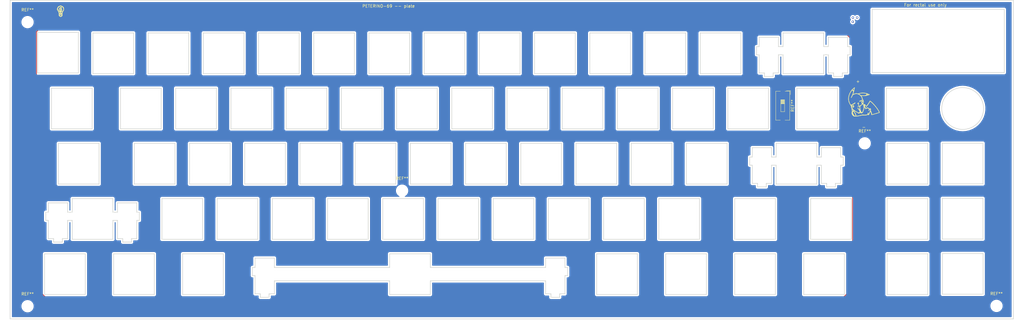
<source format=kicad_pcb>
(kicad_pcb (version 20171130) (host pcbnew "(5.1.7)-1")
  (layers (0 F.Cu signal) (31 B.Cu signal hide) (34 B.Paste user) (35 F.Paste user) (36 B.SilkS user) (37 F.SilkS user) (38 B.Mask user) (39 F.Mask user) (44 Edge.Cuts user))
  (net 0 "")
  (module Button_Switch_SMD:SW_DIP_SPSTx01_Slide_9.78x4.72mm_W8.61mm_P2.54mm (layer F.Cu) (at 459.75016 87.11184 270)
    (fp_text reference REF** (at 0 -3.42 90) (layer F.SilkS))
    (fp_text value SW_DIP_SPSTx01_Slide_9.78x4.72mm_W8.61mm_P2.54mm)
    (pad 2 smd rect (at 4.305 0 270) (size 2.44 1.12) (layers F.Cu F.Paste F.Mask))
    (pad 1 smd rect (at -4.305 0 270) (size 2.44 1.12) (layers F.Cu F.Paste F.Mask))
  )
  (module MountingHole:MountingHole_3.2mm_M3 (layer F.Cu) (at 199.86752 58.34888)
    (fp_text reference REF** (at 0 -4.2) (layer F.SilkS))
    (fp_text value MountingHole_3.2mm_M3)
    (pad 1 np_thru_hole circle (at 0 0) (size 3.2 3.2) (drill 3.2) (layers *.Cu *.Mask))
  )
  (module MountingHole:MountingHole_3.2mm_M3 (layer F.Cu) (at 199.86752 156.11348)
    (fp_text reference REF** (at 0 -4.2) (layer F.SilkS))
    (fp_text value MountingHole_3.2mm_M3)
    (pad 1 np_thru_hole circle (at 0 0) (size 3.2 3.2) (drill 3.2) (layers *.Cu *.Mask))
  )
  (module MountingHole:MountingHole_3.2mm_M3 (layer F.Cu) (at 328.76744 116.35232)
    (fp_text reference REF** (at 0 -4.2) (layer F.SilkS))
    (fp_text value MountingHole_3.2mm_M3)
    (pad 1 np_thru_hole circle (at 0 0) (size 3.2 3.2) (drill 3.2) (layers *.Cu *.Mask))
  )
  (module MountingHole:MountingHole_3.2mm_M3 (layer F.Cu) (at 533.3238 156.0068)
    (fp_text reference REF** (at 0 -4.2) (layer F.SilkS))
    (fp_text value MountingHole_3.2mm_M3)
    (pad 1 np_thru_hole circle (at 0 0) (size 3.2 3.2) (drill 3.2) (layers *.Cu *.Mask))
  )
  (module MountingHole:MountingHole_3.2mm_M3 (layer F.Cu) (at 487.96956 100.05568)
    (fp_text reference REF** (at 0 -4.2) (layer F.SilkS))
    (fp_text value MountingHole_3.2mm_M3)
    (pad 1 np_thru_hole circle (at 0 0) (size 3.2 3.2) (drill 3.2) (layers *.Cu *.Mask))
  )
  (gr_curve (pts (xy 485.840388 86.276576) (xy 485.839056 86.279411) (xy 485.839056 86.279411) (xy 485.837725 86.282246)) (layer F.SilkS) (width 0.2))
  (gr_curve (pts (xy 485.607755 86.268969) (xy 485.609521 86.268674) (xy 485.611469 86.268597) (xy 485.613564 86.268725)) (layer F.SilkS) (width 0.2))
  (gr_curve (pts (xy 485.699535 86.353831) (xy 485.695749 86.353781) (xy 485.691936 86.353497) (xy 485.688098 86.35297)) (layer F.SilkS) (width 0.2))
  (gr_curve (pts (xy 485.787626 86.230975) (xy 485.79204 86.230218) (xy 485.796309 86.229752) (xy 485.800407 86.229583)) (layer F.SilkS) (width 0.2))
  (gr_curve (pts (xy 485.6019 86.288187) (xy 485.600894 86.28565) (xy 485.600208 86.283304) (xy 485.599841 86.281168)) (layer F.SilkS) (width 0.2))
  (gr_curve (pts (xy 485.649292 86.337953) (xy 485.645477 86.335547) (xy 485.64172 86.332949) (xy 485.638044 86.330188)) (layer F.SilkS) (width 0.2))
  (gr_curve (pts (xy 485.81943 86.302871) (xy 485.816386 86.305161) (xy 485.816386 86.305161) (xy 485.813342 86.307451)) (layer F.SilkS) (width 0.2))
  (gr_curve (pts (xy 485.699737 86.272879) (xy 485.703266 86.270674) (xy 485.706984 86.268356) (xy 485.710874 86.265958)) (layer F.SilkS) (width 0.2))
  (gr_curve (pts (xy 485.799884 86.315984) (xy 485.796371 86.318036) (xy 485.792774 86.320038) (xy 485.789113 86.321997)) (layer F.SilkS) (width 0.2))
  (gr_curve (pts (xy 485.755 86.241896) (xy 485.759727 86.239797) (xy 485.764473 86.237852) (xy 485.769205 86.236098)) (layer F.SilkS) (width 0.2))
  (gr_curve (pts (xy 485.660878 86.344576) (xy 485.656976 86.342576) (xy 485.653106 86.34036) (xy 485.649292 86.337953)) (layer F.SilkS) (width 0.2))
  (gr_curve (pts (xy 485.836125 86.285034) (xy 485.83427 86.287759) (xy 485.832179 86.290413) (xy 485.829872 86.292993)) (layer F.SilkS) (width 0.2))
  (gr_curve (pts (xy 485.710874 86.265958) (xy 485.714764 86.263561) (xy 485.718828 86.261084) (xy 485.723049 86.258565)) (layer F.SilkS) (width 0.2))
  (gr_curve (pts (xy 485.84257 86.256345) (xy 485.842984 86.259176) (xy 485.843094 86.262056) (xy 485.842906 86.264957)) (layer F.SilkS) (width 0.2))
  (gr_curve (pts (xy 485.688098 86.35297) (xy 485.684259 86.352443) (xy 485.680396 86.351673) (xy 485.676509 86.350651)) (layer F.SilkS) (width 0.2))
  (gr_curve (pts (xy 485.710783 86.352915) (xy 485.70704 86.353287) (xy 485.70704 86.353287) (xy 485.703297 86.35366)) (layer F.SilkS) (width 0.2))
  (gr_curve (pts (xy 485.747862 86.341566) (xy 485.74414 86.343072) (xy 485.74414 86.343072) (xy 485.740418 86.344578)) (layer F.SilkS) (width 0.2))
  (gr_curve (pts (xy 485.800407 86.229583) (xy 485.804506 86.229413) (xy 485.808433 86.22954) (xy 485.812162 86.229968)) (layer F.SilkS) (width 0.2))
  (gr_curve (pts (xy 485.77389 86.234568) (xy 485.778495 86.233287) (xy 485.778495 86.233287) (xy 485.783101 86.232007)) (layer F.SilkS) (width 0.2))
  (gr_curve (pts (xy 485.727405 86.256042) (xy 485.73187 86.253557) (xy 485.73187 86.253557) (xy 485.736335 86.251071)) (layer F.SilkS) (width 0.2))
  (gr_curve (pts (xy 485.825232 86.233963) (xy 485.828001 86.235502) (xy 485.830495 86.237277) (xy 485.832705 86.23926)) (layer F.SilkS) (width 0.2))
  (gr_curve (pts (xy 485.622665 86.270623) (xy 485.625049 86.271397) (xy 485.627433 86.272284) (xy 485.629793 86.273253)) (layer F.SilkS) (width 0.2))
  (gr_curve (pts (xy 485.63448 86.327295) (xy 485.631058 86.324309) (xy 485.631058 86.324309) (xy 485.627636 86.321322)) (layer F.SilkS) (width 0.2))
  (gr_curve (pts (xy 485.672605 86.349377) (xy 485.668697 86.347858) (xy 485.668697 86.347858) (xy 485.66479 86.346339)) (layer F.SilkS) (width 0.2))
  (gr_curve (pts (xy 485.81567 86.230689) (xy 485.818938 86.231688) (xy 485.818938 86.231688) (xy 485.822205 86.232687)) (layer F.SilkS) (width 0.2))
  (gr_curve (pts (xy 485.600251 86.273947) (xy 485.601089 86.272725) (xy 485.601089 86.272725) (xy 485.601928 86.271503)) (layer F.SilkS) (width 0.2))
  (gr_curve (pts (xy 485.774183 86.329541) (xy 485.77041 86.331359) (xy 485.766636 86.333143) (xy 485.76287 86.334885)) (layer F.SilkS) (width 0.2))
  (gr_curve (pts (xy 485.785409 86.323918) (xy 485.781676 86.325804) (xy 485.781676 86.325804) (xy 485.777944 86.32769)) (layer F.SilkS) (width 0.2))
  (gr_curve (pts (xy 485.606446 86.296544) (xy 485.604832 86.293715) (xy 485.604832 86.293715) (xy 485.603218 86.290886)) (layer F.SilkS) (width 0.2))
  (gr_curve (pts (xy 485.725613 86.349596) (xy 485.721915 86.350659) (xy 485.718215 86.351581) (xy 485.714506 86.35234)) (layer F.SilkS) (width 0.2))
  (gr_curve (pts (xy 485.76287 86.334885) (xy 485.759103 86.336628) (xy 485.755342 86.338328) (xy 485.751595 86.339979)) (layer F.SilkS) (width 0.2))
  (gr_curve (pts (xy 485.832705 86.23926) (xy 485.834915 86.241244) (xy 485.83684 86.243436) (xy 485.83847 86.245809)) (layer F.SilkS) (width 0.2))
  (gr_curve (pts (xy 485.813429 86.822865) (xy 485.816662 86.823543) (xy 485.819927 86.824423) (xy 485.823192 86.825505)) (layer F.SilkS) (width 0.2))
  (gr_curve (pts (xy 485.804112 86.821818) (xy 485.807186 86.822102) (xy 485.807186 86.822102) (xy 485.81026 86.822386)) (layer F.SilkS) (width 0.2))
  (gr_curve (pts (xy 485.599841 86.281168) (xy 485.599473 86.279032) (xy 485.599423 86.277105) (xy 485.599687 86.275407)) (layer F.SilkS) (width 0.2))
  (gr_curve (pts (xy 485.829872 86.292993) (xy 485.827565 86.295574) (xy 485.825041 86.298081) (xy 485.822322 86.300512)) (layer F.SilkS) (width 0.2))
  (gr_curve (pts (xy 485.793043 86.822555) (xy 485.795572 86.822106) (xy 485.798276 86.821827) (xy 485.801131 86.821728)) (layer F.SilkS) (width 0.2))
  (gr_curve (pts (xy 485.786006 86.824406) (xy 485.788161 86.823624) (xy 485.790514 86.823004) (xy 485.793043 86.822555)) (layer F.SilkS) (width 0.2))
  (gr_curve (pts (xy 485.78065 86.827476) (xy 485.782359 86.826406) (xy 485.782359 86.826406) (xy 485.784068 86.825337)) (layer F.SilkS) (width 0.2))
  (gr_curve (pts (xy 485.842906 86.264957) (xy 485.842717 86.267857) (xy 485.84223 86.270779) (xy 485.84145 86.273693)) (layer F.SilkS) (width 0.2))
  (gr_curve (pts (xy 485.776175 86.833028) (xy 485.776932 86.831471) (xy 485.777928 86.83002) (xy 485.779169 86.828684)) (layer F.SilkS) (width 0.2))
  (gr_curve (pts (xy 485.810148 86.309672) (xy 485.806825 86.31183) (xy 485.803397 86.313932) (xy 485.799884 86.315984)) (layer F.SilkS) (width 0.2))
  (gr_curve (pts (xy 485.740909 86.248622) (xy 485.745566 86.24625) (xy 485.750273 86.243996) (xy 485.755 86.241896)) (layer F.SilkS) (width 0.2))
  (gr_curve (pts (xy 485.603042 86.27052) (xy 485.604406 86.269776) (xy 485.605989 86.269263) (xy 485.607755 86.268969)) (layer F.SilkS) (width 0.2))
  (gr_curve (pts (xy 485.736709 86.346002) (xy 485.733008 86.347328) (xy 485.729312 86.348532) (xy 485.725613 86.349596)) (layer F.SilkS) (width 0.2))
  (gr_curve (pts (xy 485.839799 86.248328) (xy 485.840824 86.250962) (xy 485.840824 86.250962) (xy 485.841849 86.253596)) (layer F.SilkS) (width 0.2))
  (gr_curve (pts (xy 485.624356 86.318241) (xy 485.621248 86.315103) (xy 485.618343 86.311946) (xy 485.615667 86.30881)) (layer F.SilkS) (width 0.2))
  (gr_curve (pts (xy 485.629793 86.273253) (xy 485.632154 86.274222) (xy 485.634489 86.275275) (xy 485.636773 86.276382)) (layer F.SilkS) (width 0.2))
  (gr_curve (pts (xy 485.615767 86.269038) (xy 485.618042 86.269512) (xy 485.618042 86.269512) (xy 485.620318 86.269986)) (layer F.SilkS) (width 0.2))
  (gr_curve (pts (xy 485.615667 86.30881) (xy 485.612992 86.305675) (xy 485.610546 86.302559) (xy 485.608356 86.299504)) (layer F.SilkS) (width 0.2))
  (gr_curve (pts (xy 487.259378 86.36006) (xy 487.267382 86.359586) (xy 487.275146 86.358799) (xy 487.282642 86.357697)) (layer F.SilkS) (width 0.2))
  (gr_curve (pts (xy 487.114944 86.332603) (xy 487.122754 86.336044) (xy 487.130819 86.339225) (xy 487.139099 86.342147)) (layer F.SilkS) (width 0.2))
  (gr_curve (pts (xy 487.269897 85.453592) (xy 487.260453 85.457671) (xy 487.251005 85.462003) (xy 487.241565 85.466598)) (layer F.SilkS) (width 0.2))
  (gr_curve (pts (xy 483.662222 87.448627) (xy 483.646553 87.437924) (xy 483.630637 87.426786) (xy 483.614579 87.415275)) (layer F.SilkS) (width 0.2))
  (gr_curve (pts (xy 483.799971 87.531591) (xy 483.788025 87.525452) (xy 483.775542 87.518689) (xy 483.762532 87.511315)) (layer F.SilkS) (width 0.2))
  (gr_curve (pts (xy 487.004759 86.190577) (xy 487.006815 86.199924) (xy 487.009105 86.20885) (xy 487.011655 86.217368)) (layer F.SilkS) (width 0.2))
  (gr_curve (pts (xy 486.990194 86.038376) (xy 486.990714 86.051792) (xy 486.990714 86.051792) (xy 486.991234 86.065208)) (layer F.SilkS) (width 0.2))
  (gr_curve (pts (xy 483.833333 87.546953) (xy 483.822369 87.542032) (xy 483.822369 87.542032) (xy 483.811405 87.537112)) (layer F.SilkS) (width 0.2))
  (gr_curve (pts (xy 487.14128 85.533067) (xy 487.132878 85.540892) (xy 487.132878 85.540892) (xy 487.124476 85.548716)) (layer F.SilkS) (width 0.2))
  (gr_curve (pts (xy 483.614579 87.415275) (xy 483.59852 87.403763) (xy 483.582319 87.391877) (xy 483.566077 87.379677)) (layer F.SilkS) (width 0.2))
  (gr_curve (pts (xy 487.047048 85.657732) (xy 487.041576 85.66963) (xy 487.036472 85.681922) (xy 487.031738 85.694585)) (layer F.SilkS) (width 0.2))
  (gr_curve (pts (xy 483.4025 87.238961) (xy 483.390646 87.226463) (xy 483.390646 87.226463) (xy 483.378792 87.213966)) (layer F.SilkS) (width 0.2))
  (gr_curve (pts (xy 486.991885 86.078294) (xy 486.99266 86.091014) (xy 486.99356 86.103339) (xy 486.994595 86.115252)) (layer F.SilkS) (width 0.2))
  (gr_curve (pts (xy 487.116276 85.556921) (xy 487.108307 85.565519) (xy 487.100594 85.574522) (xy 487.093164 85.583937)) (layer F.SilkS) (width 0.2))
  (gr_curve (pts (xy 483.549909 87.36723) (xy 483.533931 87.354603) (xy 483.533931 87.354603) (xy 483.517953 87.341976)) (layer F.SilkS) (width 0.2))
  (gr_curve (pts (xy 483.762532 87.511315) (xy 483.749523 87.503941) (xy 483.735987 87.495956) (xy 483.721935 87.48737)) (layer F.SilkS) (width 0.2))
  (gr_curve (pts (xy 487.23442 86.359959) (xy 487.242794 86.360093) (xy 487.242794 86.360093) (xy 487.251169 86.360227)) (layer F.SilkS) (width 0.2))
  (gr_curve (pts (xy 487.199714 86.356471) (xy 487.208479 86.357773) (xy 487.217218 86.358792) (xy 487.22588 86.359523)) (layer F.SilkS) (width 0.2))
  (gr_curve (pts (xy 487.232151 85.471466) (xy 487.222783 85.476621) (xy 487.222783 85.476621) (xy 487.213415 85.481777)) (layer F.SilkS) (width 0.2))
  (gr_curve (pts (xy 487.049397 86.287498) (xy 487.054544 86.293143) (xy 487.060057 86.29848) (xy 487.065942 86.303525)) (layer F.SilkS) (width 0.2))
  (gr_curve (pts (xy 486.994595 86.115252) (xy 486.995629 86.127166) (xy 486.996798 86.138668) (xy 486.998112 86.149742)) (layer F.SilkS) (width 0.2))
  (gr_curve (pts (xy 486.99878 85.83339) (xy 486.996827 85.848159) (xy 486.995176 85.863056) (xy 486.993805 85.878028)) (layer F.SilkS) (width 0.2))
  (gr_curve (pts (xy 487.298202 85.442105) (xy 487.28878 85.445687) (xy 487.279341 85.449513) (xy 487.269897 85.453592)) (layer F.SilkS) (width 0.2))
  (gr_curve (pts (xy 487.093164 85.583937) (xy 487.085734 85.593352) (xy 487.078585 85.603179) (xy 487.071742 85.613423)) (layer F.SilkS) (width 0.2))
  (gr_curve (pts (xy 483.502164 87.32917) (xy 483.48668 87.316251) (xy 483.471617 87.303289) (xy 483.45708 87.290348)) (layer F.SilkS) (width 0.2))
  (gr_curve (pts (xy 487.390734 85.416371) (xy 487.381654 85.418147) (xy 487.372521 85.42014) (xy 487.363337 85.422353)) (layer F.SilkS) (width 0.2))
  (gr_curve (pts (xy 487.147549 86.344807) (xy 487.156122 86.347202) (xy 487.156122 86.347202) (xy 487.164695 86.349597)) (layer F.SilkS) (width 0.2))
  (gr_curve (pts (xy 487.092316 86.321503) (xy 487.099578 86.325463) (xy 487.107134 86.329163) (xy 487.114944 86.332603)) (layer F.SilkS) (width 0.2))
  (gr_curve (pts (xy 487.023518 86.24905) (xy 487.027254 86.256028) (xy 487.027254 86.256028) (xy 487.03099 86.263006)) (layer F.SilkS) (width 0.2))
  (gr_curve (pts (xy 483.707412 87.478214) (xy 483.692483 87.468528) (xy 483.692483 87.468528) (xy 483.677555 87.458842)) (layer F.SilkS) (width 0.2))
  (gr_curve (pts (xy 487.011655 86.217368) (xy 487.014206 86.225886) (xy 487.017016 86.233997) (xy 487.020112 86.241712)) (layer F.SilkS) (width 0.2))
  (gr_curve (pts (xy 487.015026 85.747354) (xy 487.011754 85.761317) (xy 487.011754 85.761317) (xy 487.008483 85.77528)) (layer F.SilkS) (width 0.2))
  (gr_curve (pts (xy 487.031738 85.694585) (xy 487.027005 85.707248) (xy 487.022641 85.720281) (xy 487.018651 85.733661)) (layer F.SilkS) (width 0.2))
  (gr_curve (pts (xy 487.453012 85.408877) (xy 487.444268 85.409367) (xy 487.435468 85.410071) (xy 487.426611 85.410988)) (layer F.SilkS) (width 0.2))
  (gr_curve (pts (xy 483.367737 87.201663) (xy 483.357553 87.189603) (xy 483.348292 87.177825) (xy 483.339971 87.166354)) (layer F.SilkS) (width 0.2))
  (gr_curve (pts (xy 487.035056 86.269624) (xy 487.039471 86.2759) (xy 487.04425 86.281853) (xy 487.049397 86.287498)) (layer F.SilkS) (width 0.2))
  (gr_curve (pts (xy 487.005565 85.789514) (xy 487.002988 85.803977) (xy 487.000734 85.81862) (xy 486.99878 85.83339)) (layer F.SilkS) (width 0.2))
  (gr_curve (pts (xy 487.326313 85.432535) (xy 487.316954 85.435648) (xy 487.316954 85.435648) (xy 487.307595 85.438761)) (layer F.SilkS) (width 0.2))
  (gr_curve (pts (xy 487.417698 85.412119) (xy 487.408728 85.413465) (xy 487.408728 85.413465) (xy 487.399759 85.414811)) (layer F.SilkS) (width 0.2))
  (gr_curve (pts (xy 485.690128 86.278721) (xy 485.693266 86.276829) (xy 485.693266 86.276829) (xy 485.696404 86.274938)) (layer F.SilkS) (width 0.2))
  (gr_curve (pts (xy 485.679454 86.284431) (xy 485.681863 86.283308) (xy 485.684434 86.281978) (xy 485.687185 86.280444)) (layer F.SilkS) (width 0.2))
  (gr_curve (pts (xy 486.990285 85.937841) (xy 486.989851 85.952666) (xy 486.989606 85.967344) (xy 486.989532 85.981826)) (layer F.SilkS) (width 0.2))
  (gr_curve (pts (xy 487.204093 85.48722) (xy 487.194838 85.492964) (xy 487.185675 85.499025) (xy 487.176632 85.50542)) (layer F.SilkS) (width 0.2))
  (gr_curve (pts (xy 487.310923 86.35138) (xy 487.317217 86.348998) (xy 487.317217 86.348998) (xy 487.323511 86.346616)) (layer F.SilkS) (width 0.2))
  (gr_curve (pts (xy 485.672687 86.287168) (xy 485.674795 86.286467) (xy 485.677044 86.285553) (xy 485.679454 86.284431)) (layer F.SilkS) (width 0.2))
  (gr_curve (pts (xy 485.641124 86.278641) (xy 485.643262 86.279769) (xy 485.645324 86.280892) (xy 485.647304 86.28198)) (layer F.SilkS) (width 0.2))
  (gr_curve (pts (xy 487.372796 86.301893) (xy 487.375521 86.296259) (xy 487.377878 86.2903) (xy 487.379867 86.284017)) (layer F.SilkS) (width 0.2))
  (gr_curve (pts (xy 487.329477 86.34391) (xy 487.3351 86.340881) (xy 487.340373 86.337525) (xy 487.345287 86.333845)) (layer F.SilkS) (width 0.2))
  (gr_curve (pts (xy 485.659863 86.287502) (xy 485.661585 86.28794) (xy 485.663312 86.288221) (xy 485.665069 86.288325)) (layer F.SilkS) (width 0.2))
  (gr_curve (pts (xy 487.072191 86.308291) (xy 487.078785 86.312785) (xy 487.078785 86.312785) (xy 487.085378 86.31728)) (layer F.SilkS) (width 0.2))
  (gr_curve (pts (xy 486.999588 86.160382) (xy 487.00125 86.170591) (xy 487.00125 86.170591) (xy 487.002912 86.1808)) (layer F.SilkS) (width 0.2))
  (gr_curve (pts (xy 486.989532 85.981826) (xy 486.989458 85.996308) (xy 486.989556 86.010593) (xy 486.989806 86.024631)) (layer F.SilkS) (width 0.2))
  (gr_curve (pts (xy 487.065226 85.624087) (xy 487.059053 85.635164) (xy 487.059053 85.635164) (xy 487.052879 85.646242)) (layer F.SilkS) (width 0.2))
  (gr_curve (pts (xy 487.176632 85.50542) (xy 487.167588 85.511815) (xy 487.158664 85.518544) (xy 487.149885 85.525622)) (layer F.SilkS) (width 0.2))
  (gr_curve (pts (xy 483.45708 87.290348) (xy 483.442544 87.277407) (xy 483.428533 87.264487) (xy 483.415154 87.251652)) (layer F.SilkS) (width 0.2))
  (gr_curve (pts (xy 486.99269 85.893017) (xy 486.99181 85.907971) (xy 486.99181 85.907971) (xy 486.99093 85.922924)) (layer F.SilkS) (width 0.2))
  (gr_curve (pts (xy 487.363337 85.422353) (xy 487.354153 85.424566) (xy 487.344918 85.426999) (xy 487.335637 85.429654)) (layer F.SilkS) (width 0.2))
  (gr_curve (pts (xy 485.654683 86.285732) (xy 485.656422 86.286467) (xy 485.65814 86.287063) (xy 485.659863 86.287502)) (layer F.SilkS) (width 0.2))
  (gr_curve (pts (xy 485.666886 86.288237) (xy 485.66879 86.287948) (xy 485.66879 86.287948) (xy 485.670695 86.287658)) (layer F.SilkS) (width 0.2))
  (gr_curve (pts (xy 487.345287 86.333845) (xy 487.350202 86.330164) (xy 487.354759 86.326158) (xy 487.358953 86.321826)) (layer F.SilkS) (width 0.2))
  (gr_curve (pts (xy 485.649208 86.283007) (xy 485.651053 86.283945) (xy 485.651053 86.283945) (xy 485.652898 86.284883)) (layer F.SilkS) (width 0.2))
  (gr_curve (pts (xy 487.362781 86.317168) (xy 487.366242 86.312185) (xy 487.366242 86.312185) (xy 487.369702 86.307202)) (layer F.SilkS) (width 0.2))
  (gr_curve (pts (xy 487.173389 86.351726) (xy 487.182158 86.353586) (xy 487.190949 86.355169) (xy 487.199714 86.356471)) (layer F.SilkS) (width 0.2))
  (gr_curve (pts (xy 487.282642 86.357697) (xy 487.290138 86.356594) (xy 487.297367 86.355176) (xy 487.304302 86.353439)) (layer F.SilkS) (width 0.2))
  (gr_curve (pts (xy 486.675796 85.4335) (xy 486.689833 85.424179) (xy 486.703581 85.414426) (xy 486.717045 85.40425)) (layer F.SilkS) (width 0.2))
  (gr_curve (pts (xy 483.318835 86.959239) (xy 483.322894 86.952867) (xy 483.322894 86.952867) (xy 483.326953 86.946495)) (layer F.SilkS) (width 0.2))
  (gr_curve (pts (xy 486.632811 85.460157) (xy 486.647433 85.451709) (xy 486.661759 85.44282) (xy 486.675796 85.4335)) (layer F.SilkS) (width 0.2))
  (gr_curve (pts (xy 486.153839 85.562546) (xy 486.17424 85.562727) (xy 486.194415 85.562571) (xy 486.214364 85.562078)) (layer F.SilkS) (width 0.2))
  (gr_curve (pts (xy 484.081078 87.109483) (xy 484.091753 87.122266) (xy 484.091753 87.122266) (xy 484.102427 87.135048)) (layer F.SilkS) (width 0.2))
  (gr_curve (pts (xy 483.292697 87.030877) (xy 483.293998 87.023077) (xy 483.293998 87.023077) (xy 483.295299 87.015277)) (layer F.SilkS) (width 0.2))
  (gr_curve (pts (xy 486.234085 85.561244) (xy 486.253575 85.560065) (xy 486.253575 85.560065) (xy 486.273065 85.558885)) (layer F.SilkS) (width 0.2))
  (gr_curve (pts (xy 486.523617 85.509075) (xy 486.540014 85.503278) (xy 486.556123 85.497051) (xy 486.571938 85.490384)) (layer F.SilkS) (width 0.2))
  (gr_curve (pts (xy 486.348666 85.550648) (xy 486.367202 85.548046) (xy 486.385492 85.545076) (xy 486.40353 85.541728)) (layer F.SilkS) (width 0.2))
  (gr_curve (pts (xy 484.052901 87.549559) (xy 484.043333 87.552687) (xy 484.033788 87.555509) (xy 484.024323 87.558038)) (layer F.SilkS) (width 0.2))
  (gr_curve (pts (xy 483.572777 86.838166) (xy 483.585497 86.839034) (xy 483.59853 86.840357) (xy 483.611845 86.842141)) (layer F.SilkS) (width 0.2))
  (gr_curve (pts (xy 483.536381 86.837743) (xy 483.548391 86.837741) (xy 483.548391 86.837741) (xy 483.560401 86.837739)) (layer F.SilkS) (width 0.2))
  (gr_curve (pts (xy 483.404657 86.871803) (xy 483.411821 86.867609) (xy 483.419345 86.863673) (xy 483.427256 86.860016)) (layer F.SilkS) (width 0.2))
  (gr_curve (pts (xy 483.331232 86.940265) (xy 483.335714 86.934174) (xy 483.340401 86.928228) (xy 483.345306 86.922435)) (layer F.SilkS) (width 0.2))
  (gr_curve (pts (xy 486.292323 85.557361) (xy 486.311346 85.555485) (xy 486.330129 85.553251) (xy 486.348666 85.550648)) (layer F.SilkS) (width 0.2))
  (gr_curve (pts (xy 483.384222 86.885135) (xy 483.39069 86.880448) (xy 483.397493 86.875997) (xy 483.404657 86.871803)) (layer F.SilkS) (width 0.2))
  (gr_curve (pts (xy 484.144051 87.504629) (xy 484.135998 87.51064) (xy 484.127519 87.516234) (xy 484.118695 87.521427)) (layer F.SilkS) (width 0.2))
  (gr_curve (pts (xy 483.299545 87.092222) (xy 483.296743 87.082724) (xy 483.294752 87.073544) (xy 483.293504 87.064665)) (layer F.SilkS) (width 0.2))
  (gr_curve (pts (xy 483.666649 86.852086) (xy 483.680876 86.855761) (xy 483.680876 86.855761) (xy 483.695103 86.859436)) (layer F.SilkS) (width 0.2))
  (gr_curve (pts (xy 486.805118 85.323795) (xy 486.817001 85.311258) (xy 486.828635 85.29835) (xy 486.840027 85.28508)) (layer F.SilkS) (width 0.2))
  (gr_curve (pts (xy 483.462201 86.847882) (xy 483.471782 86.845514) (xy 483.481791 86.84351) (xy 483.492217 86.841885)) (layer F.SilkS) (width 0.2))
  (gr_curve (pts (xy 484.185206 87.462498) (xy 484.179303 87.470258) (xy 484.179303 87.470258) (xy 484.1734 87.478017)) (layer F.SilkS) (width 0.2))
  (gr_curve (pts (xy 484.208758 87.397106) (xy 484.207262 87.407482) (xy 484.204973 87.417447) (xy 484.201916 87.426983)) (layer F.SilkS) (width 0.2))
  (gr_curve (pts (xy 484.188882 87.278871) (xy 484.193633 87.291619) (xy 484.197644 87.304169) (xy 484.200893 87.316479)) (layer F.SilkS) (width 0.2))
  (gr_curve (pts (xy 483.955992 86.992698) (xy 483.969496 87.003429) (xy 483.969496 87.003429) (xy 483.983 87.01416)) (layer F.SilkS) (width 0.2))
  (gr_curve (pts (xy 486.851182 85.271456) (xy 486.862104 85.257483) (xy 486.862104 85.257483) (xy 486.873025 85.243511)) (layer F.SilkS) (width 0.2))
  (gr_curve (pts (xy 484.109609 87.52624) (xy 484.10034 87.530694) (xy 484.10034 87.530694) (xy 484.09107 87.535148)) (layer F.SilkS) (width 0.2))
  (gr_curve (pts (xy 484.166857 87.485327) (xy 484.159733 87.49219) (xy 484.152105 87.498618) (xy 484.144051 87.504629)) (layer F.SilkS) (width 0.2))
  (gr_curve (pts (xy 486.473568 85.525185) (xy 486.490536 85.52024) (xy 486.507221 85.514873) (xy 486.523617 85.509075)) (layer F.SilkS) (width 0.2))
  (gr_curve (pts (xy 484.209239 87.364114) (xy 484.209345 87.375229) (xy 484.209345 87.375229) (xy 484.209452 87.386344)) (layer F.SilkS) (width 0.2))
  (gr_curve (pts (xy 486.730232 85.393661) (xy 486.74315 85.382669) (xy 486.74315 85.382669) (xy 486.756068 85.371677)) (layer F.SilkS) (width 0.2))
  (gr_curve (pts (xy 483.435575 86.85666) (xy 483.444311 86.853627) (xy 483.444311 86.853627) (xy 483.453047 86.850593)) (layer F.SilkS) (width 0.2))
  (gr_curve (pts (xy 484.140191 87.187323) (xy 484.148819 87.200481) (xy 484.156879 87.213669) (xy 484.164334 87.226843)) (layer F.SilkS) (width 0.2))
  (gr_curve (pts (xy 484.112645 87.147985) (xy 484.122369 87.161038) (xy 484.131564 87.174165) (xy 484.140191 87.187323)) (layer F.SilkS) (width 0.2))
  (gr_curve (pts (xy 483.36629 86.900234) (xy 483.372175 86.895135) (xy 483.372175 86.895135) (xy 483.378059 86.890037)) (layer F.SilkS) (width 0.2))
  (gr_curve (pts (xy 483.709503 86.863592) (xy 483.724038 86.86823) (xy 483.738671 86.873351) (xy 483.753364 86.87895)) (layer F.SilkS) (width 0.2))
  (gr_curve (pts (xy 486.421307 85.537992) (xy 486.438817 85.533856) (xy 486.438817 85.533856) (xy 486.456326 85.52972)) (layer F.SilkS) (width 0.2))
  (gr_curve (pts (xy 484.171147 87.239957) (xy 484.177284 87.252964) (xy 484.177284 87.252964) (xy 484.183421 87.265971)) (layer F.SilkS) (width 0.2))
  (gr_curve (pts (xy 483.812345 86.904197) (xy 483.827058 86.911671) (xy 483.827058 86.911671) (xy 483.841771 86.919145)) (layer F.SilkS) (width 0.2))
  (gr_curve (pts (xy 483.345306 86.922435) (xy 483.35021 86.916642) (xy 483.355333 86.911004) (xy 483.360685 86.905529)) (layer F.SilkS) (width 0.2))
  (gr_curve (pts (xy 483.339971 87.166354) (xy 483.33165 87.154882) (xy 483.324269 87.143716) (xy 483.317847 87.13288)) (layer F.SilkS) (width 0.2))
  (gr_curve (pts (xy 483.305073 86.986214) (xy 483.30807 86.979227) (xy 483.311395 86.972412) (xy 483.314996 86.965753)) (layer F.SilkS) (width 0.2))
  (gr_curve (pts (xy 483.492217 86.841885) (xy 483.502643 86.840261) (xy 483.513487 86.839018) (xy 483.524739 86.838173)) (layer F.SilkS) (width 0.2))
  (gr_curve (pts (xy 486.768717 85.360283) (xy 486.781103 85.348498) (xy 486.793235 85.336332) (xy 486.805118 85.323795)) (layer F.SilkS) (width 0.2))
  (gr_curve (pts (xy 483.873018 87.560837) (xy 483.863604 87.558185) (xy 483.853898 87.555007) (xy 483.843828 87.551272)) (layer F.SilkS) (width 0.2))
  (gr_curve (pts (xy 483.900447 87.567251) (xy 483.891551 87.565617) (xy 483.882431 87.56349) (xy 483.873018 87.560837)) (layer F.SilkS) (width 0.2))
  (gr_curve (pts (xy 484.01498 87.560283) (xy 484.005769 87.56224) (xy 484.005769 87.56224) (xy 483.996559 87.564198)) (layer F.SilkS) (width 0.2))
  (gr_curve (pts (xy 486.883713 85.22919) (xy 486.894172 85.214525) (xy 486.904402 85.19952) (xy 486.914404 85.184175)) (layer F.SilkS) (width 0.2))
  (gr_curve (pts (xy 483.926529 87.569937) (xy 483.917862 87.569182) (xy 483.917862 87.569182) (xy 483.909195 87.568428)) (layer F.SilkS) (width 0.2))
  (gr_curve (pts (xy 483.753364 86.87895) (xy 483.768056 86.884549) (xy 483.782809 86.890627) (xy 483.797584 86.897179)) (layer F.SilkS) (width 0.2))
  (gr_curve (pts (xy 483.961031 87.56906) (xy 483.952316 87.569801) (xy 483.943691 87.570212) (xy 483.935116 87.570268)) (layer F.SilkS) (width 0.2))
  (gr_curve (pts (xy 483.856435 86.927074) (xy 483.871016 86.935447) (xy 483.885479 86.944249) (xy 483.899791 86.953461)) (layer F.SilkS) (width 0.2))
  (gr_curve (pts (xy 483.611845 86.842141) (xy 483.625159 86.843926) (xy 483.638754 86.846173) (xy 483.652596 86.848891)) (layer F.SilkS) (width 0.2))
  (gr_curve (pts (xy 483.293504 87.064665) (xy 483.292256 87.055787) (xy 483.291751 87.047208) (xy 483.291924 87.038913)) (layer F.SilkS) (width 0.2))
  (gr_curve (pts (xy 483.899791 86.953461) (xy 483.914102 86.962674) (xy 483.928262 86.972297) (xy 483.942237 86.982312)) (layer F.SilkS) (width 0.2))
  (gr_curve (pts (xy 483.987481 87.565867) (xy 483.978549 87.567246) (xy 483.969745 87.568318) (xy 483.961031 87.56906)) (layer F.SilkS) (width 0.2))
  (gr_curve (pts (xy 484.200893 87.316479) (xy 484.204142 87.328789) (xy 484.206629 87.340859) (xy 484.208333 87.352647)) (layer F.SilkS) (width 0.2))
  (gr_curve (pts (xy 484.081618 87.539242) (xy 484.07206 87.542997) (xy 484.062468 87.546431) (xy 484.052901 87.549559)) (layer F.SilkS) (width 0.2))
  (gr_curve (pts (xy 484.201916 87.426983) (xy 484.19886 87.436519) (xy 484.195036 87.445626) (xy 484.19047 87.454288)) (layer F.SilkS) (width 0.2))
  (gr_curve (pts (xy 484.034158 87.060267) (xy 484.046452 87.072214) (xy 484.058393 87.084421) (xy 484.069946 87.096856)) (layer F.SilkS) (width 0.2))
  (gr_curve (pts (xy 483.297127 87.007713) (xy 483.29941 87.000363) (xy 483.302077 86.993202) (xy 483.305073 86.986214)) (layer F.SilkS) (width 0.2))
  (gr_curve (pts (xy 486.587454 85.483273) (xy 486.602673 85.475716) (xy 486.602673 85.475716) (xy 486.617891 85.468159)) (layer F.SilkS) (width 0.2))
  (gr_curve (pts (xy 483.312366 87.122381) (xy 483.30779 87.112216) (xy 483.30779 87.112216) (xy 483.303215 87.102052)) (layer F.SilkS) (width 0.2))
  (gr_curve (pts (xy 483.996252 87.025236) (xy 484.009218 87.036632) (xy 484.021865 87.048319) (xy 484.034158 87.060267)) (layer F.SilkS) (width 0.2))
  (gr_curve (pts (xy 484.065757 90.25834) (xy 484.076494 90.278244) (xy 484.087169 90.297453) (xy 484.097773 90.315967)) (layer F.SilkS) (width 0.2))
  (gr_curve (pts (xy 483.951275 86.51216) (xy 483.969945 86.511659) (xy 483.969945 86.511659) (xy 483.988615 86.511158)) (layer F.SilkS) (width 0.2))
  (gr_curve (pts (xy 484.865969 90.666289) (xy 484.857343 90.676645) (xy 484.857343 90.676645) (xy 484.848717 90.687002)) (layer F.SilkS) (width 0.2))
  (gr_curve (pts (xy 484.325457 89.218289) (xy 484.343682 89.240596) (xy 484.343682 89.240596) (xy 484.361908 89.262903)) (layer F.SilkS) (width 0.2))
  (gr_curve (pts (xy 484.915439 90.44843) (xy 484.916367 90.468442) (xy 484.91649 90.48768) (xy 484.915807 90.506128)) (layer F.SilkS) (width 0.2))
  (gr_curve (pts (xy 484.15938 89.050398) (xy 484.17465 89.063248) (xy 484.17465 89.063248) (xy 484.18992 89.076098)) (layer F.SilkS) (width 0.2))
  (gr_curve (pts (xy 484.337584 90.619016) (xy 484.347178 90.626859) (xy 484.356751 90.634305) (xy 484.366302 90.641362)) (layer F.SilkS) (width 0.2))
  (gr_curve (pts (xy 484.026812 88.977839) (xy 484.038962 88.981813) (xy 484.038962 88.981813) (xy 484.051113 88.985787)) (layer F.SilkS) (width 0.2))
  (gr_curve (pts (xy 484.210628 90.485301) (xy 484.220566 90.497671) (xy 484.220566 90.497671) (xy 484.230503 90.51004)) (layer F.SilkS) (width 0.2))
  (gr_curve (pts (xy 484.063513 88.990622) (xy 484.076227 88.996425) (xy 484.089314 89.003296) (xy 484.102811 89.011303)) (layer F.SilkS) (width 0.2))
  (gr_curve (pts (xy 484.61185 86.14669) (xy 484.623726 86.12976) (xy 484.635432 86.112418) (xy 484.646968 86.094665)) (layer F.SilkS) (width 0.2))
  (gr_curve (pts (xy 484.436437 89.3616) (xy 484.455177 89.387523) (xy 484.473943 89.414218) (xy 484.492661 89.44159)) (layer F.SilkS) (width 0.2))
  (gr_curve (pts (xy 484.511258 89.46954) (xy 484.529664 89.497968) (xy 484.529664 89.497968) (xy 484.54807 89.526396)) (layer F.SilkS) (width 0.2))
  (gr_curve (pts (xy 484.575359 86.195392) (xy 484.587581 86.179299) (xy 484.587581 86.179299) (xy 484.599803 86.163205)) (layer F.SilkS) (width 0.2))
  (gr_curve (pts (xy 484.380361 89.286237) (xy 484.39898 89.310524) (xy 484.417696 89.335677) (xy 484.436437 89.3616)) (layer F.SilkS) (width 0.2))
  (gr_curve (pts (xy 484.524697 86.255474) (xy 484.537636 86.241116) (xy 484.55039 86.226309) (xy 484.562963 86.211065)) (layer F.SilkS) (width 0.2))
  (gr_curve (pts (xy 484.485317 86.29719) (xy 484.498632 86.283741) (xy 484.511757 86.269832) (xy 484.524697 86.255474)) (layer F.SilkS) (width 0.2))
  (gr_curve (pts (xy 483.956928 90.03234) (xy 483.967801 90.057441) (xy 483.978729 90.081996) (xy 483.989678 90.105948)) (layer F.SilkS) (width 0.2))
  (gr_curve (pts (xy 484.6191 89.643911) (xy 484.636339 89.673668) (xy 484.653191 89.703614) (xy 484.669599 89.733658)) (layer F.SilkS) (width 0.2))
  (gr_curve (pts (xy 484.007109 86.510233) (xy 484.025425 86.508877) (xy 484.043559 86.507079) (xy 484.061505 86.50483)) (layer F.SilkS) (width 0.2))
  (gr_curve (pts (xy 484.44438 86.335142) (xy 484.458093 86.322654) (xy 484.458093 86.322654) (xy 484.471806 86.310166)) (layer F.SilkS) (width 0.2))
  (gr_curve (pts (xy 484.297065 86.435388) (xy 484.312503 86.427071) (xy 484.312503 86.427071) (xy 484.327941 86.418754)) (layer F.SilkS) (width 0.2))
  (gr_curve (pts (xy 484.38746 86.380092) (xy 484.402011 86.36963) (xy 484.416345 86.358643) (xy 484.430466 86.347143)) (layer F.SilkS) (width 0.2))
  (gr_curve (pts (xy 484.874221 90.21905) (xy 484.881491 90.244688) (xy 484.887992 90.269721) (xy 484.893711 90.294107)) (layer F.SilkS) (width 0.2))
  (gr_curve (pts (xy 483.910269 88.968103) (xy 483.922027 88.967768) (xy 483.922027 88.967768) (xy 483.933785 88.967434)) (layer F.SilkS) (width 0.2))
  (gr_curve (pts (xy 483.825948 89.681221) (xy 483.834772 89.709107) (xy 483.843951 89.736992) (xy 483.853437 89.764787)) (layer F.SilkS) (width 0.2))
  (gr_curve (pts (xy 484.343154 86.409894) (xy 484.358142 86.400492) (xy 484.37291 86.390554) (xy 484.38746 86.380092)) (layer F.SilkS) (width 0.2))
  (gr_curve (pts (xy 484.132151 86.493073) (xy 484.149319 86.488942) (xy 484.149319 86.488942) (xy 484.166488 86.48481)) (layer F.SilkS) (width 0.2))
  (gr_curve (pts (xy 484.366302 90.641362) (xy 484.375853 90.648419) (xy 484.385383 90.655085) (xy 484.394893 90.661368)) (layer F.SilkS) (width 0.2))
  (gr_curve (pts (xy 484.170319 90.430321) (xy 484.180491 90.444943) (xy 484.190596 90.458963) (xy 484.20064 90.472407)) (layer F.SilkS) (width 0.2))
  (gr_curve (pts (xy 484.233081 86.463255) (xy 484.249408 86.457087) (xy 484.265516 86.450393) (xy 484.281403 86.443162)) (layer F.SilkS) (width 0.2))
  (gr_curve (pts (xy 484.183453 86.480189) (xy 484.200211 86.475064) (xy 484.216755 86.469422) (xy 484.233081 86.463255)) (layer F.SilkS) (width 0.2))
  (gr_curve (pts (xy 483.87486 86.509965) (xy 483.894222 86.511137) (xy 483.913411 86.511894) (xy 483.93243 86.512236)) (layer F.SilkS) (width 0.2))
  (gr_curve (pts (xy 484.685514 89.763716) (xy 484.700893 89.793709) (xy 484.700893 89.793709) (xy 484.716272 89.823702)) (layer F.SilkS) (width 0.2))
  (gr_curve (pts (xy 484.000623 90.129261) (xy 484.011545 90.151909) (xy 484.011545 90.151909) (xy 484.022466 90.174557)) (layer F.SilkS) (width 0.2))
  (gr_curve (pts (xy 484.139599 90.384627) (xy 484.149908 90.400476) (xy 484.160147 90.415699) (xy 484.170319 90.430321)) (layer F.SilkS) (width 0.2))
  (gr_curve (pts (xy 484.240391 90.521885) (xy 484.250233 90.533229) (xy 484.260036 90.544096) (xy 484.269803 90.554503)) (layer F.SilkS) (width 0.2))
  (gr_curve (pts (xy 484.892612 90.616751) (xy 484.887137 90.630354) (xy 484.880869 90.643145) (xy 484.873812 90.655122)) (layer F.SilkS) (width 0.2))
  (gr_curve (pts (xy 484.772031 89.942271) (xy 484.785035 89.971558) (xy 484.797392 90.000563) (xy 484.809074 90.029219)) (layer F.SilkS) (width 0.2))
  (gr_curve (pts (xy 484.108303 90.333798) (xy 484.11876 90.350963) (xy 484.11876 90.350963) (xy 484.129217 90.368128)) (layer F.SilkS) (width 0.2))
  (gr_curve (pts (xy 483.893032 89.875063) (xy 483.903466 89.901973) (xy 483.903466 89.901973) (xy 483.913901 89.928883)) (layer F.SilkS) (width 0.2))
  (gr_curve (pts (xy 484.255404 89.139998) (xy 484.272386 89.157813) (xy 484.289751 89.17683) (xy 484.307459 89.197009)) (layer F.SilkS) (width 0.2))
  (gr_curve (pts (xy 484.839308 90.696549) (xy 484.829117 90.705288) (xy 484.818148 90.71322) (xy 484.806399 90.720346)) (layer F.SilkS) (width 0.2))
  (gr_curve (pts (xy 484.914322 90.523777) (xy 484.912034 90.54062) (xy 484.912034 90.54062) (xy 484.909747 90.557464)) (layer F.SilkS) (width 0.2))
  (gr_curve (pts (xy 484.308674 90.593443) (xy 484.318319 90.602106) (xy 484.318319 90.602106) (xy 484.327965 90.610769)) (layer F.SilkS) (width 0.2))
  (gr_curve (pts (xy 484.269803 90.554503) (xy 484.27957 90.56491) (xy 484.289302 90.574858) (xy 484.299002 90.584364)) (layer F.SilkS) (width 0.2))
  (gr_curve (pts (xy 484.906658 90.573503) (xy 484.902771 90.588732) (xy 484.898088 90.603148) (xy 484.892612 90.616751)) (layer F.SilkS) (width 0.2))
  (gr_curve (pts (xy 483.853437 89.764787) (xy 483.862922 89.792581) (xy 483.872715 89.820285) (xy 483.882767 89.847808)) (layer F.SilkS) (width 0.2))
  (gr_curve (pts (xy 484.850114 90.140362) (xy 484.858911 90.167169) (xy 484.866951 90.193412) (xy 484.874221 90.21905)) (layer F.SilkS) (width 0.2))
  (gr_curve (pts (xy 484.731115 89.85363) (xy 484.745379 89.883415) (xy 484.759028 89.912984) (xy 484.772031 89.942271)) (layer F.SilkS) (width 0.2))
  (gr_curve (pts (xy 484.820055 90.057467) (xy 484.830315 90.085253) (xy 484.830315 90.085253) (xy 484.840575 90.113038)) (layer F.SilkS) (width 0.2))
  (gr_curve (pts (xy 484.566284 89.555303) (xy 484.584237 89.584588) (xy 484.601861 89.614155) (xy 484.6191 89.643911)) (layer F.SilkS) (width 0.2))
  (gr_curve (pts (xy 484.102811 89.011303) (xy 484.116308 89.01931) (xy 484.130214 89.028453) (xy 484.144566 89.038803)) (layer F.SilkS) (width 0.2))
  (gr_curve (pts (xy 484.432774 90.683469) (xy 484.442206 90.688242) (xy 484.451618 90.692639) (xy 484.461012 90.696662)) (layer F.SilkS) (width 0.2))
  (gr_curve (pts (xy 483.861546 88.971388) (xy 483.874031 88.970354) (xy 483.886309 88.969454) (xy 483.898378 88.968689)) (layer F.SilkS) (width 0.2))
  (gr_curve (pts (xy 484.061505 86.50483) (xy 484.079452 86.502581) (xy 484.097212 86.49988) (xy 484.11478 86.496715)) (layer F.SilkS) (width 0.2))
  (gr_curve (pts (xy 484.910244 90.386085) (xy 484.91278 90.407631) (xy 484.914512 90.428418) (xy 484.915439 90.44843)) (layer F.SilkS) (width 0.2))
  (gr_curve (pts (xy 484.89864 90.317812) (xy 484.902773 90.340806) (xy 484.902773 90.340806) (xy 484.906906 90.3638)) (layer F.SilkS) (width 0.2))
  (gr_curve (pts (xy 484.205646 89.090203) (xy 484.221822 89.105571) (xy 484.238421 89.122183) (xy 484.255404 89.139998)) (layer F.SilkS) (width 0.2))
  (gr_curve (pts (xy 483.980027 88.969448) (xy 483.991588 88.970641) (xy 484.003193 88.972365) (xy 484.01491 88.974725)) (layer F.SilkS) (width 0.2))
  (gr_curve (pts (xy 484.033364 90.196541) (xy 484.044219 90.217837) (xy 484.05502 90.238436) (xy 484.065757 90.25834)) (layer F.SilkS) (width 0.2))
  (gr_curve (pts (xy 484.404382 90.667271) (xy 484.413853 90.672797) (xy 484.413853 90.672797) (xy 484.423323 90.678322)) (layer F.SilkS) (width 0.2))
  (gr_curve (pts (xy 483.924505 89.955448) (xy 483.935237 89.98159) (xy 483.946055 90.007238) (xy 483.956928 90.03234)) (layer F.SilkS) (width 0.2))
  (gr_curve (pts (xy 483.945411 88.967351) (xy 483.95695 88.967592) (xy 483.968466 88.968255) (xy 483.980027 88.969448)) (layer F.SilkS) (width 0.2))
  (gr_curve (pts (xy 486.755308 90.410395) (xy 486.79644 90.40079) (xy 486.836269 90.391682) (xy 486.874833 90.383144)) (layer F.SilkS) (width 0.2))
  (gr_curve (pts (xy 483.742108 89.250897) (xy 483.742493 89.271994) (xy 483.743643 89.293905) (xy 483.74554 89.316593)) (layer F.SilkS) (width 0.2))
  (gr_curve (pts (xy 483.92257 88.941967) (xy 483.932254 88.938059) (xy 483.942119 88.934343) (xy 483.952159 88.930816)) (layer F.SilkS) (width 0.2))
  (gr_curve (pts (xy 484.191046 88.88911) (xy 484.203638 88.888598) (xy 484.203638 88.888598) (xy 484.21623 88.888086)) (layer F.SilkS) (width 0.2))
  (gr_curve (pts (xy 488.264661 90.344797) (xy 488.304596 90.338934) (xy 488.345571 90.332098) (xy 488.387602 90.324266)) (layer F.SilkS) (width 0.2))
  (gr_curve (pts (xy 483.774684 89.490516) (xy 483.780575 89.516852) (xy 483.787051 89.543636) (xy 483.794071 89.570784)) (layer F.SilkS) (width 0.2))
  (gr_curve (pts (xy 483.75071 89.136192) (xy 483.747961 89.153858) (xy 483.747961 89.153858) (xy 483.745213 89.171525)) (layer F.SilkS) (width 0.2))
  (gr_curve (pts (xy 483.867086 88.968148) (xy 483.876014 88.963456) (xy 483.876014 88.963456) (xy 483.884942 88.958764)) (layer F.SilkS) (width 0.2))
  (gr_curve (pts (xy 487.243254 90.326469) (xy 487.272664 90.325193) (xy 487.272664 90.325193) (xy 487.302074 90.323916)) (layer F.SilkS) (width 0.2))
  (gr_curve (pts (xy 485.162216 90.703632) (xy 485.217426 90.69896) (xy 485.273617 90.693519) (xy 485.33059 90.687345)) (layer F.SilkS) (width 0.2))
  (gr_curve (pts (xy 483.758811 89.412934) (xy 483.763489 89.438292) (xy 483.768794 89.46418) (xy 483.774684 89.490516)) (layer F.SilkS) (width 0.2))
  (gr_curve (pts (xy 483.790026 89.035276) (xy 483.782451 89.04745) (xy 483.775683 89.060552) (xy 483.769721 89.074577)) (layer F.SilkS) (width 0.2))
  (gr_curve (pts (xy 488.702204 90.250057) (xy 488.750719 90.236035) (xy 488.800332 90.220956) (xy 488.851042 90.204818)) (layer F.SilkS) (width 0.2))
  (gr_curve (pts (xy 483.742366 89.074227) (xy 483.748308 89.066675) (xy 483.754469 89.059324) (xy 483.760849 89.052178)) (layer F.SilkS) (width 0.2))
  (gr_curve (pts (xy 483.861546 88.971388) (xy 483.849152 88.978002) (xy 483.837559 88.98554) (xy 483.826767 88.994004)) (layer F.SilkS) (width 0.2))
  (gr_curve (pts (xy 485.388129 90.680484) (xy 485.446019 90.672988) (xy 485.446019 90.672988) (xy 485.503909 90.665492)) (layer F.SilkS) (width 0.2))
  (gr_curve (pts (xy 484.267773 88.887507) (xy 484.280833 88.887579) (xy 484.294008 88.887797) (xy 484.307297 88.888157)) (layer F.SilkS) (width 0.2))
  (gr_curve (pts (xy 483.69237 89.158399) (xy 483.696611 89.149289) (xy 483.70106 89.140368) (xy 483.705719 89.131639)) (layer F.SilkS) (width 0.2))
  (gr_curve (pts (xy 484.228941 88.887722) (xy 484.241769 88.887505) (xy 484.254714 88.887434) (xy 484.267773 88.887507)) (layer F.SilkS) (width 0.2))
  (gr_curve (pts (xy 483.680677 89.186668) (xy 483.684506 89.177183) (xy 483.684506 89.177183) (xy 483.688335 89.167698)) (layer F.SilkS) (width 0.2))
  (gr_curve (pts (xy 484.141894 88.892669) (xy 484.153995 88.891548) (xy 484.166223 88.890583) (xy 484.178574 88.889771)) (layer F.SilkS) (width 0.2))
  (gr_curve (pts (xy 484.105973 88.896501) (xy 484.117818 88.895066) (xy 484.129793 88.893789) (xy 484.141894 88.892669)) (layer F.SilkS) (width 0.2))
  (gr_curve (pts (xy 487.813605 90.360982) (xy 487.844704 90.362659) (xy 487.844704 90.362659) (xy 487.875803 90.364335)) (layer F.SilkS) (width 0.2))
  (gr_curve (pts (xy 485.562149 90.65736) (xy 485.620523 90.648646) (xy 485.678815 90.639407) (xy 485.736821 90.629708)) (layer F.SilkS) (width 0.2))
  (gr_curve (pts (xy 484.026215 88.910346) (xy 484.037219 88.907906) (xy 484.048372 88.905641) (xy 484.05967 88.903547)) (layer F.SilkS) (width 0.2))
  (gr_curve (pts (xy 487.695192 90.35065) (xy 487.724066 90.353554) (xy 487.753366 90.356322) (xy 487.783183 90.358837)) (layer F.SilkS) (width 0.2))
  (gr_curve (pts (xy 483.760849 89.052178) (xy 483.76723 89.045031) (xy 483.773829 89.038088) (xy 483.780648 89.03135)) (layer F.SilkS) (width 0.2))
  (gr_curve (pts (xy 483.833385 88.98893) (xy 483.841499 88.983429) (xy 483.849824 88.978132) (xy 483.858354 88.973039)) (layer F.SilkS) (width 0.2))
  (gr_curve (pts (xy 487.119112 90.339054) (xy 487.151337 90.334756) (xy 487.1827 90.331223) (xy 487.213303 90.328466)) (layer F.SilkS) (width 0.2))
  (gr_curve (pts (xy 483.993659 88.918191) (xy 484.004358 88.9154) (xy 484.015212 88.912785) (xy 484.026215 88.910346)) (layer F.SilkS) (width 0.2))
  (gr_curve (pts (xy 483.667402 89.226469) (xy 483.670416 89.216241) (xy 483.673633 89.206198) (xy 483.677053 89.19634)) (layer F.SilkS) (width 0.2))
  (gr_curve (pts (xy 488.007663 90.365405) (xy 488.041872 90.364656) (xy 488.076946 90.363179) (xy 488.112935 90.360903)) (layer F.SilkS) (width 0.2))
  (gr_curve (pts (xy 487.609748 90.341647) (xy 487.637867 90.344705) (xy 487.666317 90.347745) (xy 487.695192 90.35065)) (layer F.SilkS) (width 0.2))
  (gr_curve (pts (xy 486.489913 90.473753) (xy 486.536378 90.462626) (xy 486.536378 90.462626) (xy 486.582843 90.451498)) (layer F.SilkS) (width 0.2))
  (gr_curve (pts (xy 487.019753 90.354238) (xy 487.053801 90.348417) (xy 487.086887 90.343353) (xy 487.119112 90.339054)) (layer F.SilkS) (width 0.2))
  (gr_curve (pts (xy 487.330944 90.323359) (xy 487.359385 90.323479) (xy 487.387509 90.324208) (xy 487.41543 90.325456)) (layer F.SilkS) (width 0.2))
  (gr_curve (pts (xy 483.809675 89.006049) (xy 483.817366 89.000137) (xy 483.82527 88.994431) (xy 483.833385 88.98893)) (layer F.SilkS) (width 0.2))
  (gr_curve (pts (xy 483.725621 89.09788) (xy 483.731131 89.08993) (xy 483.731131 89.08993) (xy 483.736641 89.08198)) (layer F.SilkS) (width 0.2))
  (gr_curve (pts (xy 486.912192 90.375239) (xy 486.948422 90.368012) (xy 486.948422 90.368012) (xy 486.984652 90.360786)) (layer F.SilkS) (width 0.2))
  (gr_curve (pts (xy 488.851042 90.204818) (xy 488.901753 90.188681) (xy 488.953562 90.171485) (xy 489.00647 90.153228)) (layer F.SilkS) (width 0.2))
  (gr_curve (pts (xy 486.290981 90.519973) (xy 486.34258 90.508336) (xy 486.392984 90.496696) (xy 486.44211 90.485138)) (layer F.SilkS) (width 0.2))
  (gr_curve (pts (xy 488.562122 90.286876) (xy 488.608453 90.274951) (xy 488.608453 90.274951) (xy 488.654784 90.263026)) (layer F.SilkS) (width 0.2))
  (gr_curve (pts (xy 488.149881 90.357773) (xy 488.187812 90.353747) (xy 488.187812 90.353747) (xy 488.225743 90.34972)) (layer F.SilkS) (width 0.2))
  (gr_curve (pts (xy 487.526329 90.333204) (xy 487.554094 90.335947) (xy 487.554094 90.335947) (xy 487.581859 90.338689)) (layer F.SilkS) (width 0.2))
  (gr_curve (pts (xy 487.41543 90.325456) (xy 487.44335 90.326705) (xy 487.471065 90.328474) (xy 487.498688 90.330676)) (layer F.SilkS) (width 0.2))
  (gr_curve (pts (xy 486.132682 90.554791) (xy 486.186587 90.543245) (xy 486.239381 90.531611) (xy 486.290981 90.519973)) (layer F.SilkS) (width 0.2))
  (gr_curve (pts (xy 485.96634 90.588419) (xy 486.022065 90.577292) (xy 486.022065 90.577292) (xy 486.07779 90.566166)) (layer F.SilkS) (width 0.2))
  (gr_curve (pts (xy 488.387602 90.324266) (xy 488.429633 90.316433) (xy 488.47272 90.307605) (xy 488.51688 90.297758)) (layer F.SilkS) (width 0.2))
  (gr_curve (pts (xy 487.907581 90.365541) (xy 487.94011 90.366177) (xy 487.973454 90.366155) (xy 488.007663 90.365405)) (layer F.SilkS) (width 0.2))
  (gr_curve (pts (xy 483.769721 89.074577) (xy 483.763759 89.088602) (xy 483.758604 89.103551) (xy 483.754255 89.119417)) (layer F.SilkS) (width 0.2))
  (gr_curve (pts (xy 483.787687 89.024818) (xy 483.794943 89.018493) (xy 483.794943 89.018493) (xy 483.8022 89.012168)) (layer F.SilkS) (width 0.2))
  (gr_curve (pts (xy 484.999728 90.7153) (xy 485.052777 90.712206) (xy 485.107006 90.708304) (xy 485.162216 90.703632)) (layer F.SilkS) (width 0.2))
  (gr_curve (pts (xy 485.736821 90.629708) (xy 485.794828 90.62001) (xy 485.852549 90.609851) (xy 485.909782 90.599297)) (layer F.SilkS) (width 0.2))
  (gr_curve (pts (xy 484.071109 88.90162) (xy 484.082685 88.899859) (xy 484.082685 88.899859) (xy 484.09426 88.898098)) (layer F.SilkS) (width 0.2))
  (gr_curve (pts (xy 483.705719 89.131639) (xy 483.710377 89.12291) (xy 483.715246 89.114372) (xy 483.720327 89.106028)) (layer F.SilkS) (width 0.2))
  (gr_curve (pts (xy 483.801589 89.598209) (xy 483.809559 89.625818) (xy 483.809559 89.625818) (xy 483.817528 89.653427)) (layer F.SilkS) (width 0.2))
  (gr_curve (pts (xy 483.816778 89.003394) (xy 483.807593 89.013712) (xy 483.807593 89.013712) (xy 483.798407 89.024031)) (layer F.SilkS) (width 0.2))
  (gr_curve (pts (xy 483.743262 89.190083) (xy 483.742102 89.209516) (xy 483.741723 89.2298) (xy 483.742108 89.250897)) (layer F.SilkS) (width 0.2))
  (gr_curve (pts (xy 486.627969 90.440628) (xy 486.671743 90.430101) (xy 486.714177 90.419999) (xy 486.755308 90.410395)) (layer F.SilkS) (width 0.2))
  (gr_curve (pts (xy 483.894067 88.954271) (xy 483.903384 88.949976) (xy 483.912886 88.945876) (xy 483.92257 88.941967)) (layer F.SilkS) (width 0.2))
  (gr_curve (pts (xy 483.748163 89.340011) (xy 483.751481 89.364096) (xy 483.751481 89.364096) (xy 483.754798 89.388181)) (layer F.SilkS) (width 0.2))
  (gr_curve (pts (xy 483.962369 88.927476) (xy 483.972744 88.92432) (xy 483.972744 88.92432) (xy 483.983119 88.921164)) (layer F.SilkS) (width 0.2))
  (gr_curve (pts (xy 483.438519 87.662415) (xy 483.444376 87.682692) (xy 483.450343 87.702949) (xy 483.456397 87.723136)) (layer F.SilkS) (width 0.2))
  (gr_curve (pts (xy 483.339971 87.166354) (xy 483.34115 87.182066) (xy 483.342565 87.198046) (xy 483.344217 87.214293)) (layer F.SilkS) (width 0.2))
  (gr_curve (pts (xy 486.757248 86.914714) (xy 486.705479 86.951298) (xy 486.653411 86.986472) (xy 486.601432 87.020218)) (layer F.SilkS) (width 0.2))
  (gr_curve (pts (xy 486.549892 87.052526) (xy 486.499073 87.083392) (xy 486.499073 87.083392) (xy 486.448255 87.114257)) (layer F.SilkS) (width 0.2))
  (gr_curve (pts (xy 483.637217 88.336705) (xy 483.639601 88.352749) (xy 483.641835 88.369358) (xy 483.643926 88.386607)) (layer F.SilkS) (width 0.2))
  (gr_curve (pts (xy 483.5933 88.147312) (xy 483.597518 88.161698) (xy 483.597518 88.161698) (xy 483.601735 88.176083)) (layer F.SilkS) (width 0.2))
  (gr_curve (pts (xy 486.398159 87.14368) (xy 486.349067 87.171656) (xy 486.301195 87.198183) (xy 486.254712 87.223265)) (layer F.SilkS) (width 0.2))
  (gr_curve (pts (xy 485.737059 87.462672) (xy 485.712371 87.47069) (xy 485.712371 87.47069) (xy 485.687682 87.478707)) (layer F.SilkS) (width 0.2))
  (gr_curve (pts (xy 483.51824 87.91816) (xy 483.524339 87.936606) (xy 483.530364 87.954708) (xy 483.53629 87.972434)) (layer F.SilkS) (width 0.2))
  (gr_curve (pts (xy 484.068182 90.536352) (xy 484.087882 90.551556) (xy 484.108236 90.566106) (xy 484.129392 90.579973)) (layer F.SilkS) (width 0.2))
  (gr_curve (pts (xy 483.689777 90.067324) (xy 483.702609 90.092377) (xy 483.71612 90.116905) (xy 483.730217 90.140912)) (layer F.SilkS) (width 0.2))
  (gr_curve (pts (xy 484.847679 90.720347) (xy 484.897858 90.718952) (xy 484.897858 90.718952) (xy 484.948038 90.717556)) (layer F.SilkS) (width 0.2))
  (gr_curve (pts (xy 483.656056 88.521254) (xy 483.657392 88.543195) (xy 483.658619 88.566055) (xy 483.659742 88.589864)) (layer F.SilkS) (width 0.2))
  (gr_curve (pts (xy 484.663368 90.717139) (xy 484.706761 90.719288) (xy 484.751997 90.720534) (xy 484.799008 90.720882)) (layer F.SilkS) (width 0.2))
  (gr_curve (pts (xy 484.010893 90.48881) (xy 484.029435 90.505291) (xy 484.048482 90.521148) (xy 484.068182 90.536352)) (layer F.SilkS) (width 0.2))
  (gr_curve (pts (xy 483.66807 89.109531) (xy 483.667931 89.147488) (xy 483.667708 89.186468) (xy 483.667402 89.226469)) (layer F.SilkS) (width 0.2))
  (gr_curve (pts (xy 485.664989 87.485329) (xy 485.644295 87.490561) (xy 485.625596 87.494405) (xy 485.608893 87.496861)) (layer F.SilkS) (width 0.2))
  (gr_curve (pts (xy 484.538781 90.707975) (xy 484.578423 90.711937) (xy 484.619974 90.714989) (xy 484.663368 90.717139)) (layer F.SilkS) (width 0.2))
  (gr_curve (pts (xy 483.387156 87.463812) (xy 483.391597 87.483098) (xy 483.39625 87.502585) (xy 483.401102 87.522246)) (layer F.SilkS) (width 0.2))
  (gr_curve (pts (xy 484.42939 90.691585) (xy 484.465226 90.697346) (xy 484.465226 90.697346) (xy 484.501063 90.703107)) (layer F.SilkS) (width 0.2))
  (gr_curve (pts (xy 484.304148 90.659764) (xy 484.332931 90.668996) (xy 484.363316 90.677393) (xy 484.395434 90.68493)) (layer F.SilkS) (width 0.2))
  (gr_curve (pts (xy 484.222467 90.629587) (xy 484.248182 90.640464) (xy 484.275364 90.650531) (xy 484.304148 90.659764)) (layer F.SilkS) (width 0.2))
  (gr_curve (pts (xy 484.151521 90.593124) (xy 484.17479 90.605528) (xy 484.17479 90.605528) (xy 484.198059 90.617931)) (layer F.SilkS) (width 0.2))
  (gr_curve (pts (xy 483.888006 90.360251) (xy 483.904945 90.380102) (xy 483.922091 90.399423) (xy 483.939433 90.418203)) (layer F.SilkS) (width 0.2))
  (gr_curve (pts (xy 483.837821 90.299116) (xy 483.854335 90.320019) (xy 483.871067 90.3404) (xy 483.888006 90.360251)) (layer F.SilkS) (width 0.2))
  (gr_curve (pts (xy 483.789748 90.233824) (xy 483.805661 90.25576) (xy 483.805661 90.25576) (xy 483.821573 90.277697)) (layer F.SilkS) (width 0.2))
  (gr_curve (pts (xy 483.592198 89.702365) (xy 483.594887 89.732827) (xy 483.594887 89.732827) (xy 483.597577 89.76329)) (layer F.SilkS) (width 0.2))
  (gr_curve (pts (xy 483.625107 89.371374) (xy 483.617743 89.40623) (xy 483.617743 89.40623) (xy 483.61038 89.441086)) (layer F.SilkS) (width 0.2))
  (gr_curve (pts (xy 483.605754 88.190309) (xy 483.609573 88.20445) (xy 483.613197 88.218595) (xy 483.61663 88.232836)) (layer F.SilkS) (width 0.2))
  (gr_curve (pts (xy 483.499744 87.861819) (xy 483.505967 87.880923) (xy 483.51214 87.899713) (xy 483.51824 87.91816)) (layer F.SilkS) (width 0.2))
  (gr_curve (pts (xy 483.665727 88.775079) (xy 483.666273 88.804832) (xy 483.666731 88.835609) (xy 483.667102 88.867411)) (layer F.SilkS) (width 0.2))
  (gr_curve (pts (xy 485.959264 87.371461) (xy 485.922808 87.387924) (xy 485.888265 87.402967) (xy 485.855667 87.416598)) (layer F.SilkS) (width 0.2))
  (gr_curve (pts (xy 483.667102 88.867411) (xy 483.667473 88.899214) (xy 483.667757 88.932042) (xy 483.667955 88.965897)) (layer F.SilkS) (width 0.2))
  (gr_curve (pts (xy 483.374938 87.407075) (xy 483.378936 87.425909) (xy 483.378936 87.425909) (xy 483.382934 87.444744)) (layer F.SilkS) (width 0.2))
  (gr_curve (pts (xy 483.659742 88.589864) (xy 483.660865 88.613672) (xy 483.661885 88.638427) (xy 483.662805 88.664158)) (layer F.SilkS) (width 0.2))
  (gr_curve (pts (xy 483.481023 87.803252) (xy 483.487261 87.822849) (xy 483.487261 87.822849) (xy 483.4935 87.842446)) (layer F.SilkS) (width 0.2))
  (gr_curve (pts (xy 483.542092 87.989764) (xy 483.547752 88.006698) (xy 483.547752 88.006698) (xy 483.553413 88.023631)) (layer F.SilkS) (width 0.2))
  (gr_curve (pts (xy 483.456397 87.723136) (xy 483.462451 87.743323) (xy 483.46859 87.763439) (xy 483.47479 87.783433)) (layer F.SilkS) (width 0.2))
  (gr_curve (pts (xy 483.346107 87.230809) (xy 483.348234 87.247593) (xy 483.348234 87.247593) (xy 483.350361 87.264376)) (layer F.SilkS) (width 0.2))
  (gr_curve (pts (xy 483.401102 87.522246) (xy 483.405955 87.541907) (xy 483.411007 87.561743) (xy 483.416248 87.581727)) (layer F.SilkS) (width 0.2))
  (gr_curve (pts (xy 487.057206 86.675912) (xy 487.00907 86.717963) (xy 487.00907 86.717963) (xy 486.960935 86.760014)) (layer F.SilkS) (width 0.2))
  (gr_curve (pts (xy 485.855667 87.416598) (xy 485.823069 87.430229) (xy 485.792417 87.442447) (xy 485.763742 87.45326)) (layer F.SilkS) (width 0.2))
  (gr_curve (pts (xy 486.254712 87.223265) (xy 486.208229 87.248347) (xy 486.163135 87.271983) (xy 486.119599 87.294175)) (layer F.SilkS) (width 0.2))
  (gr_curve (pts (xy 483.65147 88.459748) (xy 483.653038 88.479972) (xy 483.653038 88.479972) (xy 483.654607 88.500197)) (layer F.SilkS) (width 0.2))
  (gr_curve (pts (xy 483.574464 88.087485) (xy 483.579459 88.102904) (xy 483.584269 88.117985) (xy 483.588884 88.132766)) (layer F.SilkS) (width 0.2))
  (gr_curve (pts (xy 483.558931 88.040168) (xy 483.564288 88.056306) (xy 483.569469 88.072065) (xy 483.574464 88.087485)) (layer F.SilkS) (width 0.2))
  (gr_curve (pts (xy 483.629247 88.290751) (xy 483.631959 88.305942) (xy 483.631959 88.305942) (xy 483.634672 88.321134)) (layer F.SilkS) (width 0.2))
  (gr_curve (pts (xy 483.730217 90.140912) (xy 483.744314 90.164918) (xy 483.758996 90.188404) (xy 483.77417 90.211372)) (layer F.SilkS) (width 0.2))
  (gr_curve (pts (xy 483.643926 88.386607) (xy 483.646017 88.403857) (xy 483.647966 88.421747) (xy 483.649781 88.440356)) (layer F.SilkS) (width 0.2))
  (gr_curve (pts (xy 483.956998 90.43643) (xy 483.974863 90.454082) (xy 483.974863 90.454082) (xy 483.992728 90.471733)) (layer F.SilkS) (width 0.2))
  (gr_curve (pts (xy 483.655344 89.989509) (xy 483.666534 90.015626) (xy 483.666534 90.015626) (xy 483.677723 90.041742)) (layer F.SilkS) (width 0.2))
  (gr_curve (pts (xy 483.663628 88.690883) (xy 483.664359 88.718613) (xy 483.664359 88.718613) (xy 483.665089 88.746343)) (layer F.SilkS) (width 0.2))
  (gr_curve (pts (xy 486.077745 87.314929) (xy 486.037661 87.334251) (xy 486.037661 87.334251) (xy 485.997578 87.353572)) (layer F.SilkS) (width 0.2))
  (gr_curve (pts (xy 483.620011 89.879664) (xy 483.627288 89.907939) (xy 483.635643 89.93567) (xy 483.645019 89.962859)) (layer F.SilkS) (width 0.2))
  (gr_curve (pts (xy 483.60147 89.793204) (xy 483.606535 89.82257) (xy 483.612735 89.851389) (xy 483.620011 89.879664)) (layer F.SilkS) (width 0.2))
  (gr_curve (pts (xy 483.604299 89.475394) (xy 483.599499 89.509153) (xy 483.595974 89.542362) (xy 483.593714 89.575022)) (layer F.SilkS) (width 0.2))
  (gr_curve (pts (xy 483.36124 87.334171) (xy 483.364314 87.352013) (xy 483.367623 87.370116) (xy 483.371165 87.388472)) (layer F.SilkS) (width 0.2))
  (gr_curve (pts (xy 483.352725 87.281428) (xy 483.355327 87.298746) (xy 483.358166 87.316328) (xy 483.36124 87.334171)) (layer F.SilkS) (width 0.2))
  (gr_curve (pts (xy 483.593714 89.575022) (xy 483.591453 89.607682) (xy 483.590456 89.639792) (xy 483.590711 89.671353)) (layer F.SilkS) (width 0.2))
  (gr_curve (pts (xy 483.421661 87.601826) (xy 483.427229 87.621998) (xy 483.427229 87.621998) (xy 483.432797 87.64217)) (layer F.SilkS) (width 0.2))
  (gr_curve (pts (xy 486.911268 86.800755) (xy 486.860487 86.840138) (xy 486.809017 86.878131) (xy 486.757248 86.914714)) (layer F.SilkS) (width 0.2))
  (gr_curve (pts (xy 483.61663 88.232836) (xy 483.620064 88.247077) (xy 483.623307 88.261414) (xy 483.626365 88.275939)) (layer F.SilkS) (width 0.2))
  (gr_curve (pts (xy 483.667402 89.226469) (xy 483.654902 89.263517) (xy 483.643686 89.300017) (xy 483.633754 89.33597)) (layer F.SilkS) (width 0.2))
  (gr_curve (pts (xy 483.668068 89.00078) (xy 483.668097 89.036689) (xy 483.668097 89.036689) (xy 483.668126 89.072597)) (layer F.SilkS) (width 0.2))
  (gr_curve (pts (xy 488.265564 82.843589) (xy 488.344664 82.862811) (xy 488.344664 82.862811) (xy 488.423765 82.882033)) (layer F.SilkS) (width 0.2))
  (gr_curve (pts (xy 487.478861 85.493042) (xy 487.491112 85.538125) (xy 487.50173 85.585145) (xy 487.510194 85.633836)) (layer F.SilkS) (width 0.2))
  (gr_curve (pts (xy 487.951029 82.78377) (xy 488.029374 82.796075) (xy 488.107914 82.810174) (xy 488.186646 82.826028)) (layer F.SilkS) (width 0.2))
  (gr_curve (pts (xy 486.569581 83.62001) (xy 486.598928 83.648951) (xy 486.62735 83.678387) (xy 486.654829 83.708331)) (layer F.SilkS) (width 0.2))
  (gr_curve (pts (xy 488.792049 83.511732) (xy 488.850525 83.497738) (xy 488.908902 83.483076) (xy 488.967183 83.467763)) (layer F.SilkS) (width 0.2))
  (gr_curve (pts (xy 488.024024 83.640576) (xy 488.083597 83.634012) (xy 488.083597 83.634012) (xy 488.14317 83.627448)) (layer F.SilkS) (width 0.2))
  (gr_curve (pts (xy 486.240929 83.349513) (xy 486.277128 83.374772) (xy 486.312538 83.400454) (xy 486.347139 83.426571)) (layer F.SilkS) (width 0.2))
  (gr_curve (pts (xy 486.415884 82.828185) (xy 486.491136 82.81219) (xy 486.56656 82.797761) (xy 486.642159 82.784938)) (layer F.SilkS) (width 0.2))
  (gr_curve (pts (xy 487.48376 82.735535) (xy 487.561301 82.740491) (xy 487.561301 82.740491) (xy 487.638843 82.745448)) (layer F.SilkS) (width 0.2))
  (gr_curve (pts (xy 487.520062 85.836813) (xy 487.515721 85.888863) (xy 487.507604 85.941091) (xy 487.495673 85.993246)) (layer F.SilkS) (width 0.2))
  (gr_curve (pts (xy 487.120007 84.716905) (xy 487.12159 84.728189) (xy 487.123901 84.740352) (xy 487.126981 84.753285)) (layer F.SilkS) (width 0.2))
  (gr_curve (pts (xy 487.118608 84.688274) (xy 487.118858 84.69745) (xy 487.118858 84.69745) (xy 487.119107 84.706626)) (layer F.SilkS) (width 0.2))
  (gr_curve (pts (xy 486.960156 84.170186) (xy 486.976569 84.206074) (xy 486.992158 84.242406) (xy 487.006941 84.27917)) (layer F.SilkS) (width 0.2))
  (gr_curve (pts (xy 487.123851 84.663425) (xy 487.121642 84.667741) (xy 487.120028 84.673332) (xy 487.11901 84.680202)) (layer F.SilkS) (width 0.2))
  (gr_curve (pts (xy 486.68135 83.738789) (xy 486.70691 83.769763) (xy 486.70691 83.769763) (xy 486.732471 83.800737)) (layer F.SilkS) (width 0.2))
  (gr_curve (pts (xy 486.906625 84.064825) (xy 486.924759 84.099789) (xy 486.924759 84.099789) (xy 486.942893 84.134753)) (layer F.SilkS) (width 0.2))
  (gr_curve (pts (xy 486.717938 82.773765) (xy 486.793902 82.764288) (xy 486.793902 82.764288) (xy 486.869867 82.754811)) (layer F.SilkS) (width 0.2))
  (gr_curve (pts (xy 487.144085 84.809213) (xy 487.15048 84.824686) (xy 487.15048 84.824686) (xy 487.156874 84.840158)) (layer F.SilkS) (width 0.2))
  (gr_curve (pts (xy 489.373373 83.348559) (xy 489.431102 83.329513) (xy 489.488743 83.30987) (xy 489.546296 83.289629)) (layer F.SilkS) (width 0.2))
  (gr_curve (pts (xy 489.062099 83.08646) (xy 489.14254 83.11796) (xy 489.14254 83.11796) (xy 489.222982 83.149459)) (layer F.SilkS) (width 0.2))
  (gr_curve (pts (xy 487.061321 84.42878) (xy 487.07299 84.467218) (xy 487.07299 84.467218) (xy 487.084658 84.505656)) (layer F.SilkS) (width 0.2))
  (gr_curve (pts (xy 487.495673 85.993246) (xy 487.483741 86.045402) (xy 487.467995 86.097485) (xy 487.448396 86.149248)) (layer F.SilkS) (width 0.2))
  (gr_curve (pts (xy 487.389862 85.252343) (xy 487.405945 85.288771) (xy 487.405945 85.288771) (xy 487.422028 85.325198)) (layer F.SilkS) (width 0.2))
  (gr_curve (pts (xy 487.236962 84.983643) (xy 487.250445 85.005281) (xy 487.250445 85.005281) (xy 487.263929 85.026919)) (layer F.SilkS) (width 0.2))
  (gr_curve (pts (xy 487.16415 84.856175) (xy 487.172334 84.872711) (xy 487.181443 84.889818) (xy 487.191466 84.907623)) (layer F.SilkS) (width 0.2))
  (gr_curve (pts (xy 489.30358 83.182392) (xy 489.384332 83.216738) (xy 489.465238 83.252483) (xy 489.546296 83.289629)) (layer F.SilkS) (width 0.2))
  (gr_curve (pts (xy 488.967183 83.467763) (xy 489.025463 83.45245) (xy 489.083648 83.436486) (xy 489.141739 83.419887)) (layer F.SilkS) (width 0.2))
  (gr_curve (pts (xy 487.784579 83.659041) (xy 487.84461 83.655576) (xy 487.904529 83.651353) (xy 487.964334 83.646356)) (layer F.SilkS) (width 0.2))
  (gr_curve (pts (xy 487.175624 82.734286) (xy 487.252357 82.731845) (xy 487.329288 82.731219) (xy 487.406422 82.732442)) (layer F.SilkS) (width 0.2))
  (gr_curve (pts (xy 487.006941 84.27917) (xy 487.021725 84.315934) (xy 487.035703 84.353131) (xy 487.048896 84.390749)) (layer F.SilkS) (width 0.2))
  (gr_curve (pts (xy 488.503046 82.902916) (xy 488.582504 82.925414) (xy 488.662133 82.949479) (xy 488.741929 82.975071)) (layer F.SilkS) (width 0.2))
  (gr_curve (pts (xy 485.966705 82.945526) (xy 486.041295 82.92347) (xy 486.041295 82.92347) (xy 486.115885 82.901414)) (layer F.SilkS) (width 0.2))
  (gr_curve (pts (xy 488.202628 83.6201) (xy 488.26197 83.611967) (xy 488.321197 83.603061) (xy 488.380312 83.593396)) (layer F.SilkS) (width 0.2))
  (gr_curve (pts (xy 486.8135 83.642886) (xy 486.874735 83.647569) (xy 486.874735 83.647569) (xy 486.93597 83.652251)) (layer F.SilkS) (width 0.2))
  (gr_curve (pts (xy 486.825148 83.929773) (xy 486.846901 83.962793) (xy 486.867719 83.996315) (xy 486.887619 84.03033)) (layer F.SilkS) (width 0.2))
  (gr_curve (pts (xy 487.604151 83.667176) (xy 487.664404 83.665212) (xy 487.724547 83.662506) (xy 487.784579 83.659041)) (layer F.SilkS) (width 0.2))
  (gr_curve (pts (xy 487.422862 83.669485) (xy 487.483326 83.66895) (xy 487.483326 83.66895) (xy 487.543791 83.668415)) (layer F.SilkS) (width 0.2))
  (gr_curve (pts (xy 487.095569 84.5445) (xy 487.105736 84.583745) (xy 487.115163 84.623387) (xy 487.123851 84.663425)) (layer F.SilkS) (width 0.2))
  (gr_curve (pts (xy 486.757071 83.832228) (xy 486.780709 83.864235) (xy 486.803396 83.896753) (xy 486.825148 83.929773)) (layer F.SilkS) (width 0.2))
  (gr_curve (pts (xy 486.478789 83.534669) (xy 486.509964 83.562627) (xy 486.540235 83.59107) (xy 486.569581 83.62001)) (layer F.SilkS) (width 0.2))
  (gr_curve (pts (xy 486.012995 83.203731) (xy 486.05224 83.227353) (xy 486.05224 83.227353) (xy 486.091485 83.250975)) (layer F.SilkS) (width 0.2))
  (gr_curve (pts (xy 486.946016 82.747029) (xy 487.022356 82.740986) (xy 487.098891 82.736728) (xy 487.175624 82.734286)) (layer F.SilkS) (width 0.2))
  (gr_curve (pts (xy 486.190636 82.880831) (xy 486.26555 82.861742) (xy 486.340632 82.84418) (xy 486.415884 82.828185)) (layer F.SilkS) (width 0.2))
  (gr_curve (pts (xy 488.741929 82.975071) (xy 488.821725 83.000664) (xy 488.901688 83.027785) (xy 488.981814 83.056395)) (layer F.SilkS) (width 0.2))
  (gr_curve (pts (xy 488.616109 83.550241) (xy 488.674791 83.53764) (xy 488.674791 83.53764) (xy 488.733472 83.52504)) (layer F.SilkS) (width 0.2))
  (gr_curve (pts (xy 488.380312 83.593396) (xy 488.439427 83.58373) (xy 488.49843 83.573305) (xy 488.557323 83.562136)) (layer F.SilkS) (width 0.2))
  (gr_curve (pts (xy 487.23038 86.495236) (xy 487.190777 86.54213) (xy 487.148469 86.587935) (xy 487.103811 86.632553)) (layer F.SilkS) (width 0.2))
  (gr_curve (pts (xy 485.848702 83.113171) (xy 485.89086 83.135228) (xy 485.932296 83.157673) (xy 485.97301 83.180507)) (layer F.SilkS) (width 0.2))
  (gr_curve (pts (xy 487.340722 86.351388) (xy 487.306882 86.40036) (xy 487.269983 86.448343) (xy 487.23038 86.495236)) (layer F.SilkS) (width 0.2))
  (gr_curve (pts (xy 487.191466 84.907623) (xy 487.201488 84.925429) (xy 487.212423 84.943933) (xy 487.224261 84.963268)) (layer F.SilkS) (width 0.2))
  (gr_curve (pts (xy 487.425038 86.20048) (xy 487.398119 86.251015) (xy 487.398119 86.251015) (xy 487.371201 86.30155)) (layer F.SilkS) (width 0.2))
  (gr_curve (pts (xy 487.278194 85.049819) (xy 487.293161 85.074203) (xy 487.308703 85.100302) (xy 487.324633 85.128298)) (layer F.SilkS) (width 0.2))
  (gr_curve (pts (xy 485.669935 83.048305) (xy 485.743891 83.02045) (xy 485.818005 82.994034) (xy 485.892276 82.969055)) (layer F.SilkS) (width 0.2))
  (gr_curve (pts (xy 487.126981 84.753285) (xy 487.130061 84.766218) (xy 487.13391 84.779921) (xy 487.138571 84.794284)) (layer F.SilkS) (width 0.2))
  (gr_curve (pts (xy 487.324633 85.128298) (xy 487.340564 85.156294) (xy 487.356881 85.186187) (xy 487.373398 85.218159)) (layer F.SilkS) (width 0.2))
  (gr_curve (pts (xy 487.515862 85.683741) (xy 487.518329 85.734485) (xy 487.518329 85.734485) (xy 487.520796 85.785229)) (layer F.SilkS) (width 0.2))
  (gr_curve (pts (xy 487.437731 85.363869) (xy 487.452726 85.404813) (xy 487.46661 85.447959) (xy 487.478861 85.493042)) (layer F.SilkS) (width 0.2))
  (gr_curve (pts (xy 489.199738 83.402666) (xy 489.257646 83.384834) (xy 489.257646 83.384834) (xy 489.315555 83.367003)) (layer F.SilkS) (width 0.2))
  (gr_curve (pts (xy 486.997115 83.656324) (xy 487.058168 83.659777) (xy 487.119128 83.662597) (xy 487.179992 83.664768)) (layer F.SilkS) (width 0.2))
  (gr_curve (pts (xy 486.567668 83.618126) (xy 486.629258 83.625211) (xy 486.69076 83.6317) (xy 486.752174 83.637593)) (layer F.SilkS) (width 0.2))
  (gr_curve (pts (xy 486.380908 83.453136) (xy 486.41382 83.48016) (xy 486.41382 83.48016) (xy 486.446733 83.507184)) (layer F.SilkS) (width 0.2))
  (gr_curve (pts (xy 487.716588 82.75227) (xy 487.794536 82.760951) (xy 487.872685 82.771464) (xy 487.951029 82.78377)) (layer F.SilkS) (width 0.2))
  (gr_curve (pts (xy 486.129991 83.274995) (xy 486.167745 83.299418) (xy 486.204731 83.324254) (xy 486.240929 83.349513)) (layer F.SilkS) (width 0.2))
  (gr_curve (pts (xy 487.179992 83.664768) (xy 487.240856 83.666939) (xy 487.301624 83.66846) (xy 487.362294 83.669315)) (layer F.SilkS) (width 0.2))
  (gr_curve (pts (xy 483.997261 82.787677) (xy 483.974883 82.855648) (xy 483.974883 82.855648) (xy 483.952504 82.923618)) (layer F.SilkS) (width 0.2))
  (gr_curve (pts (xy 482.406885 84.857214) (xy 482.411 84.953024) (xy 482.418406 85.048697) (xy 482.42915 85.144156)) (layer F.SilkS) (width 0.2))
  (gr_curve (pts (xy 484.179856 81.130449) (xy 484.115872 81.185359) (xy 484.115872 81.185359) (xy 484.051888 81.24027)) (layer F.SilkS) (width 0.2))
  (gr_curve (pts (xy 482.86099 86.450759) (xy 482.911651 86.541526) (xy 482.965535 86.631835) (xy 483.022623 86.721685)) (layer F.SilkS) (width 0.2))
  (gr_curve (pts (xy 484.090228 83.216139) (xy 484.133783 83.195456) (xy 484.177199 83.175728) (xy 484.220473 83.15698)) (layer F.SilkS) (width 0.2))
  (gr_curve (pts (xy 484.144206 82.287052) (xy 484.124128 82.360906) (xy 484.103681 82.433819) (xy 484.082857 82.505767)) (layer F.SilkS) (width 0.2))
  (gr_curve (pts (xy 482.427222 84.281801) (xy 482.41858 84.377636) (xy 482.41858 84.377636) (xy 482.409938 84.473472)) (layer F.SilkS) (width 0.2))
  (gr_curve (pts (xy 483.782267 83.382071) (xy 483.826619 83.355912) (xy 483.870839 83.330651) (xy 483.91493 83.306288)) (layer F.SilkS) (width 0.2))
  (gr_curve (pts (xy 483.604332 83.785993) (xy 483.577427 83.842384) (xy 483.550181 83.897901) (xy 483.522601 83.952564)) (layer F.SilkS) (width 0.2))
  (gr_curve (pts (xy 484.082857 82.505767) (xy 484.062033 82.577715) (xy 484.040831 82.648698) (xy 484.019243 82.718692)) (layer F.SilkS) (width 0.2))
  (gr_curve (pts (xy 484.44506 80.927946) (xy 484.429417 81.013149) (xy 484.413483 81.097607) (xy 484.397258 81.181321)) (layer F.SilkS) (width 0.2))
  (gr_curve (pts (xy 482.913628 82.725792) (xy 482.871177 82.810863) (xy 482.830507 82.897275) (xy 482.791748 82.984915)) (layer F.SilkS) (width 0.2))
  (gr_curve (pts (xy 482.40436 84.569448) (xy 482.401945 84.665457) (xy 482.40277 84.761404) (xy 482.406885 84.857214)) (layer F.SilkS) (width 0.2))
  (gr_curve (pts (xy 483.570826 81.735027) (xy 483.51481 81.803849) (xy 483.51481 81.803849) (xy 483.458795 81.872671)) (layer F.SilkS) (width 0.2))
  (gr_curve (pts (xy 485.733512 83.068839) (xy 485.772044 83.082686) (xy 485.810441 83.097463) (xy 485.848702 83.113171)) (layer F.SilkS) (width 0.2))
  (gr_curve (pts (xy 485.46059 82.993882) (xy 485.499967 83.00192) (xy 485.539197 83.010971) (xy 485.578283 83.021009)) (layer F.SilkS) (width 0.2))
  (gr_curve (pts (xy 485.060609 82.956186) (xy 485.10126 82.955468) (xy 485.14174 82.955923) (xy 485.182053 82.957529)) (layer F.SilkS) (width 0.2))
  (gr_curve (pts (xy 484.938142 82.961876) (xy 484.979137 82.958793) (xy 485.019958 82.956904) (xy 485.060609 82.956186)) (layer F.SilkS) (width 0.2))
  (gr_curve (pts (xy 484.814283 82.977137) (xy 484.855627 82.97165) (xy 484.855627 82.97165) (xy 484.896972 82.966162)) (layer F.SilkS) (width 0.2))
  (gr_curve (pts (xy 484.520576 83.045069) (xy 484.562941 83.032573) (xy 484.605141 83.021205) (xy 484.647173 83.010989)) (layer F.SilkS) (width 0.2))
  (gr_curve (pts (xy 483.805429 81.477195) (xy 483.74527 81.539034) (xy 483.686098 81.602616) (xy 483.627938 81.667947)) (layer F.SilkS) (width 0.2))
  (gr_curve (pts (xy 484.220473 83.15698) (xy 484.263746 83.138232) (xy 484.306877 83.120465) (xy 484.349862 83.103704)) (layer F.SilkS) (width 0.2))
  (gr_curve (pts (xy 483.958888 83.282831) (xy 484.002713 83.260294) (xy 484.002713 83.260294) (xy 484.046537 83.237757)) (layer F.SilkS) (width 0.2))
  (gr_curve (pts (xy 483.76084 83.435059) (xy 483.735354 83.495079) (xy 483.735354 83.495079) (xy 483.709868 83.5551)) (layer F.SilkS) (width 0.2))
  (gr_curve (pts (xy 483.929729 82.990574) (xy 483.906554 83.056507) (xy 483.882981 83.121424) (xy 483.859018 83.18534)) (layer F.SilkS) (width 0.2))
  (gr_curve (pts (xy 484.276801 81.749714) (xy 484.258756 81.828771) (xy 484.240393 81.907014) (xy 484.221703 81.984421)) (layer F.SilkS) (width 0.2))
  (gr_curve (pts (xy 482.560083 83.61884) (xy 482.53454 83.712316) (xy 482.511586 83.806409) (xy 482.491351 83.900995)) (layer F.SilkS) (width 0.2))
  (gr_curve (pts (xy 482.725296 86.176187) (xy 482.769436 86.267861) (xy 482.769436 86.267861) (xy 482.813577 86.359535)) (layer F.SilkS) (width 0.2))
  (gr_curve (pts (xy 483.246236 82.165234) (xy 483.194944 82.240926) (xy 483.144931 82.318298) (xy 483.096273 82.397313)) (layer F.SilkS) (width 0.2))
  (gr_curve (pts (xy 484.202676 82.060967) (xy 484.183302 82.136625) (xy 484.183302 82.136625) (xy 484.163927 82.212282)) (layer F.SilkS) (width 0.2))
  (gr_curve (pts (xy 482.443255 85.239346) (xy 482.460725 85.334222) (xy 482.460725 85.334222) (xy 482.478195 85.429098)) (layer F.SilkS) (width 0.2))
  (gr_curve (pts (xy 484.44506 80.927946) (xy 484.377377 80.97601) (xy 484.310615 81.025781) (xy 484.244773 81.077259)) (layer F.SilkS) (width 0.2))
  (gr_curve (pts (xy 484.38074 81.264284) (xy 484.363923 81.346484) (xy 484.363923 81.346484) (xy 484.347106 81.428685)) (layer F.SilkS) (width 0.2))
  (gr_curve (pts (xy 482.491351 83.900995) (xy 482.471116 83.99558) (xy 482.453599 84.090659) (xy 482.438928 84.186106)) (layer F.SilkS) (width 0.2))
  (gr_curve (pts (xy 482.791748 82.984915) (xy 482.752989 83.072555) (xy 482.716141 83.161424) (xy 482.681334 83.251412)) (layer F.SilkS) (width 0.2))
  (gr_curve (pts (xy 483.04906 82.477918) (xy 483.003398 82.560038) (xy 483.003398 82.560038) (xy 482.957737 82.642158)) (layer F.SilkS) (width 0.2))
  (gr_curve (pts (xy 485.342013 82.972831) (xy 485.381688 82.978819) (xy 485.421213 82.985844) (xy 485.46059 82.993882)) (layer F.SilkS) (width 0.2))
  (gr_curve (pts (xy 483.022623 86.721685) (xy 483.079712 86.811535) (xy 483.140005 86.900927) (xy 483.203486 86.989859)) (layer F.SilkS) (width 0.2))
  (gr_curve (pts (xy 485.617229 83.032014) (xy 485.656036 83.043972) (xy 485.656036 83.043972) (xy 485.694843 83.055929)) (layer F.SilkS) (width 0.2))
  (gr_curve (pts (xy 483.494694 84.006393) (xy 483.466466 84.059399) (xy 483.466466 84.059399) (xy 483.438239 84.112404)) (layer F.SilkS) (width 0.2))
  (gr_curve (pts (xy 484.329991 81.510123) (xy 484.312574 81.590786) (xy 484.294847 81.670657) (xy 484.276801 81.749714)) (layer F.SilkS) (width 0.2))
  (gr_curve (pts (xy 482.648705 83.342397) (xy 482.618393 83.434254) (xy 482.618393 83.434254) (xy 482.58808 83.526112)) (layer F.SilkS) (width 0.2))
  (gr_curve (pts (xy 484.392696 83.087978) (xy 484.435374 83.07332) (xy 484.435374 83.07332) (xy 484.478053 83.058661)) (layer F.SilkS) (width 0.2))
  (gr_curve (pts (xy 483.859018 83.18534) (xy 483.835054 83.249256) (xy 483.810699 83.31217) (xy 483.785958 83.374097)) (layer F.SilkS) (width 0.2))
  (gr_curve (pts (xy 482.581705 85.80509) (xy 482.61261 85.898497) (xy 482.646858 85.991495) (xy 482.684428 86.084062)) (layer F.SilkS) (width 0.2))
  (gr_curve (pts (xy 483.403875 81.943234) (xy 483.3501 82.015531) (xy 483.297528 82.089543) (xy 483.246236 82.165234)) (layer F.SilkS) (width 0.2))
  (gr_curve (pts (xy 482.499029 85.52366) (xy 482.523234 85.617865) (xy 482.550799 85.711682) (xy 482.581705 85.80509)) (layer F.SilkS) (width 0.2))
  (gr_curve (pts (xy 483.684013 83.614178) (xy 483.6578 83.672337) (xy 483.631237 83.729602) (xy 483.604332 83.785993)) (layer F.SilkS) (width 0.2))
  (gr_curve (pts (xy 485.222202 82.960259) (xy 485.262192 82.964085) (xy 485.262192 82.964085) (xy 485.302182 82.96791)) (layer F.SilkS) (width 0.2))
  (gr_curve (pts (xy 484.647173 83.010989) (xy 484.689205 83.000774) (xy 484.73107 82.991711) (xy 484.772763 82.983825)) (layer F.SilkS) (width 0.2))
  (gr_curve (pts (xy 483.409689 84.164587) (xy 483.380823 84.21596) (xy 483.351642 84.266528) (xy 483.322147 84.316292)) (layer F.SilkS) (width 0.2))
  (gr_curve (pts (xy 483.988839 81.2969) (xy 483.926733 81.355259) (xy 483.865588 81.415356) (xy 483.805429 81.477195)) (layer F.SilkS) (width 0.2))
  (gr_curve (pts (xy 487.612045 86.963449) (xy 487.598232 86.925823) (xy 487.583589 86.887783) (xy 487.568128 86.849315)) (layer F.SilkS) (width 0.2))
  (gr_curve (pts (xy 489.128994 89.80474) (xy 489.125278 89.825464) (xy 489.121953 89.845736) (xy 489.119021 89.86555)) (layer F.SilkS) (width 0.2))
  (gr_curve (pts (xy 489.110452 89.941004) (xy 489.109104 89.958889) (xy 489.108158 89.976261) (xy 489.107617 89.993094)) (layer F.SilkS) (width 0.2))
  (gr_curve (pts (xy 487.705295 88.038639) (xy 487.713362 87.999665) (xy 487.720487 87.961414) (xy 487.726665 87.923821)) (layer F.SilkS) (width 0.2))
  (gr_curve (pts (xy 488.234424 88.214316) (xy 488.266164 88.185831) (xy 488.297701 88.158727) (xy 488.329036 88.133005)) (layer F.SilkS) (width 0.2))
  (gr_curve (pts (xy 489.484216 88.575066) (xy 489.467013 88.613559) (xy 489.467013 88.613559) (xy 489.449809 88.652052)) (layer F.SilkS) (width 0.2))
  (gr_curve (pts (xy 489.972381 88.278502) (xy 489.968119 88.256512) (xy 489.962765 88.236681) (xy 489.956391 88.219021)) (layer F.SilkS) (width 0.2))
  (gr_curve (pts (xy 489.495617 89.876158) (xy 489.513776 89.842352) (xy 489.532243 89.806782) (xy 489.55093 89.769587)) (layer F.SilkS) (width 0.2))
  (gr_curve (pts (xy 489.552072 88.439799) (xy 489.535262 88.470799) (xy 489.518344 88.503682) (xy 489.501327 88.538439)) (layer F.SilkS) (width 0.2))
  (gr_curve (pts (xy 489.602173 88.352453) (xy 489.585586 88.379681) (xy 489.568883 88.408798) (xy 489.552072 88.439799)) (layer F.SilkS) (width 0.2))
  (gr_curve (pts (xy 487.441573 86.569874) (xy 487.421365 86.528745) (xy 487.400382 86.487169) (xy 487.378628 86.445148)) (layer F.SilkS) (width 0.2))
  (gr_curve (pts (xy 487.748141 87.67191) (xy 487.748647 87.636898) (xy 487.748213 87.602132) (xy 487.746842 87.567527)) (layer F.SilkS) (width 0.2))
  (gr_curve (pts (xy 489.76081 88.164748) (xy 489.74572 88.176498) (xy 489.730369 88.190221) (xy 489.714792 88.205901)) (layer F.SilkS) (width 0.2))
  (gr_curve (pts (xy 489.925072 88.161426) (xy 489.915077 88.15245) (xy 489.915077 88.15245) (xy 489.905083 88.143474)) (layer F.SilkS) (width 0.2))
  (gr_curve (pts (xy 489.116482 89.884896) (xy 489.11434 89.903759) (xy 489.11434 89.903759) (xy 489.112198 89.922623)) (layer F.SilkS) (width 0.2))
  (gr_curve (pts (xy 489.248878 90.210883) (xy 489.259513 90.203942) (xy 489.270722 90.19532) (xy 489.282518 90.184931)) (layer F.SilkS) (width 0.2))
  (gr_curve (pts (xy 489.1465 90.204192) (xy 489.151956 90.210696) (xy 489.157881 90.216139) (xy 489.164289 90.220441)) (layer F.SilkS) (width 0.2))
  (gr_curve (pts (xy 489.218683 90.226758) (xy 489.228182 90.223088) (xy 489.238243 90.217825) (xy 489.248878 90.210883)) (layer F.SilkS) (width 0.2))
  (gr_curve (pts (xy 489.181684 89.579768) (xy 489.174868 89.60402) (xy 489.168437 89.627834) (xy 489.162393 89.651212)) (layer F.SilkS) (width 0.2))
  (gr_curve (pts (xy 489.378685 90.068306) (xy 489.393996 90.046276) (xy 489.409864 90.022231) (xy 489.426267 89.996164)) (layer F.SilkS) (width 0.2))
  (gr_curve (pts (xy 487.643791 88.283491) (xy 487.655592 88.241299) (xy 487.655592 88.241299) (xy 487.667392 88.199106)) (layer F.SilkS) (width 0.2))
  (gr_curve (pts (xy 489.55093 89.769587) (xy 489.569616 89.732392) (xy 489.588523 89.693572) (xy 489.607563 89.653263)) (layer F.SilkS) (width 0.2))
  (gr_curve (pts (xy 487.499864 86.691923) (xy 487.481213 86.651686) (xy 487.46178 86.611003) (xy 487.441573 86.569874)) (layer F.SilkS) (width 0.2))
  (gr_curve (pts (xy 487.743799 87.777775) (xy 487.746189 87.742183) (xy 487.747635 87.706923) (xy 487.748141 87.67191)) (layer F.SilkS) (width 0.2))
  (gr_curve (pts (xy 487.715999 87.32507) (xy 487.709117 87.290101) (xy 487.701335 87.254924) (xy 487.692661 87.219481)) (layer F.SilkS) (width 0.2))
  (gr_curve (pts (xy 489.118672 90.137534) (xy 489.121458 90.1493) (xy 489.124673 90.160311) (xy 489.128323 90.170517)) (layer F.SilkS) (width 0.2))
  (gr_curve (pts (xy 489.14131 89.741219) (xy 489.136815 89.76284) (xy 489.132709 89.784016) (xy 489.128994 89.80474)) (layer F.SilkS) (width 0.2))
  (gr_curve (pts (xy 487.733932 87.42941) (xy 487.728862 87.394799) (xy 487.722881 87.360039) (xy 487.715999 87.32507)) (layer F.SilkS) (width 0.2))
  (gr_curve (pts (xy 488.452732 88.041348) (xy 488.483238 88.021284) (xy 488.51353 88.002689) (xy 488.5436 87.9856)) (layer F.SilkS) (width 0.2))
  (gr_curve (pts (xy 487.683109 87.183729) (xy 487.672689 87.147634) (xy 487.672689 87.147634) (xy 487.662269 87.111539)) (layer F.SilkS) (width 0.2))
  (gr_curve (pts (xy 488.360167 88.108677) (xy 488.391091 88.085762) (xy 488.391091 88.085762) (xy 488.422015 88.062848)) (layer F.SilkS) (width 0.2))
  (gr_curve (pts (xy 489.855227 89.018718) (xy 489.869547 88.972389) (xy 489.882956 88.926652) (xy 489.895372 88.881717)) (layer F.SilkS) (width 0.2))
  (gr_curve (pts (xy 489.804467 88.139512) (xy 489.790033 88.147252) (xy 489.790033 88.147252) (xy 489.775599 88.154992)) (layer F.SilkS) (width 0.2))
  (gr_curve (pts (xy 489.961647 88.587412) (xy 489.967241 88.549822) (xy 489.971571 88.51394) (xy 489.974634 88.479881)) (layer F.SilkS) (width 0.2))
  (gr_curve (pts (xy 489.683576 89.482222) (xy 489.702334 89.437386) (xy 489.720806 89.391814) (xy 489.738884 89.345721)) (layer F.SilkS) (width 0.2))
  (gr_curve (pts (xy 489.979311 88.355019) (xy 489.977401 88.328821) (xy 489.977401 88.328821) (xy 489.97549 88.302624)) (layer F.SilkS) (width 0.2))
  (gr_curve (pts (xy 489.738884 89.345721) (xy 489.756962 89.299629) (xy 489.774645 89.253017) (xy 489.791823 89.206102)) (layer F.SilkS) (width 0.2))
  (gr_curve (pts (xy 489.974634 88.479881) (xy 489.977698 88.445823) (xy 489.979495 88.413588) (xy 489.980024 88.383293)) (layer F.SilkS) (width 0.2))
  (gr_curve (pts (xy 489.107617 89.993094) (xy 489.107076 90.009928) (xy 489.106939 90.026223) (xy 489.10721 90.041957)) (layer F.SilkS) (width 0.2))
  (gr_curve (pts (xy 487.55186 86.810409) (xy 487.534794 86.771061) (xy 487.534794 86.771061) (xy 487.517728 86.731713)) (layer F.SilkS) (width 0.2))
  (gr_curve (pts (xy 487.744539 87.532999) (xy 487.741312 87.49847) (xy 487.741312 87.49847) (xy 487.738085 87.46394)) (layer F.SilkS) (width 0.2))
  (gr_curve (pts (xy 489.132416 90.179861) (xy 489.136961 90.18828) (xy 489.136961 90.18828) (xy 489.141505 90.196699)) (layer F.SilkS) (width 0.2))
  (gr_curve (pts (xy 489.714792 88.205901) (xy 489.699215 88.221582) (xy 489.683412 88.239219) (xy 489.667416 88.258796)) (layer F.SilkS) (width 0.2))
  (gr_curve (pts (xy 487.678271 88.157789) (xy 487.688219 88.117307) (xy 487.697228 88.077612) (xy 487.705295 88.038639)) (layer F.SilkS) (width 0.2))
  (gr_curve (pts (xy 489.432514 88.69241) (xy 489.415128 88.73463) (xy 489.397653 88.778711) (xy 489.380088 88.824651)) (layer F.SilkS) (width 0.2))
  (gr_curve (pts (xy 489.651253 88.280298) (xy 489.634942 88.303712) (xy 489.634942 88.303712) (xy 489.618632 88.327126)) (layer F.SilkS) (width 0.2))
  (gr_curve (pts (xy 489.443165 89.968098) (xy 489.460503 89.938096) (xy 489.460503 89.938096) (xy 489.47784 89.908095)) (layer F.SilkS) (width 0.2))
  (gr_curve (pts (xy 489.858065 88.12895) (xy 489.845414 88.128481) (xy 489.832216 88.130102) (xy 489.818546 88.133788)) (layer F.SilkS) (width 0.2))
  (gr_curve (pts (xy 489.894303 88.136656) (xy 489.882819 88.13198) (xy 489.870715 88.12942) (xy 489.858065 88.12895)) (layer F.SilkS) (width 0.2))
  (gr_curve (pts (xy 489.808389 89.15911) (xy 489.82424 89.112264) (xy 489.82424 89.112264) (xy 489.840091 89.065418)) (layer F.SilkS) (width 0.2))
  (gr_curve (pts (xy 489.895372 88.881717) (xy 489.907789 88.836782) (xy 489.919213 88.79265) (xy 489.929564 88.749529)) (layer F.SilkS) (width 0.2))
  (gr_curve (pts (xy 489.294908 90.172695) (xy 489.307892 90.158554) (xy 489.307892 90.158554) (xy 489.320876 90.144413)) (layer F.SilkS) (width 0.2))
  (gr_curve (pts (xy 489.956391 88.219021) (xy 489.950017 88.20136) (xy 489.942623 88.18587) (xy 489.934281 88.172561)) (layer F.SilkS) (width 0.2))
  (gr_curve (pts (xy 489.938774 88.707617) (xy 489.946794 88.667087) (xy 489.946794 88.667087) (xy 489.954815 88.626558)) (layer F.SilkS) (width 0.2))
  (gr_curve (pts (xy 489.626637 89.611635) (xy 489.64564 89.568875) (xy 489.64564 89.568875) (xy 489.664644 89.526115)) (layer F.SilkS) (width 0.2))
  (gr_curve (pts (xy 489.334453 90.128366) (xy 489.348623 90.110354) (xy 489.363375 90.090337) (xy 489.378685 90.068306)) (layer F.SilkS) (width 0.2))
  (gr_curve (pts (xy 489.192875 90.230476) (xy 489.201302 90.229704) (xy 489.201302 90.229704) (xy 489.209728 90.228932)) (layer F.SilkS) (width 0.2))
  (gr_curve (pts (xy 489.164289 90.220441) (xy 489.170698 90.224743) (xy 489.177589 90.227905) (xy 489.184976 90.229845)) (layer F.SilkS) (width 0.2))
  (gr_curve (pts (xy 487.650983 87.075101) (xy 487.638842 87.038287) (xy 487.625859 87.001075) (xy 487.612045 86.963449)) (layer F.SilkS) (width 0.2))
  (gr_curve (pts (xy 489.111599 90.100021) (xy 489.113531 90.113248) (xy 489.115887 90.125768) (xy 489.118672 90.137534)) (layer F.SilkS) (width 0.2))
  (gr_curve (pts (xy 489.156735 89.674153) (xy 489.151464 89.696655) (xy 489.151464 89.696655) (xy 489.146194 89.719156)) (layer F.SilkS) (width 0.2))
  (gr_curve (pts (xy 487.731895 87.886809) (xy 487.736179 87.850298) (xy 487.736179 87.850298) (xy 487.740462 87.813786)) (layer F.SilkS) (width 0.2))
  (gr_curve (pts (xy 489.107892 90.0571) (xy 489.10899 90.071616) (xy 489.10899 90.071616) (xy 489.110087 90.086132)) (layer F.SilkS) (width 0.2))
  (gr_curve (pts (xy 485.63467 88.055301) (xy 485.614928 88.039555) (xy 485.594837 88.023848) (xy 485.574398 88.008181)) (layer F.SilkS) (width 0.2))
  (gr_curve (pts (xy 486.674582 89.413903) (xy 486.67667 89.427163) (xy 486.67667 89.427163) (xy 486.678758 89.440424)) (layer F.SilkS) (width 0.2))
  (gr_curve (pts (xy 486.308391 88.164187) (xy 486.313342 88.191213) (xy 486.318671 88.218185) (xy 486.324365 88.245072)) (layer F.SilkS) (width 0.2))
  (gr_curve (pts (xy 486.623238 89.18481) (xy 486.62842 89.203598) (xy 486.633315 89.221996) (xy 486.637923 89.239987)) (layer F.SilkS) (width 0.2))
  (gr_curve (pts (xy 486.013066 88.428324) (xy 485.999787 88.411459) (xy 485.986161 88.394699) (xy 485.97218 88.378033)) (layer F.SilkS) (width 0.2))
  (gr_curve (pts (xy 486.098533 88.549424) (xy 486.087153 88.531706) (xy 486.075486 88.514161) (xy 486.063516 88.496774)) (layer F.SilkS) (width 0.2))
  (gr_curve (pts (xy 486.288889 87.485726) (xy 486.285981 87.506936) (xy 486.283363 87.528653) (xy 486.281043 87.550862)) (layer F.SilkS) (width 0.2))
  (gr_curve (pts (xy 486.363511 87.200822) (xy 486.35735 87.215548) (xy 486.35735 87.215548) (xy 486.35119 87.230275)) (layer F.SilkS) (width 0.2))
  (gr_curve (pts (xy 486.282757 87.975496) (xy 486.285348 88.002234) (xy 486.288332 88.029103) (xy 486.291712 88.056065)) (layer F.SilkS) (width 0.2))
  (gr_curve (pts (xy 487.587475 88.461309) (xy 487.602898 88.415446) (xy 487.617433 88.370534) (xy 487.631068 88.326557)) (layer F.SilkS) (width 0.2))
  (gr_curve (pts (xy 487.538554 88.601764) (xy 487.55574 88.553985) (xy 487.572051 88.507172) (xy 487.587475 88.461309)) (layer F.SilkS) (width 0.2))
  (gr_curve (pts (xy 487.482706 88.749973) (xy 487.501605 88.700245) (xy 487.501605 88.700245) (xy 487.520505 88.650517)) (layer F.SilkS) (width 0.2))
  (gr_line (start 486.900528 89.606577) (end 487.005285 89.411673) (layer F.SilkS) (width 0.2))
  (gr_curve (pts (xy 486.279027 87.573543) (xy 486.277325 87.596672) (xy 486.277325 87.596672) (xy 486.275624 87.619801)) (layer F.SilkS) (width 0.2))
  (gr_curve (pts (xy 486.588121 89.066894) (xy 486.59445 89.087142) (xy 486.59445 89.087142) (xy 486.600778 89.10739)) (layer F.SilkS) (width 0.2))
  (gr_curve (pts (xy 486.51284 88.849343) (xy 486.521032 88.872031) (xy 486.521032 88.872031) (xy 486.529224 88.894719)) (layer F.SilkS) (width 0.2))
  (gr_curve (pts (xy 485.748185 88.150355) (xy 485.729856 88.134442) (xy 485.729856 88.134442) (xy 485.711528 88.11853)) (layer F.SilkS) (width 0.2))
  (gr_curve (pts (xy 487.398718 88.958647) (xy 487.420951 88.905017) (xy 487.442367 88.852359) (xy 487.462955 88.800677)) (layer F.SilkS) (width 0.2))
  (gr_curve (pts (xy 485.817902 88.214466) (xy 485.801017 88.198363) (xy 485.783767 88.182312) (xy 485.766156 88.166311)) (layer F.SilkS) (width 0.2))
  (gr_curve (pts (xy 486.394054 88.508551) (xy 486.402072 88.534197) (xy 486.410284 88.559635) (xy 486.418654 88.584852)) (layer F.SilkS) (width 0.2))
  (gr_line (start 486.814478 89.46031) (end 486.900528 89.606577) (layer F.SilkS) (width 0.2))
  (gr_curve (pts (xy 486.34529 87.245554) (xy 486.339651 87.261387) (xy 486.334274 87.277771) (xy 486.329161 87.294706)) (layer F.SilkS) (width 0.2))
  (gr_curve (pts (xy 486.051231 88.479531) (xy 486.038618 88.462419) (xy 486.038618 88.462419) (xy 486.026005 88.445306)) (layer F.SilkS) (width 0.2))
  (gr_curve (pts (xy 486.42714 88.60984) (xy 486.435701 88.63459) (xy 486.435701 88.63459) (xy 486.444262 88.65934)) (layer F.SilkS) (width 0.2))
  (gr_curve (pts (xy 485.914107 88.311897) (xy 485.898682 88.295554) (xy 485.898682 88.295554) (xy 485.883256 88.279211)) (layer F.SilkS) (width 0.2))
  (gr_curve (pts (xy 486.274236 87.643377) (xy 486.273172 87.667377) (xy 486.272443 87.691769) (xy 486.272057 87.716521)) (layer F.SilkS) (width 0.2))
  (gr_curve (pts (xy 486.276158 87.895716) (xy 486.277967 87.922152) (xy 486.280166 87.948758) (xy 486.282757 87.975496)) (layer F.SilkS) (width 0.2))
  (gr_curve (pts (xy 487.329576 89.122447) (xy 487.353435 89.066878) (xy 487.376485 89.012277) (xy 487.398718 88.958647)) (layer F.SilkS) (width 0.2))
  (gr_curve (pts (xy 486.349249 88.351997) (xy 486.356275 88.378385) (xy 486.356275 88.378385) (xy 486.363301 88.404774)) (layer F.SilkS) (width 0.2))
  (gr_curve (pts (xy 487.254011 89.293954) (xy 487.279464 89.236466) (xy 487.279464 89.236466) (xy 487.304918 89.178978)) (layer F.SilkS) (width 0.2))
  (gr_curve (pts (xy 487.14429 89.533444) (xy 487.172901 89.472146) (xy 487.200725 89.411798) (xy 487.227763 89.3524)) (layer F.SilkS) (width 0.2))
  (gr_line (start 487.005285 89.411673) (end 487.14429 89.533444) (layer F.SilkS) (width 0.2))
  (gr_curve (pts (xy 486.689975 89.555928) (xy 486.690058 89.56382) (xy 486.689954 89.571168) (xy 486.689663 89.577974)) (layer F.SilkS) (width 0.2))
  (gr_curve (pts (xy 486.688776 89.529535) (xy 486.689239 89.538514) (xy 486.689239 89.538514) (xy 486.689703 89.547492)) (layer F.SilkS) (width 0.2))
  (gr_curve (pts (xy 486.680626 89.453165) (xy 486.682281 89.465378) (xy 486.683731 89.477058) (xy 486.684978 89.488201)) (layer F.SilkS) (width 0.2))
  (gr_curve (pts (xy 486.66395 89.355768) (xy 486.666968 89.371043) (xy 486.66974 89.385832) (xy 486.672275 89.400123)) (layer F.SilkS) (width 0.2))
  (gr_curve (pts (xy 486.329161 87.294706) (xy 486.324049 87.311642) (xy 486.319202 87.329127) (xy 486.314621 87.347161)) (layer F.SilkS) (width 0.2))
  (gr_curve (pts (xy 486.452897 88.683852) (xy 486.461566 88.708118) (xy 486.470226 88.732132) (xy 486.478839 88.755889)) (layer F.SilkS) (width 0.2))
  (gr_curve (pts (xy 486.298479 87.423626) (xy 486.294996 87.44381) (xy 486.291797 87.464515) (xy 486.288889 87.485726)) (layer F.SilkS) (width 0.2))
  (gr_curve (pts (xy 486.272625 87.817544) (xy 486.273678 87.843518) (xy 486.273678 87.843518) (xy 486.274731 87.869492)) (layer F.SilkS) (width 0.2))
  (gr_curve (pts (xy 486.642252 89.257555) (xy 486.646309 89.274683) (xy 486.646309 89.274683) (xy 486.650366 89.291812)) (layer F.SilkS) (width 0.2))
  (gr_curve (pts (xy 486.370623 88.431003) (xy 486.378213 88.457052) (xy 486.386036 88.482905) (xy 486.394054 88.508551)) (layer F.SilkS) (width 0.2))
  (gr_curve (pts (xy 486.606826 89.127296) (xy 486.612585 89.146846) (xy 486.618055 89.166023) (xy 486.623238 89.18481)) (layer F.SilkS) (width 0.2))
  (gr_curve (pts (xy 486.684978 89.488201) (xy 486.686226 89.499343) (xy 486.687272 89.509948) (xy 486.688121 89.520013)) (layer F.SilkS) (width 0.2))
  (gr_curve (pts (xy 486.201985 88.734687) (xy 486.192556 88.715241) (xy 486.182926 88.696051) (xy 486.173083 88.677105)) (layer F.SilkS) (width 0.2))
  (gr_curve (pts (xy 486.390745 87.147438) (xy 486.383548 87.159956) (xy 486.37661 87.173026) (xy 486.369931 87.186648)) (layer F.SilkS) (width 0.2))
  (gr_curve (pts (xy 486.65415 89.3085) (xy 486.657669 89.324732) (xy 486.660933 89.340493) (xy 486.66395 89.355768)) (layer F.SilkS) (width 0.2))
  (gr_curve (pts (xy 486.537257 88.91713) (xy 486.545099 88.939257) (xy 486.552721 88.961092) (xy 486.560104 88.982625)) (layer F.SilkS) (width 0.2))
  (gr_curve (pts (xy 486.310311 87.36574) (xy 486.306276 87.384856) (xy 486.306276 87.384856) (xy 486.30224 87.403972)) (layer F.SilkS) (width 0.2))
  (gr_curve (pts (xy 486.272057 87.716521) (xy 486.271672 87.741273) (xy 486.271631 87.766383) (xy 486.271946 87.791819)) (layer F.SilkS) (width 0.2))
  (gr_curve (pts (xy 485.692843 88.102661) (xy 485.673803 88.086834) (xy 485.654411 88.071048) (xy 485.63467 88.055301)) (layer F.SilkS) (width 0.2))
  (gr_curve (pts (xy 486.131821 88.603112) (xy 486.121003 88.585033) (xy 486.109912 88.567142) (xy 486.098533 88.549424)) (layer F.SilkS) (width 0.2))
  (gr_curve (pts (xy 486.163011 88.65839) (xy 486.152696 88.639892) (xy 486.152696 88.639892) (xy 486.14238 88.621394)) (layer F.SilkS) (width 0.2))
  (gr_line (start 486.686345 89.606577) (end 486.814478 89.46031) (layer F.SilkS) (width 0.2))
  (gr_curve (pts (xy 486.689663 89.577974) (xy 486.689371 89.584779) (xy 486.688894 89.591042) (xy 486.68823 89.596762)) (layer F.SilkS) (width 0.2))
  (gr_curve (pts (xy 486.560104 88.982625) (xy 486.567487 89.004158) (xy 486.57463 89.025387) (xy 486.581512 89.046304)) (layer F.SilkS) (width 0.2))
  (gr_curve (pts (xy 486.478839 88.755889) (xy 486.487451 88.779645) (xy 486.496015 88.803144) (xy 486.50449 88.826378)) (layer F.SilkS) (width 0.2))
  (gr_curve (pts (xy 486.29549 88.083079) (xy 486.299659 88.110109) (xy 486.299659 88.110109) (xy 486.303829 88.13714)) (layer F.SilkS) (width 0.2))
  (gr_curve (pts (xy 485.867466 88.262936) (xy 485.85131 88.246724) (xy 485.834788 88.230569) (xy 485.817902 88.214466)) (layer F.SilkS) (width 0.2))
  (gr_curve (pts (xy 486.229688 88.793802) (xy 486.220644 88.773834) (xy 486.211415 88.754132) (xy 486.201985 88.734687)) (layer F.SilkS) (width 0.2))
  (gr_curve (pts (xy 485.97218 88.378033) (xy 485.958198 88.361367) (xy 485.943863 88.344796) (xy 485.929167 88.328308)) (layer F.SilkS) (width 0.2))
  (gr_curve (pts (xy 486.324365 88.245072) (xy 486.330058 88.271958) (xy 486.336114 88.298761) (xy 486.342519 88.325448)) (layer F.SilkS) (width 0.2))
  (gr_curve (pts (xy 484.394002 88.794319) (xy 484.421799 88.814607) (xy 484.450463 88.835045) (xy 484.48 88.855626)) (layer F.SilkS) (width 0.2))
  (gr_curve (pts (xy 484.313204 88.733912) (xy 484.339275 88.753892) (xy 484.366205 88.77403) (xy 484.394002 88.794319)) (layer F.SilkS) (width 0.2))
  (gr_curve (pts (xy 483.849 88.253782) (xy 483.858407 88.269231) (xy 483.868476 88.2849) (xy 483.879214 88.300792)) (layer F.SilkS) (width 0.2))
  (gr_curve (pts (xy 485.965421 89.652298) (xy 485.97173 89.656893) (xy 485.978135 89.661615) (xy 485.984632 89.666461)) (layer F.SilkS) (width 0.2))
  (gr_curve (pts (xy 485.78146 89.559294) (xy 485.784435 89.559464) (xy 485.787501 89.559753) (xy 485.790656 89.560161)) (layer F.SilkS) (width 0.2))
  (gr_line (start 486.032169 89.703106) (end 486.07996 89.505424) (layer F.SilkS) (width 0.2))
  (gr_curve (pts (xy 485.890253 89.601652) (xy 485.895508 89.604848) (xy 485.900877 89.608196) (xy 485.906357 89.611691)) (layer F.SilkS) (width 0.2))
  (gr_curve (pts (xy 484.149995 88.598038) (xy 484.171082 88.616947) (xy 484.192974 88.63605) (xy 484.215684 88.655341)) (layer F.SilkS) (width 0.2))
  (gr_curve (pts (xy 483.8017 88.164151) (xy 483.808504 88.178727) (xy 483.808504 88.178727) (xy 483.815309 88.193302)) (layer F.SilkS) (width 0.2))
  (gr_curve (pts (xy 485.804005 89.562762) (xy 485.807528 89.563658) (xy 485.811145 89.56468) (xy 485.814861 89.565832)) (layer F.SilkS) (width 0.2))
  (gr_curve (pts (xy 485.088766 89.220047) (xy 485.130266 89.242166) (xy 485.172573 89.264374) (xy 485.215676 89.286668)) (layer F.SilkS) (width 0.2))
  (gr_curve (pts (xy 488.77713 83.169249) (xy 488.775677 83.179529) (xy 488.773761 83.189991) (xy 488.77136 83.200607)) (layer F.SilkS) (width 0.2))
  (gr_curve (pts (xy 483.890633 88.316905) (xy 483.902744 88.333242) (xy 483.902744 88.333242) (xy 483.914854 88.34958)) (layer F.SilkS) (width 0.2))
  (gr_curve (pts (xy 488.458833 83.52499) (xy 488.440235 83.533865) (xy 488.440235 83.533865) (xy 488.421637 83.542739)) (layer F.SilkS) (width 0.2))
  (gr_curve (pts (xy 485.793901 89.560689) (xy 485.797239 89.561339) (xy 485.797239 89.561339) (xy 485.800576 89.56199)) (layer F.SilkS) (width 0.2))
  (gr_curve (pts (xy 488.742349 83.277149) (xy 488.736677 83.288229) (xy 488.730416 83.299326) (xy 488.723546 83.310413)) (layer F.SilkS) (width 0.2))
  (gr_curve (pts (xy 488.768453 83.211352) (xy 488.765017 83.222198) (xy 488.765017 83.222198) (xy 488.761582 83.233043)) (layer F.SilkS) (width 0.2))
  (gr_curve (pts (xy 485.842792 89.57645) (xy 485.847128 89.578426) (xy 485.851576 89.58055) (xy 485.856137 89.582825)) (layer F.SilkS) (width 0.2))
  (gr_curve (pts (xy 488.61383 83.42855) (xy 488.600431 83.438685) (xy 488.600431 83.438685) (xy 488.587032 83.448819)) (layer F.SilkS) (width 0.2))
  (gr_curve (pts (xy 484.706925 89.002655) (xy 484.741713 89.023983) (xy 484.777368 89.045422) (xy 484.813883 89.066969)) (layer F.SilkS) (width 0.2))
  (gr_curve (pts (xy 488.66078 83.386668) (xy 488.650039 83.397319) (xy 488.638636 83.407859) (xy 488.626566 83.418273)) (layer F.SilkS) (width 0.2))
  (gr_curve (pts (xy 486.255973 88.855105) (xy 486.247266 88.834576) (xy 486.247266 88.834576) (xy 486.238558 88.814048)) (layer F.SilkS) (width 0.2))
  (gr_curve (pts (xy 486.289282 88.940105) (xy 486.281165 88.918414) (xy 486.272913 88.897019) (xy 486.264519 88.875917)) (layer F.SilkS) (width 0.2))
  (gr_line (start 486.07996 89.505424) (end 486.243677 89.545004) (layer F.SilkS) (width 0.2))
  (gr_curve (pts (xy 484.851248 89.088617) (xy 484.889452 89.110364) (xy 484.889452 89.110364) (xy 484.927657 89.132111)) (layer F.SilkS) (width 0.2))
  (gr_curve (pts (xy 484.089138 88.541898) (xy 484.108626 88.560413) (xy 484.128908 88.579128) (xy 484.149995 88.598038)) (layer F.SilkS) (width 0.2))
  (gr_curve (pts (xy 483.927656 88.36614) (xy 483.941161 88.382924) (xy 483.955381 88.399931) (xy 483.97033 88.41716)) (layer F.SilkS) (width 0.2))
  (gr_curve (pts (xy 488.402405 83.55145) (xy 488.382546 83.559996) (xy 488.362064 83.568377) (xy 488.340963 83.576594)) (layer F.SilkS) (width 0.2))
  (gr_curve (pts (xy 483.78087 88.108002) (xy 483.785124 88.121717) (xy 483.790014 88.135647) (xy 483.795538 88.149791)) (layer F.SilkS) (width 0.2))
  (gr_curve (pts (xy 486.31324 89.006065) (xy 486.305383 88.983782) (xy 486.2974 88.961796) (xy 486.289282 88.940105)) (layer F.SilkS) (width 0.2))
  (gr_curve (pts (xy 484.510414 88.876344) (xy 484.541706 88.89719) (xy 484.541706 88.89719) (xy 484.572998 88.918037)) (layer F.SilkS) (width 0.2))
  (gr_curve (pts (xy 486.40726 89.31725) (xy 486.400481 89.292038) (xy 486.400481 89.292038) (xy 486.393703 89.266826)) (layer F.SilkS) (width 0.2))
  (gr_line (start 486.243677 89.375084) (end 486.433394 89.42095) (layer F.SilkS) (width 0.2))
  (gr_curve (pts (xy 485.394346 89.376506) (xy 485.440561 89.399128) (xy 485.487536 89.42183) (xy 485.535269 89.44461)) (layer F.SilkS) (width 0.2))
  (gr_curve (pts (xy 485.99122 89.671426) (xy 485.997898 89.676511) (xy 485.997898 89.676511) (xy 486.004575 89.681595)) (layer F.SilkS) (width 0.2))
  (gr_curve (pts (xy 485.946781 89.638894) (xy 485.952898 89.643233) (xy 485.959112 89.647702) (xy 485.965421 89.652298)) (layer F.SilkS) (width 0.2))
  (gr_curve (pts (xy 485.906357 89.611691) (xy 485.911838 89.615187) (xy 485.917431 89.618831) (xy 485.923133 89.622621)) (layer F.SilkS) (width 0.2))
  (gr_curve (pts (xy 485.875069 89.592836) (xy 485.880091 89.595723) (xy 485.880091 89.595723) (xy 485.885114 89.598611)) (layer F.SilkS) (width 0.2))
  (gr_curve (pts (xy 484.034549 88.487395) (xy 484.052489 88.505492) (xy 484.052489 88.505492) (xy 484.07043 88.523589)) (layer F.SilkS) (width 0.2))
  (gr_curve (pts (xy 488.757618 83.243989) (xy 488.753105 83.255007) (xy 488.748022 83.266069) (xy 488.742349 83.277149)) (layer F.SilkS) (width 0.2))
  (gr_curve (pts (xy 485.856137 89.582825) (xy 485.860698 89.5851) (xy 485.865373 89.587525) (xy 485.870162 89.590103)) (layer F.SilkS) (width 0.2))
  (gr_curve (pts (xy 484.605168 88.939013) (xy 484.638216 88.960111) (xy 484.672137 88.981327) (xy 484.706925 89.002655)) (layer F.SilkS) (width 0.2))
  (gr_curve (pts (xy 488.526836 83.487858) (xy 488.510806 83.497382) (xy 488.494125 83.506748) (xy 488.476799 83.515951)) (layer F.SilkS) (width 0.2))
  (gr_curve (pts (xy 486.336217 89.0744) (xy 486.328596 89.051523) (xy 486.328596 89.051523) (xy 486.320976 89.028646)) (layer F.SilkS) (width 0.2))
  (gr_curve (pts (xy 486.365586 89.168862) (xy 486.358403 89.144807) (xy 486.351116 89.121043) (xy 486.343721 89.097574)) (layer F.SilkS) (width 0.2))
  (gr_curve (pts (xy 485.535269 89.44461) (xy 485.583001 89.46739) (xy 485.63149 89.490249) (xy 485.680731 89.513187)) (layer F.SilkS) (width 0.2))
  (gr_curve (pts (xy 485.259566 89.309045) (xy 485.304234 89.331505) (xy 485.304234 89.331505) (xy 485.348901 89.353964)) (layer F.SilkS) (width 0.2))
  (gr_line (start 486.243677 89.545004) (end 486.243677 89.375084) (layer F.SilkS) (width 0.2))
  (gr_curve (pts (xy 486.011342 89.686798) (xy 486.018197 89.692118) (xy 486.025139 89.697554) (xy 486.032169 89.703106)) (layer F.SilkS) (width 0.2))
  (gr_curve (pts (xy 485.928942 89.626552) (xy 485.934854 89.63062) (xy 485.934854 89.63062) (xy 485.940766 89.634688)) (layer F.SilkS) (width 0.2))
  (gr_curve (pts (xy 484.966701 89.153957) (xy 485.006575 89.175896) (xy 485.047267 89.197927) (xy 485.088766 89.220047)) (layer F.SilkS) (width 0.2))
  (gr_curve (pts (xy 483.97033 88.41716) (xy 483.985279 88.434389) (xy 484.000957 88.451839) (xy 484.017376 88.469509)) (layer F.SilkS) (width 0.2))
  (gr_curve (pts (xy 488.340963 83.576594) (xy 488.319863 83.584812) (xy 488.298144 83.592865) (xy 488.27581 83.600755)) (layer F.SilkS) (width 0.2))
  (gr_curve (pts (xy 486.386825 89.241901) (xy 486.379848 89.217264) (xy 486.372769 89.192917) (xy 486.365586 89.168862)) (layer F.SilkS) (width 0.2))
  (gr_curve (pts (xy 488.572969 83.45881) (xy 488.558246 83.46865) (xy 488.542866 83.478333) (xy 488.526836 83.487858)) (layer F.SilkS) (width 0.2))
  (gr_curve (pts (xy 486.433394 89.42095) (xy 486.427007 89.394598) (xy 486.420522 89.368531) (xy 486.41394 89.342748)) (layer F.SilkS) (width 0.2))
  (gr_curve (pts (xy 485.83032 89.571233) (xy 485.834442 89.572925) (xy 485.834442 89.572925) (xy 485.838564 89.574617)) (layer F.SilkS) (width 0.2))
  (gr_curve (pts (xy 484.239224 88.674811) (xy 484.263604 88.694454) (xy 484.263604 88.694454) (xy 484.287984 88.714096)) (layer F.SilkS) (width 0.2))
  (gr_curve (pts (xy 488.691019 83.354395) (xy 488.681599 83.365255) (xy 488.671521 83.376017) (xy 488.66078 83.386668)) (layer F.SilkS) (width 0.2))
  (gr_curve (pts (xy 483.822755 88.208095) (xy 483.830847 88.223104) (xy 483.839593 88.238333) (xy 483.849 88.253782)) (layer F.SilkS) (width 0.2))
  (gr_curve (pts (xy 485.814861 89.565832) (xy 485.818577 89.566985) (xy 485.82239 89.568266) (xy 485.826303 89.569681)) (layer F.SilkS) (width 0.2))
  (gr_curve (pts (xy 488.716052 83.321466) (xy 488.70792 83.332461) (xy 488.70792 83.332461) (xy 488.699788 83.343457)) (layer F.SilkS) (width 0.2))
  (gr_curve (pts (xy 485.872188 86.885939) (xy 485.871922 86.888982) (xy 485.871922 86.888982) (xy 485.871657 86.892026)) (layer F.SilkS) (width 0.2))
  (gr_curve (pts (xy 485.794999 86.893855) (xy 485.794254 86.891557) (xy 485.793439 86.88923) (xy 485.792558 86.886884)) (layer F.SilkS) (width 0.2))
  (gr_curve (pts (xy 485.796956 86.900547) (xy 485.79632 86.898331) (xy 485.79632 86.898331) (xy 485.795683 86.896116)) (layer F.SilkS) (width 0.2))
  (gr_curve (pts (xy 485.830852 86.93063) (xy 485.828425 86.930976) (xy 485.826087 86.931149) (xy 485.823855 86.931155)) (layer F.SilkS) (width 0.2))
  (gr_curve (pts (xy 485.810669 86.928156) (xy 485.809255 86.927236) (xy 485.807983 86.926182) (xy 485.806841 86.925002)) (layer F.SilkS) (width 0.2))
  (gr_curve (pts (xy 485.845272 86.836825) (xy 485.848139 86.839054) (xy 485.850859 86.841445) (xy 485.853409 86.843979)) (layer F.SilkS) (width 0.2))
  (gr_curve (pts (xy 485.861827 86.913221) (xy 485.859808 86.915316) (xy 485.859808 86.915316) (xy 485.85779 86.91741)) (layer F.SilkS) (width 0.2))
  (gr_curve (pts (xy 488.779683 83.110485) (xy 488.779962 83.1199) (xy 488.779962 83.1199) (xy 488.780242 83.129315)) (layer F.SilkS) (width 0.2))
  (gr_curve (pts (xy 488.774701 83.075474) (xy 488.776494 83.083802) (xy 488.777931 83.09242) (xy 488.779 83.101319)) (layer F.SilkS) (width 0.2))
  (gr_curve (pts (xy 488.768272 83.051374) (xy 488.770761 83.05911) (xy 488.772909 83.067147) (xy 488.774701 83.075474)) (layer F.SilkS) (width 0.2))
  (gr_curve (pts (xy 484.01168 81.955201) (xy 484.020224 81.966033) (xy 484.020224 81.966033) (xy 484.028768 81.976865)) (layer F.SilkS) (width 0.2))
  (gr_curve (pts (xy 483.876825 81.835835) (xy 483.887132 81.842314) (xy 483.897372 81.849164) (xy 483.907523 81.856385)) (layer F.SilkS) (width 0.2))
  (gr_curve (pts (xy 488.688299 82.958138) (xy 488.694955 82.961518) (xy 488.701329 82.965207) (xy 488.707423 82.969204)) (layer F.SilkS) (width 0.2))
  (gr_curve (pts (xy 484.090502 82.074353) (xy 484.097372 82.087847) (xy 484.097372 82.087847) (xy 484.104242 82.101341)) (layer F.SilkS) (width 0.2))
  (gr_curve (pts (xy 484.037112 81.988044) (xy 484.04525 81.999565) (xy 484.053179 82.011424) (xy 484.060898 82.023614)) (layer F.SilkS) (width 0.2))
  (gr_curve (pts (xy 485.871133 86.895006) (xy 485.870355 86.8979) (xy 485.869334 86.900688) (xy 485.868088 86.903353)) (layer F.SilkS) (width 0.2))
  (gr_curve (pts (xy 488.759179 83.029705) (xy 488.762317 83.036825) (xy 488.762317 83.036825) (xy 488.765454 83.043945)) (layer F.SilkS) (width 0.2))
  (gr_curve (pts (xy 483.586324 81.77284) (xy 483.59438 81.770761) (xy 483.602611 81.769006) (xy 483.611016 81.76758)) (layer F.SilkS) (width 0.2))
  (gr_curve (pts (xy 485.781931 86.863254) (xy 485.78083 86.860936) (xy 485.779768 86.858644) (xy 485.77877 86.856387)) (layer F.SilkS) (width 0.2))
  (gr_curve (pts (xy 485.799199 86.90886) (xy 485.798646 86.906882) (xy 485.798103 86.904831) (xy 485.797546 86.902716)) (layer F.SilkS) (width 0.2))
  (gr_curve (pts (xy 485.800904 86.914566) (xy 485.800312 86.912743) (xy 485.799751 86.910838) (xy 485.799199 86.90886)) (layer F.SilkS) (width 0.2))
  (gr_curve (pts (xy 484.060898 82.023614) (xy 484.068617 82.035805) (xy 484.076125 82.048328) (xy 484.08342 82.061179)) (layer F.SilkS) (width 0.2))
  (gr_curve (pts (xy 483.947168 81.888221) (xy 483.956803 81.896915) (xy 483.966276 81.905972) (xy 483.975575 81.915389)) (layer F.SilkS) (width 0.2))
  (gr_curve (pts (xy 483.917563 81.863976) (xy 483.927474 81.871935) (xy 483.927474 81.871935) (xy 483.937385 81.879894)) (layer F.SilkS) (width 0.2))
  (gr_curve (pts (xy 483.845721 81.817515) (xy 483.856142 81.82325) (xy 483.866517 81.829357) (xy 483.876825 81.835835)) (layer F.SilkS) (width 0.2))
  (gr_curve (pts (xy 483.81439 81.802168) (xy 483.824833 81.80716) (xy 483.824833 81.80716) (xy 483.835277 81.812152)) (layer F.SilkS) (width 0.2))
  (gr_curve (pts (xy 483.712169 81.769976) (xy 483.72211 81.772024) (xy 483.72211 81.772024) (xy 483.732051 81.774072)) (layer F.SilkS) (width 0.2))
  (gr_curve (pts (xy 485.853409 86.843979) (xy 485.85596 86.846513) (xy 485.858341 86.84919) (xy 485.86053 86.851991)) (layer F.SilkS) (width 0.2))
  (gr_curve (pts (xy 483.673716 81.765371) (xy 483.683109 81.765992) (xy 483.692655 81.766964) (xy 483.702346 81.76829)) (layer F.SilkS) (width 0.2))
  (gr_curve (pts (xy 483.646 81.764557) (xy 483.655081 81.76448) (xy 483.664322 81.76475) (xy 483.673716 81.765371)) (layer F.SilkS) (width 0.2))
  (gr_curve (pts (xy 483.619593 81.766487) (xy 483.628339 81.765731) (xy 483.628339 81.765731) (xy 483.637085 81.764975)) (layer F.SilkS) (width 0.2))
  (gr_curve (pts (xy 485.806841 86.925002) (xy 485.805699 86.923822) (xy 485.804687 86.922517) (xy 485.803792 86.921094)) (layer F.SilkS) (width 0.2))
  (gr_curve (pts (xy 483.54043 81.789815) (xy 483.547788 81.786455) (xy 483.547788 81.786455) (xy 483.555146 81.783095)) (layer F.SilkS) (width 0.2))
  (gr_curve (pts (xy 483.512733 81.806403) (xy 483.519398 81.801786) (xy 483.526235 81.797483) (xy 483.533246 81.793492)) (layer F.SilkS) (width 0.2))
  (gr_curve (pts (xy 485.77468 86.841758) (xy 485.774549 86.839842) (xy 485.774615 86.838001) (xy 485.774899 86.836245)) (layer F.SilkS) (width 0.2))
  (gr_curve (pts (xy 485.775649 86.847723) (xy 485.775142 86.845665) (xy 485.774812 86.843674) (xy 485.77468 86.841758)) (layer F.SilkS) (width 0.2))
  (gr_curve (pts (xy 485.838377 86.928708) (xy 485.835858 86.929408) (xy 485.835858 86.929408) (xy 485.833339 86.930108)) (layer F.SilkS) (width 0.2))
  (gr_curve (pts (xy 485.777867 86.854171) (xy 485.777087 86.852005) (xy 485.777087 86.852005) (xy 485.776306 86.849839)) (layer F.SilkS) (width 0.2))
  (gr_curve (pts (xy 485.792558 86.886884) (xy 485.791676 86.884538) (xy 485.790728 86.882171) (xy 485.789714 86.879793)) (layer F.SilkS) (width 0.2))
  (gr_curve (pts (xy 485.823855 86.931155) (xy 485.821624 86.93116) (xy 485.8195 86.930998) (xy 485.817505 86.930674)) (layer F.SilkS) (width 0.2))
  (gr_curve (pts (xy 485.855616 86.919344) (xy 485.853315 86.92111) (xy 485.850919 86.922702) (xy 485.84846 86.924118)) (layer F.SilkS) (width 0.2))
  (gr_curve (pts (xy 485.868088 86.903353) (xy 485.866842 86.906019) (xy 485.86537 86.908562) (xy 485.86369 86.910967)) (layer F.SilkS) (width 0.2))
  (gr_curve (pts (xy 485.836127 86.831037) (xy 485.839206 86.832904) (xy 485.839206 86.832904) (xy 485.842285 86.834771)) (layer F.SilkS) (width 0.2))
  (gr_curve (pts (xy 485.823192 86.825505) (xy 485.826457 86.826587) (xy 485.829722 86.827871) (xy 485.832956 86.829356)) (layer F.SilkS) (width 0.2))
  (gr_curve (pts (xy 485.867541 86.863927) (xy 485.868827 86.867047) (xy 485.869862 86.870198) (xy 485.870639 86.873357)) (layer F.SilkS) (width 0.2))
  (gr_curve (pts (xy 485.788649 86.877411) (xy 485.787549 86.875033) (xy 485.787549 86.875033) (xy 485.78645 86.872654)) (layer F.SilkS) (width 0.2))
  (gr_curve (pts (xy 488.780117 83.138978) (xy 488.779571 83.14887) (xy 488.778582 83.158969) (xy 488.77713 83.169249)) (layer F.SilkS) (width 0.2))
  (gr_curve (pts (xy 488.743516 83.004345) (xy 488.747883 83.010214) (xy 488.751953 83.016398) (xy 488.755721 83.022895)) (layer F.SilkS) (width 0.2))
  (gr_curve (pts (xy 485.870639 86.873357) (xy 485.871417 86.876516) (xy 485.871937 86.879682) (xy 485.872194 86.882831)) (layer F.SilkS) (width 0.2))
  (gr_curve (pts (xy 488.713234 82.973511) (xy 488.718761 82.97813) (xy 488.718761 82.97813) (xy 488.724288 82.982748)) (layer F.SilkS) (width 0.2))
  (gr_curve (pts (xy 485.81565 86.930193) (xy 485.813942 86.929564) (xy 485.813942 86.929564) (xy 485.812233 86.928934)) (layer F.SilkS) (width 0.2))
  (gr_curve (pts (xy 485.84846 86.924118) (xy 485.846002 86.925533) (xy 485.84348 86.926771) (xy 485.840927 86.927829)) (layer F.SilkS) (width 0.2))
  (gr_curve (pts (xy 488.72953 82.987678) (xy 488.734485 82.99292) (xy 488.739149 82.998476) (xy 488.743516 83.004345)) (layer F.SilkS) (width 0.2))
  (gr_curve (pts (xy 484.129603 82.158479) (xy 484.135626 82.173232) (xy 484.14144 82.188296) (xy 484.147043 82.203668)) (layer F.SilkS) (width 0.2))
  (gr_curve (pts (xy 483.975575 81.915389) (xy 483.984874 81.924806) (xy 483.993998 81.934583) (xy 484.002936 81.944716)) (layer F.SilkS) (width 0.2))
  (gr_curve (pts (xy 484.1109 82.115155) (xy 484.117345 82.129284) (xy 484.123579 82.143726) (xy 484.129603 82.158479)) (layer F.SilkS) (width 0.2))
  (gr_curve (pts (xy 483.562679 81.78005) (xy 483.570386 81.777324) (xy 483.578268 81.77492) (xy 483.586324 81.77284)) (layer F.SilkS) (width 0.2))
  (gr_curve (pts (xy 485.785317 86.870279) (xy 485.784169 86.867916) (xy 485.783031 86.865572) (xy 485.781931 86.863254)) (layer F.SilkS) (width 0.2))
  (gr_curve (pts (xy 483.742111 81.776482) (xy 483.752274 81.779257) (xy 483.762522 81.782399) (xy 483.772834 81.78591)) (layer F.SilkS) (width 0.2))
  (gr_curve (pts (xy 485.862509 86.854895) (xy 485.864262 86.857879) (xy 485.864262 86.857879) (xy 485.866014 86.860863)) (layer F.SilkS) (width 0.2))
  (gr_curve (pts (xy 485.802994 86.919562) (xy 485.802272 86.91793) (xy 485.802272 86.91793) (xy 485.80155 86.916298)) (layer F.SilkS) (width 0.2))
  (gr_curve (pts (xy 483.772834 81.78591) (xy 483.783147 81.78942) (xy 483.793524 81.793299) (xy 483.803946 81.797548)) (layer F.SilkS) (width 0.2))
  (gr_curve (pts (xy 492.85495 89.070111) (xy 492.880808 89.122292) (xy 492.90508 89.173408) (xy 492.927774 89.223464)) (layer F.SilkS) (width 0.2))
  (gr_curve (pts (xy 489.722406 85.644103) (xy 489.745347 85.602725) (xy 489.768168 85.561152) (xy 489.79087 85.519384)) (layer F.SilkS) (width 0.2))
  (gr_curve (pts (xy 490.365561 90.195877) (xy 490.367686 90.185047) (xy 490.367686 90.185047) (xy 490.369811 90.174216)) (layer F.SilkS) (width 0.2))
  (gr_curve (pts (xy 493.025507 89.463154) (xy 492.918613 89.493937) (xy 492.811719 89.524719) (xy 492.704825 89.555502)) (layer F.SilkS) (width 0.2))
  (gr_curve (pts (xy 489.960588 88.914294) (xy 489.949734 88.899224) (xy 489.938813 88.884629) (xy 489.927827 88.87051)) (layer F.SilkS) (width 0.2))
  (gr_curve (pts (xy 489.558974 85.929161) (xy 489.582667 85.888997) (xy 489.606229 85.848621) (xy 489.629663 85.808038)) (layer F.SilkS) (width 0.2))
  (gr_curve (pts (xy 490.096851 89.142129) (xy 490.086756 89.122324) (xy 490.076572 89.102978) (xy 490.066304 89.084098)) (layer F.SilkS) (width 0.2))
  (gr_curve (pts (xy 490.350684 89.886341) (xy 490.346451 89.865562) (xy 490.346451 89.865562) (xy 490.342217 89.844783)) (layer F.SilkS) (width 0.2))
  (gr_curve (pts (xy 492.27725 89.678632) (xy 492.170356 89.709415) (xy 492.063462 89.740197) (xy 491.956568 89.77098)) (layer F.SilkS) (width 0.2))
  (gr_curve (pts (xy 490.370561 90.017881) (xy 490.368692 90.000552) (xy 490.36642 89.982601) (xy 490.363748 89.964049)) (layer F.SilkS) (width 0.2))
  (gr_curve (pts (xy 490.374149 90.066672) (xy 490.373087 90.050623) (xy 490.373087 90.050623) (xy 490.372026 90.034574)) (layer F.SilkS) (width 0.2))
  (gr_curve (pts (xy 491.37232 86.989533) (xy 491.428461 87.055077) (xy 491.428461 87.055077) (xy 491.484602 87.12062)) (layer F.SilkS) (width 0.2))
  (gr_curve (pts (xy 490.35316 90.232719) (xy 490.356843 90.224477) (xy 490.360137 90.21559) (xy 490.363044 90.206058)) (layer F.SilkS) (width 0.2))
  (gr_curve (pts (xy 491.148344 86.736294) (xy 491.203956 86.797938) (xy 491.259917 86.860796) (xy 491.316088 86.924717)) (layer F.SilkS) (width 0.2))
  (gr_curve (pts (xy 489.652971 85.767253) (xy 489.676157 85.72627) (xy 489.676157 85.72627) (xy 489.699343 85.685286)) (layer F.SilkS) (width 0.2))
  (gr_curve (pts (xy 491.706726 87.388348) (xy 491.761586 87.455771) (xy 491.815899 87.523409) (xy 491.869514 87.591094)) (layer F.SilkS) (width 0.2))
  (gr_curve (pts (xy 490.330394 85.913139) (xy 490.376225 85.954205) (xy 490.376225 85.954205) (xy 490.422056 85.99527)) (layer F.SilkS) (width 0.2))
  (gr_curve (pts (xy 490.363748 89.964049) (xy 490.361077 89.945498) (xy 490.358006 89.926346) (xy 490.35454 89.906616)) (layer F.SilkS) (width 0.2))
  (gr_curve (pts (xy 491.540652 87.186889) (xy 491.596458 87.253715) (xy 491.651866 87.320924) (xy 491.706726 87.388348)) (layer F.SilkS) (width 0.2))
  (gr_curve (pts (xy 490.02475 89.011406) (xy 490.014173 88.994424) (xy 490.014173 88.994424) (xy 490.003596 88.977441)) (layer F.SilkS) (width 0.2))
  (gr_curve (pts (xy 490.066304 89.084098) (xy 490.056036 89.065219) (xy 490.045684 89.046806) (xy 490.035254 89.028867)) (layer F.SilkS) (width 0.2))
  (gr_curve (pts (xy 490.126642 89.203738) (xy 490.116747 89.183059) (xy 490.116747 89.183059) (xy 490.106851 89.162381)) (layer F.SilkS) (width 0.2))
  (gr_curve (pts (xy 490.275881 89.594412) (xy 490.268395 89.570599) (xy 490.260658 89.546748) (xy 490.252689 89.522925)) (layer F.SilkS) (width 0.2))
  (gr_curve (pts (xy 490.374371 90.124371) (xy 490.374916 90.110928) (xy 490.375062 90.09683) (xy 490.374807 90.082077)) (layer F.SilkS) (width 0.2))
  (gr_curve (pts (xy 492.403048 88.316015) (xy 492.444642 88.378338) (xy 492.444642 88.378338) (xy 492.486236 88.44066)) (layer F.SilkS) (width 0.2))
  (gr_curve (pts (xy 490.371544 90.162736) (xy 490.372884 90.150603) (xy 490.373827 90.137814) (xy 490.374371 90.124371)) (layer F.SilkS) (width 0.2))
  (gr_curve (pts (xy 490.982691 86.55516) (xy 491.037468 86.614221) (xy 491.092732 86.67465) (xy 491.148344 86.736294)) (layer F.SilkS) (width 0.2))
  (gr_curve (pts (xy 490.821646 86.385742) (xy 490.875087 86.441674) (xy 490.875087 86.441674) (xy 490.928529 86.497606)) (layer F.SilkS) (width 0.2))
  (gr_curve (pts (xy 489.414924 86.167085) (xy 489.439163 86.127804) (xy 489.439163 86.127804) (xy 489.463402 86.088523)) (layer F.SilkS) (width 0.2))
  (gr_curve (pts (xy 491.528993 89.89411) (xy 491.422099 89.924893) (xy 491.422099 89.924893) (xy 491.315205 89.955675)) (layer F.SilkS) (width 0.2))
  (gr_curve (pts (xy 490.158268 85.768994) (xy 490.199591 85.801998) (xy 490.242058 85.837023) (xy 490.285663 85.874072)) (layer F.SilkS) (width 0.2))
  (gr_curve (pts (xy 490.219488 89.428042) (xy 490.210695 89.404691) (xy 490.210695 89.404691) (xy 490.201903 89.38134)) (layer F.SilkS) (width 0.2))
  (gr_curve (pts (xy 492.927774 89.223464) (xy 492.950467 89.273519) (xy 492.971582 89.322513) (xy 492.991124 89.370449)) (layer F.SilkS) (width 0.2))
  (gr_curve (pts (xy 492.769409 88.908254) (xy 492.798454 88.96256) (xy 492.798454 88.96256) (xy 492.827499 89.016865)) (layer F.SilkS) (width 0.2))
  (gr_curve (pts (xy 490.887629 90.078806) (xy 490.780736 90.109588) (xy 490.673842 90.140371) (xy 490.566948 90.171153)) (layer F.SilkS) (width 0.2))
  (gr_curve (pts (xy 489.79087 85.519384) (xy 489.823041 85.536355) (xy 489.856351 85.555314) (xy 489.890798 85.576261)) (layer F.SilkS) (width 0.2))
  (gr_curve (pts (xy 492.637291 88.680536) (xy 492.672702 88.739011) (xy 492.706533 88.796471) (xy 492.738769 88.852889)) (layer F.SilkS) (width 0.2))
  (gr_curve (pts (xy 490.468986 86.038334) (xy 490.51699 86.083376) (xy 490.566028 86.130362) (xy 490.616038 86.179232)) (layer F.SilkS) (width 0.2))
  (gr_curve (pts (xy 489.241546 86.436064) (xy 489.266688 86.398242) (xy 489.291673 86.360167) (xy 489.316504 86.321844)) (layer F.SilkS) (width 0.2))
  (gr_curve (pts (xy 489.487499 86.049012) (xy 489.511457 86.009277) (xy 489.535281 85.969325) (xy 489.558974 85.929161)) (layer F.SilkS) (width 0.2))
  (gr_curve (pts (xy 490.321616 89.757101) (xy 490.315943 89.734597) (xy 490.309931 89.711742) (xy 490.303596 89.688594)) (layer F.SilkS) (width 0.2))
  (gr_curve (pts (xy 492.076746 87.860325) (xy 492.126489 87.926962) (xy 492.175021 87.993057) (xy 492.222252 88.058504)) (layer F.SilkS) (width 0.2))
  (gr_curve (pts (xy 490.165089 89.290488) (xy 490.155669 89.26825) (xy 490.146113 89.246357) (xy 490.136434 89.224844)) (layer F.SilkS) (width 0.2))
  (gr_curve (pts (xy 491.208311 89.986458) (xy 491.101417 90.017241) (xy 490.994523 90.048023) (xy 490.887629 90.078806)) (layer F.SilkS) (width 0.2))
  (gr_curve (pts (xy 491.956568 89.77098) (xy 491.849674 89.801762) (xy 491.742781 89.832545) (xy 491.635887 89.863328)) (layer F.SilkS) (width 0.2))
  (gr_curve (pts (xy 489.316504 86.321844) (xy 489.341336 86.283521) (xy 489.366014 86.24495) (xy 489.390542 86.206135)) (layer F.SilkS) (width 0.2))
  (gr_curve (pts (xy 490.19293 89.358194) (xy 490.183794 89.335306) (xy 490.174509 89.312725) (xy 490.165089 89.290488)) (layer F.SilkS) (width 0.2))
  (gr_curve (pts (xy 490.252689 89.522925) (xy 490.244719 89.499101) (xy 490.236517 89.475305) (xy 490.228101 89.451598)) (layer F.SilkS) (width 0.2))
  (gr_curve (pts (xy 490.337605 89.823501) (xy 490.332625 89.801757) (xy 490.32729 89.779605) (xy 490.321616 89.757101)) (layer F.SilkS) (width 0.2))
  (gr_curve (pts (xy 492.597932 89.586284) (xy 492.491038 89.617067) (xy 492.491038 89.617067) (xy 492.384144 89.64785)) (layer F.SilkS) (width 0.2))
  (gr_curve (pts (xy 490.616038 86.179232) (xy 490.666048 86.228102) (xy 490.717031 86.278855) (xy 490.768925 86.331431)) (layer F.SilkS) (width 0.2))
  (gr_curve (pts (xy 492.526333 88.502091) (xy 492.56489 88.562571) (xy 492.601881 88.622061) (xy 492.637291 88.680536)) (layer F.SilkS) (width 0.2))
  (gr_curve (pts (xy 491.922291 87.658664) (xy 491.974099 87.725972) (xy 491.974099 87.725972) (xy 492.025907 87.793279)) (layer F.SilkS) (width 0.2))
  (gr_curve (pts (xy 490.037739 85.676048) (xy 490.076768 85.705009) (xy 490.116946 85.735991) (xy 490.158268 85.768994)) (layer F.SilkS) (width 0.2))
  (gr_curve (pts (xy 489.926388 85.599205) (xy 489.963124 85.624151) (xy 489.963124 85.624151) (xy 489.999859 85.649098)) (layer F.SilkS) (width 0.2))
  (gr_curve (pts (xy 490.296955 89.665215) (xy 490.290026 89.64167) (xy 490.290026 89.64167) (xy 490.283097 89.618124)) (layer F.SilkS) (width 0.2))
  (gr_curve (pts (xy 492.222252 88.058504) (xy 492.269484 88.123952) (xy 492.315415 88.188753) (xy 492.359958 88.2528)) (layer F.SilkS) (width 0.2))
  (gr_curve (pts (xy 489.992946 88.960937) (xy 489.982228 88.944912) (xy 489.971441 88.929365) (xy 489.960588 88.914294)) (layer F.SilkS) (width 0.2))
  (gr_curve (pts (xy 487.904812 87.145896) (xy 487.904789 87.129443) (xy 487.904789 87.129443) (xy 487.904765 87.112989)) (layer F.SilkS) (width 0.2))
  (gr_curve (pts (xy 487.90287 87.208548) (xy 487.903658 87.193354) (xy 487.904246 87.17785) (xy 487.904632 87.162032)) (layer F.SilkS) (width 0.2))
  (gr_curve (pts (xy 487.871291 87.42221) (xy 487.874242 87.410372) (xy 487.874242 87.410372) (xy 487.877192 87.398534)) (layer F.SilkS) (width 0.2))
  (gr_curve (pts (xy 488.834988 87.878345) (xy 488.863145 87.874329) (xy 488.891043 87.872072) (xy 488.918679 87.871609)) (layer F.SilkS) (width 0.2))
  (gr_curve (pts (xy 487.904538 87.09622) (xy 487.904107 87.079134) (xy 487.903476 87.061739) (xy 487.90265 87.044041)) (layer F.SilkS) (width 0.2))
  (gr_curve (pts (xy 487.719863 87.345294) (xy 487.732354 87.355656) (xy 487.744893 87.366209) (xy 487.757479 87.376953)) (layer F.SilkS) (width 0.2))
  (gr_curve (pts (xy 487.898191 86.971455) (xy 487.896612 86.952588) (xy 487.896612 86.952588) (xy 487.895033 86.933721)) (layer F.SilkS) (width 0.2))
  (gr_curve (pts (xy 488.354839 88.023815) (xy 488.369393 88.042424) (xy 488.383993 88.061219) (xy 488.39864 88.080199)) (layer F.SilkS) (width 0.2))
  (gr_curve (pts (xy 488.113557 87.731977) (xy 488.127381 87.747669) (xy 488.141264 87.763598) (xy 488.155206 87.779759)) (layer F.SilkS) (width 0.2))
  (gr_curve (pts (xy 487.937931 87.544323) (xy 487.951146 87.557582) (xy 487.964421 87.571077) (xy 487.977756 87.584813)) (layer F.SilkS) (width 0.2))
  (gr_curve (pts (xy 489.208679 87.962074) (xy 489.233729 87.979272) (xy 489.233729 87.979272) (xy 489.258778 87.996469)) (layer F.SilkS) (width 0.2))
  (gr_curve (pts (xy 488.254057 87.89793) (xy 488.268322 87.915381) (xy 488.282636 87.933034) (xy 488.297 87.950884)) (layer F.SilkS) (width 0.2))
  (gr_curve (pts (xy 489.106015 87.910126) (xy 489.132063 87.920505) (xy 489.157853 87.932647) (xy 489.183389 87.946518)) (layer F.SilkS) (width 0.2))
  (gr_curve (pts (xy 488.169204 87.796147) (xy 488.183257 87.812755) (xy 488.183257 87.812755) (xy 488.19731 87.829362)) (layer F.SilkS) (width 0.2))
  (gr_curve (pts (xy 489.165326 86.548246) (xy 489.190786 86.510938) (xy 489.190786 86.510938) (xy 489.216246 86.47363)) (layer F.SilkS) (width 0.2))
  (gr_curve (pts (xy 489.356638 88.081227) (xy 489.380764 88.104727) (xy 489.404669 88.129739) (xy 489.428358 88.156227)) (layer F.SilkS) (width 0.2))
  (gr_curve (pts (xy 489.061905 86.69492) (xy 489.087995 86.65863) (xy 489.11393 86.622091) (xy 489.139708 86.585297)) (layer F.SilkS) (width 0.2))
  (gr_curve (pts (xy 489.283588 88.015307) (xy 489.308163 88.035742) (xy 489.332511 88.057728) (xy 489.356638 88.081227)) (layer F.SilkS) (width 0.2))
  (gr_curve (pts (xy 488.983176 86.803045) (xy 489.009572 86.76725) (xy 489.035816 86.731209) (xy 489.061905 86.69492)) (layer F.SilkS) (width 0.2))
  (gr_curve (pts (xy 488.903259 86.909249) (xy 488.929946 86.873925) (xy 488.929946 86.873925) (xy 488.956633 86.838601)) (layer F.SilkS) (width 0.2))
  (gr_curve (pts (xy 488.79511 87.04828) (xy 488.82235 87.01385) (xy 488.849457 86.979205) (xy 488.876428 86.94434)) (layer F.SilkS) (width 0.2))
  (gr_curve (pts (xy 488.517613 87.384341) (xy 488.545857 87.351535) (xy 488.57398 87.318532) (xy 488.601981 87.285332)) (layer F.SilkS) (width 0.2))
  (gr_curve (pts (xy 488.311412 87.968927) (xy 488.325872 87.98716) (xy 488.325872 87.98716) (xy 488.340332 88.005393)) (layer F.SilkS) (width 0.2))
  (gr_curve (pts (xy 488.712995 87.150932) (xy 488.740498 87.116926) (xy 488.76787 87.08271) (xy 488.79511 87.04828)) (layer F.SilkS) (width 0.2))
  (gr_curve (pts (xy 487.857882 87.467068) (xy 487.861473 87.456224) (xy 487.864905 87.445133) (xy 487.868178 87.433796)) (layer F.SilkS) (width 0.2))
  (gr_curve (pts (xy 487.770114 87.387889) (xy 487.782797 87.399021) (xy 487.782797 87.399021) (xy 487.795481 87.410153)) (layer F.SilkS) (width 0.2))
  (gr_curve (pts (xy 489.02709 87.884316) (xy 489.05366 87.891133) (xy 489.079967 87.899748) (xy 489.106015 87.910126)) (layer F.SilkS) (width 0.2))
  (gr_curve (pts (xy 488.946048 87.872966) (xy 488.973151 87.876142) (xy 488.973151 87.876142) (xy 489.000254 87.879319)) (layer F.SilkS) (width 0.2))
  (gr_curve (pts (xy 488.749752 87.895636) (xy 488.778418 87.888136) (xy 488.806832 87.882361) (xy 488.834988 87.878345)) (layer F.SilkS) (width 0.2))
  (gr_curve (pts (xy 488.62986 87.251934) (xy 488.657613 87.218334) (xy 488.657613 87.218334) (xy 488.685367 87.184734)) (layer F.SilkS) (width 0.2))
  (gr_curve (pts (xy 487.886961 86.855529) (xy 487.88469 86.835588) (xy 487.882252 86.815389) (xy 487.879653 86.79494)) (layer F.SilkS) (width 0.2))
  (gr_curve (pts (xy 487.90265 87.044041) (xy 487.901824 87.026342) (xy 487.900802 87.00834) (xy 487.89959 86.990042)) (layer F.SilkS) (width 0.2))
  (gr_curve (pts (xy 487.895409 87.29547) (xy 487.896972 87.281478) (xy 487.896972 87.281478) (xy 487.898535 87.267486)) (layer F.SilkS) (width 0.2))
  (gr_curve (pts (xy 487.887339 87.348613) (xy 487.88962 87.335736) (xy 487.891729 87.322592) (xy 487.89366 87.309172)) (layer F.SilkS) (width 0.2))
  (gr_curve (pts (xy 488.031461 87.64122) (xy 488.045041 87.655938) (xy 488.045041 87.655938) (xy 488.058622 87.670655)) (layer F.SilkS) (width 0.2))
  (gr_curve (pts (xy 487.89857 87.505691) (xy 487.911672 87.518493) (xy 487.911672 87.518493) (xy 487.924773 87.531296)) (layer F.SilkS) (width 0.2))
  (gr_curve (pts (xy 488.211418 87.84619) (xy 488.22558 87.863231) (xy 488.239793 87.880479) (xy 488.254057 87.89793)) (layer F.SilkS) (width 0.2))
  (gr_curve (pts (xy 488.662536 87.926442) (xy 488.691688 87.915629) (xy 488.691688 87.915629) (xy 488.72084 87.904815)) (layer F.SilkS) (width 0.2))
  (gr_curve (pts (xy 487.977756 87.584813) (xy 487.991091 87.59855) (xy 488.004486 87.612527) (xy 488.017942 87.62675)) (layer F.SilkS) (width 0.2))
  (gr_curve (pts (xy 489.521436 88.273638) (xy 489.544292 88.305812) (xy 489.566945 88.339375) (xy 489.589394 88.374326)) (layer F.SilkS) (width 0.2))
  (gr_line (start 488.320932 87.129443) (end 488.517613 87.384341) (layer F.SilkS) (width 0.2))
  (gr_curve (pts (xy 487.893273 86.914574) (xy 487.891338 86.895154) (xy 487.889233 86.875471) (xy 487.886961 86.855529)) (layer F.SilkS) (width 0.2))
  (gr_curve (pts (xy 487.87998 87.386444) (xy 487.882603 87.374097) (xy 487.885058 87.361489) (xy 487.887339 87.348613)) (layer F.SilkS) (width 0.2))
  (gr_line (start 488.127537 86.878803) (end 488.320932 87.129443) (layer F.SilkS) (width 0.2))
  (gr_line (start 487.857882 86.646239) (end 488.127537 86.878803) (layer F.SilkS) (width 0.2))
  (gr_curve (pts (xy 488.072264 87.68562) (xy 488.085968 87.700832) (xy 488.099733 87.716286) (xy 488.113557 87.731977)) (layer F.SilkS) (width 0.2))
  (gr_curve (pts (xy 489.451836 88.184159) (xy 489.475105 88.213511) (xy 489.475105 88.213511) (xy 489.498375 88.242864)) (layer F.SilkS) (width 0.2))
  (gr_curve (pts (xy 487.808213 87.421481) (xy 487.820995 87.433007) (xy 487.833828 87.444736) (xy 487.846713 87.456673)) (layer F.SilkS) (width 0.2))
  (gr_curve (pts (xy 487.89991 87.253205) (xy 487.901094 87.238625) (xy 487.902082 87.223741) (xy 487.90287 87.208548)) (layer F.SilkS) (width 0.2))
  (gr_curve (pts (xy 487.868003 86.711194) (xy 487.864781 86.689778) (xy 487.861408 86.668127) (xy 487.857882 86.646239)) (layer F.SilkS) (width 0.2))
  (gr_curve (pts (xy 487.876896 86.774245) (xy 487.873984 86.753308) (xy 487.873984 86.753308) (xy 487.871071 86.732372)) (layer F.SilkS) (width 0.2))
  (gr_curve (pts (xy 487.846713 87.456673) (xy 487.859598 87.46861) (xy 487.872535 87.480755) (xy 487.885525 87.493113)) (layer F.SilkS) (width 0.2))
  (gr_curve (pts (xy 488.5436 87.9856) (xy 488.573671 87.968511) (xy 488.603521 87.952928) (xy 488.633145 87.93889)) (layer F.SilkS) (width 0.2))
  (gr_text "PETERINO-69 -- plate" (at 324.104 52.832) (layer F.SilkS) (effects (font (size 1 1))))
  (gr_text - (at 487.68 94.488) (layer F.SilkS) (effects (font (size 1 1))))
  (gr_text + (at 485.648 78.74) (layer F.SilkS) (effects (font (size 1 1))))
  (gr_line (start 211.269718 56.383082) (end 211.245283 56.383082) (layer F.SilkS) (width 0.2))
  (gr_line (start 211.53589 56.301468) (end 211.508939 56.317273) (layer F.SilkS) (width 0.2))
  (gr_line (start 210.93354 56.268821) (end 210.909799 56.249182) (layer F.SilkS) (width 0.2))
  (gr_line (start 211.481091 56.331471) (end 211.45245 56.344028) (layer F.SilkS) (width 0.2))
  (gr_line (start 210.750334 55.975725) (end 210.741703 55.930528) (layer F.SilkS) (width 0.2))
  (gr_line (start 210.741703 55.930528) (end 210.736807 55.88481) (layer F.SilkS) (width 0.2))
  (gr_line (start 211.56184 56.28409) (end 211.53589 56.301468) (layer F.SilkS) (width 0.2))
  (gr_line (start 211.245283 56.383082) (end 211.210426 56.380487) (layer F.SilkS) (width 0.2))
  (gr_line (start 211.393198 56.364091) (end 211.362795 56.37153) (layer F.SilkS) (width 0.2))
  (gr_line (start 210.797979 56.104814) (end 210.778538 56.063205) (layer F.SilkS) (width 0.2))
  (gr_line (start 211.423117 56.354912) (end 211.393198 56.364091) (layer F.SilkS) (width 0.2))
  (gr_line (start 211.362795 56.37153) (end 211.332011 56.377197) (layer F.SilkS) (width 0.2))
  (gr_line (start 211.130241 56.366102) (end 211.053157 56.34012) (layer F.SilkS) (width 0.2))
  (gr_line (start 211.45245 56.344028) (end 211.423117 56.354912) (layer F.SilkS) (width 0.2))
  (gr_line (start 211.332011 56.377197) (end 211.300951 56.381059) (layer F.SilkS) (width 0.2))
  (gr_line (start 210.778538 56.063205) (end 210.762634 56.020063) (layer F.SilkS) (width 0.2))
  (gr_line (start 210.762634 56.020063) (end 210.750334 55.975725) (layer F.SilkS) (width 0.2))
  (gr_line (start 210.829289 56.157326) (end 210.812872 56.131535) (layer F.SilkS) (width 0.2))
  (gr_line (start 211.508939 56.317273) (end 211.481091 56.331471) (layer F.SilkS) (width 0.2))
  (gr_line (start 210.909799 56.249182) (end 210.887484 56.228114) (layer F.SilkS) (width 0.2))
  (gr_line (start 211.053157 56.34012) (end 210.990952 56.308677) (layer F.SilkS) (width 0.2))
  (gr_line (start 210.866614 56.205715) (end 210.847209 56.182086) (layer F.SilkS) (width 0.2))
  (gr_line (start 210.990952 56.308677) (end 210.93354 56.268821) (layer F.SilkS) (width 0.2))
  (gr_line (start 211.210426 56.380487) (end 211.130241 56.366102) (layer F.SilkS) (width 0.2))
  (gr_line (start 210.847209 56.182086) (end 210.829289 56.157326) (layer F.SilkS) (width 0.2))
  (gr_line (start 210.887484 56.228114) (end 210.866614 56.205715) (layer F.SilkS) (width 0.2))
  (gr_line (start 210.812872 56.131535) (end 210.797979 56.104814) (layer F.SilkS) (width 0.2))
  (gr_line (start 211.300951 56.381059) (end 211.269718 56.383082) (layer F.SilkS) (width 0.2))
  (gr_line (start 210.182728 54.01027) (end 210.179488 53.986397) (layer F.SilkS) (width 0.2))
  (gr_line (start 210.229981 53.557785) (end 210.246547 53.512433) (layer F.SilkS) (width 0.2))
  (gr_line (start 210.462039 53.170761) (end 210.484679 53.147335) (layer F.SilkS) (width 0.2))
  (gr_line (start 210.173966 53.914359) (end 210.173482 53.890257) (layer F.SilkS) (width 0.2))
  (gr_line (start 210.20302 54.104647) (end 210.196821 54.08125) (layer F.SilkS) (width 0.2))
  (gr_line (start 211.586686 56.26517) (end 211.56184 56.28409) (layer F.SilkS) (width 0.2))
  (gr_line (start 210.736807 55.88481) (end 211.779179 55.88489) (layer F.SilkS) (width 0.2))
  (gr_line (start 210.581917 53.060669) (end 210.607782 53.040861) (layer F.SilkS) (width 0.2))
  (gr_line (start 210.191382 54.057711) (end 210.186688 54.034046) (layer F.SilkS) (width 0.2))
  (gr_line (start 211.73815 56.060871) (end 211.702655 56.131623) (layer F.SilkS) (width 0.2))
  (gr_line (start 210.729795 55.499543) (end 211.785373 55.499449) (layer F.SilkS) (width 0.2))
  (gr_line (start 210.174474 53.84201) (end 210.177994 53.79381) (layer F.SilkS) (width 0.2))
  (gr_line (start 210.217742 54.150955) (end 210.209989 54.127887) (layer F.SilkS) (width 0.2))
  (gr_line (start 210.308438 53.380444) (end 210.324753 53.352252) (layer F.SilkS) (width 0.2))
  (gr_line (start 210.179488 53.986397) (end 210.176956 53.962445) (layer F.SilkS) (width 0.2))
  (gr_line (start 211.610324 56.244742) (end 211.586686 56.26517) (layer F.SilkS) (width 0.2))
  (gr_line (start 211.632652 56.22284) (end 211.610324 56.244742) (layer F.SilkS) (width 0.2))
  (gr_line (start 210.89452 52.889066) (end 210.925509 52.878948) (layer F.SilkS) (width 0.2))
  (gr_line (start 211.653565 56.199495) (end 211.632652 56.22284) (layer F.SilkS) (width 0.2))
  (gr_line (start 211.663459 56.187293) (end 211.653565 56.199495) (layer F.SilkS) (width 0.2))
  (gr_line (start 210.863885 52.900163) (end 210.89452 52.889066) (layer F.SilkS) (width 0.2))
  (gr_line (start 210.607782 53.040861) (end 210.634226 53.021835) (layer F.SilkS) (width 0.2))
  (gr_line (start 210.716799 52.969651) (end 210.74533 52.953952) (layer F.SilkS) (width 0.2))
  (gr_line (start 210.246547 53.512433) (end 210.264933 53.467986) (layer F.SilkS) (width 0.2))
  (gr_line (start 210.202714 53.650709) (end 210.215336 53.603917) (layer F.SilkS) (width 0.2))
  (gr_line (start 210.173656 53.866136) (end 210.174474 53.84201) (layer F.SilkS) (width 0.2))
  (gr_line (start 210.17512 53.938427) (end 210.173966 53.914359) (layer F.SilkS) (width 0.2))
  (gr_line (start 211.702655 56.131623) (end 211.663459 56.187293) (layer F.SilkS) (width 0.2))
  (gr_line (start 210.50801 53.124593) (end 210.532008 53.102555) (layer F.SilkS) (width 0.2))
  (gr_line (start 210.833626 52.91222) (end 210.863885 52.900163) (layer F.SilkS) (width 0.2))
  (gr_line (start 210.803766 52.925217) (end 210.833626 52.91222) (layer F.SilkS) (width 0.2))
  (gr_line (start 210.532008 53.102555) (end 210.556651 53.08124) (layer F.SilkS) (width 0.2))
  (gr_line (start 210.774326 52.939134) (end 210.803766 52.925217) (layer F.SilkS) (width 0.2))
  (gr_line (start 210.183942 53.745777) (end 210.192216 53.698036) (layer F.SilkS) (width 0.2))
  (gr_line (start 211.779179 55.88489) (end 211.765524 55.974531) (layer F.SilkS) (width 0.2))
  (gr_line (start 210.176956 53.962445) (end 210.17512 53.938427) (layer F.SilkS) (width 0.2))
  (gr_line (start 210.186688 54.034046) (end 210.182728 54.01027) (layer F.SilkS) (width 0.2))
  (gr_line (start 210.688757 52.986211) (end 210.716799 52.969651) (layer F.SilkS) (width 0.2))
  (gr_line (start 210.341937 53.324586) (end 210.359968 53.297467) (layer F.SilkS) (width 0.2))
  (gr_line (start 210.177994 53.79381) (end 210.183942 53.745777) (layer F.SilkS) (width 0.2))
  (gr_line (start 210.215336 53.603917) (end 210.229981 53.557785) (layer F.SilkS) (width 0.2))
  (gr_line (start 211.765524 55.974531) (end 211.73815 56.060871) (layer F.SilkS) (width 0.2))
  (gr_line (start 210.72985 55.771944) (end 210.729795 55.499543) (layer F.SilkS) (width 0.2))
  (gr_line (start 211.785421 55.771876) (end 210.72985 55.771944) (layer F.SilkS) (width 0.2))
  (gr_line (start 211.785373 55.499449) (end 211.785421 55.771876) (layer F.SilkS) (width 0.2))
  (gr_line (start 210.925509 52.878948) (end 210.956828 52.869829) (layer F.SilkS) (width 0.2))
  (gr_line (start 210.196821 54.08125) (end 210.191382 54.057711) (layer F.SilkS) (width 0.2))
  (gr_line (start 210.359968 53.297467) (end 210.378823 53.270915) (layer F.SilkS) (width 0.2))
  (gr_line (start 210.44011 53.194851) (end 210.462039 53.170761) (layer F.SilkS) (width 0.2))
  (gr_line (start 210.293015 53.409144) (end 210.308438 53.380444) (layer F.SilkS) (width 0.2))
  (gr_line (start 210.74533 52.953952) (end 210.774326 52.939134) (layer F.SilkS) (width 0.2))
  (gr_line (start 210.661225 53.003612) (end 210.688757 52.986211) (layer F.SilkS) (width 0.2))
  (gr_line (start 210.634226 53.021835) (end 210.661225 53.003612) (layer F.SilkS) (width 0.2))
  (gr_line (start 210.264933 53.467986) (end 210.278505 53.438331) (layer F.SilkS) (width 0.2))
  (gr_line (start 210.39848 53.244948) (end 210.418917 53.219587) (layer F.SilkS) (width 0.2))
  (gr_line (start 210.556651 53.08124) (end 210.581917 53.060669) (layer F.SilkS) (width 0.2))
  (gr_line (start 210.418917 53.219587) (end 210.44011 53.194851) (layer F.SilkS) (width 0.2))
  (gr_line (start 210.324753 53.352252) (end 210.341937 53.324586) (layer F.SilkS) (width 0.2))
  (gr_line (start 210.484679 53.147335) (end 210.50801 53.124593) (layer F.SilkS) (width 0.2))
  (gr_line (start 210.378823 53.270915) (end 210.39848 53.244948) (layer F.SilkS) (width 0.2))
  (gr_line (start 210.278505 53.438331) (end 210.293015 53.409144) (layer F.SilkS) (width 0.2))
  (gr_line (start 210.192216 53.698036) (end 210.202714 53.650709) (layer F.SilkS) (width 0.2))
  (gr_line (start 210.173482 53.890257) (end 210.173656 53.866136) (layer F.SilkS) (width 0.2))
  (gr_line (start 210.209989 54.127887) (end 210.20302 54.104647) (layer F.SilkS) (width 0.2))
  (gr_line (start 210.728109 54.192291) (end 210.731886 54.231253) (layer F.SilkS) (width 0.2))
  (gr_line (start 210.809376 54.492808) (end 210.818224 54.510263) (layer F.SilkS) (width 0.2))
  (gr_line (start 210.80978 55.284932) (end 210.780485 55.263948) (layer F.SilkS) (width 0.2))
  (gr_line (start 210.726215 54.153199) (end 210.728109 54.192291) (layer F.SilkS) (width 0.2))
  (gr_line (start 211.12414 53.412106) (end 211.104445 53.425771) (layer F.SilkS) (width 0.2))
  (gr_line (start 210.73203 54.036052) (end 210.728156 54.07499) (layer F.SilkS) (width 0.2))
  (gr_line (start 211.085148 53.43999) (end 211.066263 53.454752) (layer F.SilkS) (width 0.2))
  (gr_line (start 211.227975 53.352478) (end 211.20655 53.363208) (layer F.SilkS) (width 0.2))
  (gr_line (start 211.144215 53.399007) (end 211.12414 53.412106) (layer F.SilkS) (width 0.2))
  (gr_line (start 210.25533 54.241808) (end 210.217742 54.150955) (layer F.SilkS) (width 0.2))
  (gr_line (start 211.185436 53.374547) (end 211.164653 53.386483) (layer F.SilkS) (width 0.2))
  (gr_line (start 210.737527 54.269996) (end 210.74501 54.30843) (layer F.SilkS) (width 0.2))
  (gr_line (start 210.308324 54.347177) (end 210.25533 54.241808) (layer F.SilkS) (width 0.2))
  (gr_line (start 211.055929 54.79828) (end 211.117109 54.847038) (layer F.SilkS) (width 0.2))
  (gr_line (start 210.369493 54.44803) (end 210.308324 54.347177) (layer F.SilkS) (width 0.2))
  (gr_line (start 210.789283 53.837903) (end 210.745687 53.958961) (layer F.SilkS) (width 0.2))
  (gr_line (start 210.43838 54.543804) (end 210.369493 54.44803) (layer F.SilkS) (width 0.2))
  (gr_line (start 210.514528 54.63394) (end 210.43838 54.543804) (layer F.SilkS) (width 0.2))
  (gr_line (start 210.627122 54.793238) (end 210.587974 54.725369) (layer F.SilkS) (width 0.2))
  (gr_line (start 210.710722 55.164494) (end 210.700269 55.119701) (layer F.SilkS) (width 0.2))
  (gr_line (start 210.754704 55.238775) (end 210.738092 55.217426) (layer F.SilkS) (width 0.2))
  (gr_line (start 210.818224 54.510263) (end 210.849056 54.56492) (layer F.SilkS) (width 0.2))
  (gr_line (start 210.947072 53.57238) (end 210.932104 53.591095) (layer F.SilkS) (width 0.2))
  (gr_line (start 210.778319 54.420976) (end 210.792976 54.457272) (layer F.SilkS) (width 0.2))
  (gr_line (start 210.731886 54.231253) (end 210.737527 54.269996) (layer F.SilkS) (width 0.2))
  (gr_line (start 210.737867 53.997346) (end 210.73203 54.036052) (layer F.SilkS) (width 0.2))
  (gr_line (start 210.932104 53.591095) (end 210.866627 53.684868) (layer F.SilkS) (width 0.2))
  (gr_line (start 210.962588 53.554121) (end 210.947072 53.57238) (layer F.SilkS) (width 0.2))
  (gr_line (start 210.9952 53.519014) (end 210.978637 53.536329) (layer F.SilkS) (width 0.2))
  (gr_line (start 211.029803 53.485862) (end 211.012261 53.502188) (layer F.SilkS) (width 0.2))
  (gr_line (start 211.104445 53.425771) (end 211.085148 53.43999) (layer F.SilkS) (width 0.2))
  (gr_line (start 210.738092 55.217426) (end 210.724143 55.194175) (layer F.SilkS) (width 0.2))
  (gr_line (start 210.540948 54.662829) (end 210.514528 54.63394) (layer F.SilkS) (width 0.2))
  (gr_line (start 210.754316 54.346465) (end 210.765426 54.38401) (layer F.SilkS) (width 0.2))
  (gr_line (start 210.662634 54.877525) (end 210.627122 54.793238) (layer F.SilkS) (width 0.2))
  (gr_line (start 210.726224 54.114069) (end 210.726215 54.153199) (layer F.SilkS) (width 0.2))
  (gr_line (start 211.241969 55.272307) (end 211.262612 55.319158) (layer F.SilkS) (width 0.2))
  (gr_line (start 210.978637 53.536329) (end 210.962588 53.554121) (layer F.SilkS) (width 0.2))
  (gr_line (start 210.745687 53.958961) (end 210.737867 53.997346) (layer F.SilkS) (width 0.2))
  (gr_line (start 210.74501 54.30843) (end 210.754316 54.346465) (layer F.SilkS) (width 0.2))
  (gr_line (start 210.792976 54.457272) (end 210.809376 54.492808) (layer F.SilkS) (width 0.2))
  (gr_line (start 210.587974 54.725369) (end 210.540948 54.662829) (layer F.SilkS) (width 0.2))
  (gr_line (start 211.047809 53.470046) (end 211.029803 53.485862) (layer F.SilkS) (width 0.2))
  (gr_line (start 211.066263 53.454752) (end 211.047809 53.470046) (layer F.SilkS) (width 0.2))
  (gr_line (start 210.686975 54.965464) (end 210.662634 54.877525) (layer F.SilkS) (width 0.2))
  (gr_line (start 210.841891 55.301269) (end 210.80978 55.284932) (layer F.SilkS) (width 0.2))
  (gr_line (start 211.262612 55.319158) (end 210.929923 55.318748) (layer F.SilkS) (width 0.2))
  (gr_line (start 210.866627 53.684868) (end 210.789283 53.837903) (layer F.SilkS) (width 0.2))
  (gr_line (start 210.728156 54.07499) (end 210.726224 54.114069) (layer F.SilkS) (width 0.2))
  (gr_line (start 210.953712 54.701169) (end 211.055929 54.79828) (layer F.SilkS) (width 0.2))
  (gr_line (start 211.164653 53.386483) (end 211.144215 53.399007) (layer F.SilkS) (width 0.2))
  (gr_line (start 210.700269 55.119701) (end 210.686975 54.965464) (layer F.SilkS) (width 0.2))
  (gr_line (start 210.720135 55.186035) (end 210.710722 55.164494) (layer F.SilkS) (width 0.2))
  (gr_line (start 210.849056 54.56492) (end 210.893333 54.629347) (layer F.SilkS) (width 0.2))
  (gr_line (start 210.902769 55.317286) (end 210.876123 55.312496) (layer F.SilkS) (width 0.2))
  (gr_line (start 210.876123 55.312496) (end 210.841891 55.301269) (layer F.SilkS) (width 0.2))
  (gr_line (start 211.012261 53.502188) (end 210.9952 53.519014) (layer F.SilkS) (width 0.2))
  (gr_line (start 211.117109 54.847038) (end 211.241969 55.272307) (layer F.SilkS) (width 0.2))
  (gr_line (start 210.724143 55.194175) (end 210.720135 55.186035) (layer F.SilkS) (width 0.2))
  (gr_line (start 211.20655 53.363208) (end 211.185436 53.374547) (layer F.SilkS) (width 0.2))
  (gr_line (start 210.780485 55.263948) (end 210.754704 55.238775) (layer F.SilkS) (width 0.2))
  (gr_line (start 210.765426 54.38401) (end 210.778319 54.420976) (layer F.SilkS) (width 0.2))
  (gr_line (start 210.929923 55.318748) (end 210.902769 55.317286) (layer F.SilkS) (width 0.2))
  (gr_line (start 210.893333 54.629347) (end 210.953712 54.701169) (layer F.SilkS) (width 0.2))
  (gr_line (start 211.625035 54.397579) (end 211.62829 54.376572) (layer F.SilkS) (width 0.2))
  (gr_line (start 211.467497 53.588222) (end 211.469172 53.550522) (layer F.SilkS) (width 0.2))
  (gr_line (start 211.570205 54.562768) (end 211.578718 54.54538) (layer F.SilkS) (width 0.2))
  (gr_line (start 211.249696 53.342368) (end 211.227975 53.352478) (layer F.SilkS) (width 0.2))
  (gr_line (start 211.483291 54.690772) (end 211.50795 54.660786) (layer F.SilkS) (width 0.2))
  (gr_line (start 211.432084 53.285106) (end 211.408605 53.289866) (layer F.SilkS) (width 0.2))
  (gr_line (start 211.632754 54.229675) (end 211.628658 54.187962) (layer F.SilkS) (width 0.2))
  (gr_line (start 211.58666 54.527722) (end 211.594016 54.509808) (layer F.SilkS) (width 0.2))
  (gr_line (start 211.490736 53.774294) (end 211.48573 53.756023) (layer F.SilkS) (width 0.2))
  (gr_line (start 211.271696 53.332888) (end 211.249696 53.342368) (layer F.SilkS) (width 0.2))
  (gr_line (start 211.487869 53.419164) (end 211.516106 53.309134) (layer F.SilkS) (width 0.2))
  (gr_line (start 211.48573 53.756023) (end 211.48137 53.737653) (layer F.SilkS) (width 0.2))
  (gr_line (start 211.470017 53.663361) (end 211.467728 53.62586) (layer F.SilkS) (width 0.2))
  (gr_line (start 211.551523 54.59669) (end 211.570205 54.562768) (layer F.SilkS) (width 0.2))
  (gr_line (start 211.62829 54.376572) (end 211.630857 54.355557) (layer F.SilkS) (width 0.2))
  (gr_line (start 211.368244 54.794764) (end 211.399234 54.771348) (layer F.SilkS) (width 0.2))
  (gr_line (start 211.530732 54.629394) (end 211.551523 54.59669) (layer F.SilkS) (width 0.2))
  (gr_line (start 211.606913 54.473254) (end 211.612425 54.454639) (layer F.SilkS) (width 0.2))
  (gr_line (start 211.530623 53.866824) (end 211.502764 53.810498) (layer F.SilkS) (width 0.2))
  (gr_line (start 211.293958 53.32405) (end 211.271696 53.332888) (layer F.SilkS) (width 0.2))
  (gr_line (start 211.456875 54.719257) (end 211.483291 54.690772) (layer F.SilkS) (width 0.2))
  (gr_line (start 211.600772 54.491648) (end 211.606913 54.473254) (layer F.SilkS) (width 0.2))
  (gr_line (start 211.285547 54.80492) (end 211.302509 54.835868) (layer F.SilkS) (width 0.2))
  (gr_line (start 211.3392 53.308342) (end 211.316465 53.315865) (layer F.SilkS) (width 0.2))
  (gr_line (start 211.474514 53.700651) (end 211.470017 53.663361) (layer F.SilkS) (width 0.2))
  (gr_line (start 211.428817 54.746147) (end 211.456875 54.719257) (layer F.SilkS) (width 0.2))
  (gr_line (start 211.455706 53.281065) (end 211.432084 53.285106) (layer F.SilkS) (width 0.2))
  (gr_line (start 211.48137 53.737653) (end 211.474514 53.700651) (layer F.SilkS) (width 0.2))
  (gr_line (start 211.189726 53.783532) (end 211.215358 54.510195) (layer F.SilkS) (width 0.2))
  (gr_line (start 211.302509 54.835868) (end 211.335963 54.816302) (layer F.SilkS) (width 0.2))
  (gr_line (start 211.263185 54.751069) (end 211.285547 54.80492) (layer F.SilkS) (width 0.2))
  (gr_line (start 211.612425 54.454639) (end 211.617292 54.435813) (layer F.SilkS) (width 0.2))
  (gr_line (start 211.632751 54.33454) (end 211.633992 54.313528) (layer F.SilkS) (width 0.2))
  (gr_line (start 211.503315 53.27518) (end 211.479456 53.277752) (layer F.SilkS) (width 0.2))
  (gr_line (start 211.516106 53.309134) (end 211.527268 53.273358) (layer F.SilkS) (width 0.2))
  (gr_line (start 211.467728 53.62586) (end 211.467497 53.588222) (layer F.SilkS) (width 0.2))
  (gr_line (start 211.594016 54.509808) (end 211.600772 54.491648) (layer F.SilkS) (width 0.2))
  (gr_line (start 211.215358 54.510195) (end 211.263185 54.751069) (layer F.SilkS) (width 0.2))
  (gr_line (start 211.399234 54.771348) (end 211.428817 54.746147) (layer F.SilkS) (width 0.2))
  (gr_line (start 211.617292 54.435813) (end 211.6215 54.416789) (layer F.SilkS) (width 0.2))
  (gr_line (start 211.408605 53.289866) (end 211.385287 53.295332) (layer F.SilkS) (width 0.2))
  (gr_line (start 211.502764 53.810498) (end 211.496408 53.792455) (layer F.SilkS) (width 0.2))
  (gr_line (start 211.479456 53.277752) (end 211.455706 53.281065) (layer F.SilkS) (width 0.2))
  (gr_line (start 211.496408 53.792455) (end 211.490736 53.774294) (layer F.SilkS) (width 0.2))
  (gr_line (start 211.585798 54.003763) (end 211.564078 53.944228) (layer F.SilkS) (width 0.2))
  (gr_line (start 211.578718 54.54538) (end 211.58666 54.527722) (layer F.SilkS) (width 0.2))
  (gr_line (start 211.50795 54.660786) (end 211.530732 54.629394) (layer F.SilkS) (width 0.2))
  (gr_line (start 211.335963 54.816302) (end 211.368244 54.794764) (layer F.SilkS) (width 0.2))
  (gr_line (start 211.628658 54.187962) (end 211.622427 54.146467) (layer F.SilkS) (width 0.2))
  (gr_line (start 211.469172 53.550522) (end 211.474929 53.494019) (layer F.SilkS) (width 0.2))
  (gr_line (start 211.633992 54.313528) (end 211.634578 54.271549) (layer F.SilkS) (width 0.2))
  (gr_line (start 211.614199 54.105247) (end 211.604112 54.064356) (layer F.SilkS) (width 0.2))
  (gr_line (start 211.634578 54.271549) (end 211.632754 54.229675) (layer F.SilkS) (width 0.2))
  (gr_line (start 211.630857 54.355557) (end 211.632751 54.33454) (layer F.SilkS) (width 0.2))
  (gr_line (start 211.362146 53.301495) (end 211.3392 53.308342) (layer F.SilkS) (width 0.2))
  (gr_line (start 211.385287 53.295332) (end 211.362146 53.301495) (layer F.SilkS) (width 0.2))
  (gr_line (start 211.175657 53.8854) (end 211.189726 53.783532) (layer F.SilkS) (width 0.2))
  (gr_line (start 211.604112 54.064356) (end 211.585798 54.003763) (layer F.SilkS) (width 0.2))
  (gr_line (start 211.622427 54.146467) (end 211.614199 54.105247) (layer F.SilkS) (width 0.2))
  (gr_line (start 211.564078 53.944228) (end 211.530623 53.866824) (layer F.SilkS) (width 0.2))
  (gr_line (start 211.316465 53.315865) (end 211.293958 53.32405) (layer F.SilkS) (width 0.2))
  (gr_line (start 211.6215 54.416789) (end 211.625035 54.397579) (layer F.SilkS) (width 0.2))
  (gr_line (start 211.527268 53.273358) (end 211.503315 53.27518) (layer F.SilkS) (width 0.2))
  (gr_line (start 211.474929 53.494019) (end 211.487869 53.419164) (layer F.SilkS) (width 0.2))
  (gr_line (start 211.284755 55.157829) (end 211.245687 55.045344) (layer F.SilkS) (width 0.2))
  (gr_line (start 211.361854 55.318884) (end 211.324597 55.248643) (layer F.SilkS) (width 0.2))
  (gr_line (start 211.596014 55.316783) (end 211.361854 55.318884) (layer F.SilkS) (width 0.2))
  (gr_line (start 211.607505 55.315438) (end 211.596014 55.316783) (layer F.SilkS) (width 0.2))
  (gr_line (start 212.326135 53.872456) (end 212.325759 53.914194) (layer F.SilkS) (width 0.2))
  (gr_line (start 211.801838 55.092564) (end 211.801484 55.104127) (layer F.SilkS) (width 0.2))
  (gr_line (start 211.798846 55.12696) (end 211.793759 55.149266) (layer F.SilkS) (width 0.2))
  (gr_line (start 211.801768 55.074378) (end 211.801838 55.092564) (layer F.SilkS) (width 0.2))
  (gr_line (start 211.803324 55.038119) (end 211.801768 55.074378) (layer F.SilkS) (width 0.2))
  (gr_line (start 211.908037 54.732662) (end 211.889175 54.763675) (layer F.SilkS) (width 0.2))
  (gr_line (start 211.973788 54.64616) (end 211.950413 54.673816) (layer F.SilkS) (width 0.2))
  (gr_line (start 212.323365 53.955828) (end 212.31888 53.997271) (layer F.SilkS) (width 0.2))
  (gr_line (start 212.285664 54.139592) (end 212.250068 54.229904) (layer F.SilkS) (width 0.2))
  (gr_line (start 211.61885 55.313453) (end 211.607505 55.315438) (layer F.SilkS) (width 0.2))
  (gr_line (start 211.662397 55.299536) (end 211.641027 55.30765) (layer F.SilkS) (width 0.2))
  (gr_line (start 211.63003 55.310851) (end 211.61885 55.313453) (layer F.SilkS) (width 0.2))
  (gr_line (start 211.68281 55.289273) (end 211.662397 55.299536) (layer F.SilkS) (width 0.2))
  (gr_line (start 211.702116 55.277023) (end 211.68281 55.289273) (layer F.SilkS) (width 0.2))
  (gr_line (start 211.786373 55.170882) (end 211.776836 55.191647) (layer F.SilkS) (width 0.2))
  (gr_line (start 211.950413 54.673816) (end 211.928473 54.70268) (layer F.SilkS) (width 0.2))
  (gr_line (start 211.800481 55.1156) (end 211.798846 55.12696) (layer F.SilkS) (width 0.2))
  (gr_line (start 211.830866 54.896234) (end 211.820922 54.931054) (layer F.SilkS) (width 0.2))
  (gr_line (start 212.060655 54.545244) (end 211.998528 54.619803) (layer F.SilkS) (width 0.2))
  (gr_line (start 212.250068 54.229904) (end 212.19903 54.334518) (layer F.SilkS) (width 0.2))
  (gr_line (start 212.19903 54.334518) (end 212.139606 54.434645) (layer F.SilkS) (width 0.2))
  (gr_line (start 211.807081 55.002086) (end 211.803324 55.038119) (layer F.SilkS) (width 0.2))
  (gr_line (start 212.292151 54.119606) (end 212.285664 54.139592) (layer F.SilkS) (width 0.2))
  (gr_line (start 212.325759 53.914194) (end 212.323365 53.955828) (layer F.SilkS) (width 0.2))
  (gr_line (start 211.856454 54.828431) (end 211.842733 54.861996) (layer F.SilkS) (width 0.2))
  (gr_line (start 211.641027 55.30765) (end 211.63003 55.310851) (layer F.SilkS) (width 0.2))
  (gr_line (start 211.751907 55.229974) (end 211.736814 55.247211) (layer F.SilkS) (width 0.2))
  (gr_line (start 211.820922 54.931054) (end 211.81297 54.966368) (layer F.SilkS) (width 0.2))
  (gr_line (start 211.889175 54.763675) (end 211.871958 54.795627) (layer F.SilkS) (width 0.2))
  (gr_line (start 212.321126 53.789004) (end 212.324566 53.830697) (layer F.SilkS) (width 0.2))
  (gr_line (start 211.736814 55.247211) (end 211.720167 55.262948) (layer F.SilkS) (width 0.2))
  (gr_line (start 211.324597 55.248643) (end 211.284755 55.157829) (layer F.SilkS) (width 0.2))
  (gr_line (start 212.303347 54.079245) (end 212.292151 54.119606) (layer F.SilkS) (width 0.2))
  (gr_line (start 211.842733 54.861996) (end 211.830866 54.896234) (layer F.SilkS) (width 0.2))
  (gr_line (start 211.16116 54.021871) (end 211.175657 53.8854) (layer F.SilkS) (width 0.2))
  (gr_line (start 211.151856 54.158843) (end 211.16116 54.021871) (layer F.SilkS) (width 0.2))
  (gr_line (start 211.148095 54.296054) (end 211.151856 54.158843) (layer F.SilkS) (width 0.2))
  (gr_line (start 212.312232 54.038439) (end 212.303347 54.079245) (layer F.SilkS) (width 0.2))
  (gr_line (start 211.928473 54.70268) (end 211.908037 54.732662) (layer F.SilkS) (width 0.2))
  (gr_line (start 211.149121 54.398963) (end 211.148095 54.296054) (layer F.SilkS) (width 0.2))
  (gr_line (start 211.793759 55.149266) (end 211.786373 55.170882) (layer F.SilkS) (width 0.2))
  (gr_line (start 211.998528 54.619803) (end 211.973788 54.64616) (layer F.SilkS) (width 0.2))
  (gr_line (start 212.139606 54.434645) (end 212.060655 54.545244) (layer F.SilkS) (width 0.2))
  (gr_line (start 211.15361 54.501751) (end 211.149121 54.398963) (layer F.SilkS) (width 0.2))
  (gr_line (start 211.720167 55.262948) (end 211.702116 55.277023) (layer F.SilkS) (width 0.2))
  (gr_line (start 211.161708 54.604308) (end 211.15361 54.501751) (layer F.SilkS) (width 0.2))
  (gr_line (start 211.183625 54.774423) (end 211.173562 54.706523) (layer F.SilkS) (width 0.2))
  (gr_line (start 211.173562 54.706523) (end 211.161708 54.604308) (layer F.SilkS) (width 0.2))
  (gr_line (start 211.765298 55.211398) (end 211.751907 55.229974) (layer F.SilkS) (width 0.2))
  (gr_line (start 211.801484 55.104127) (end 211.800481 55.1156) (layer F.SilkS) (width 0.2))
  (gr_line (start 211.194135 54.832959) (end 211.183625 54.774423) (layer F.SilkS) (width 0.2))
  (gr_line (start 211.245687 55.045344) (end 211.194135 54.832959) (layer F.SilkS) (width 0.2))
  (gr_line (start 211.871958 54.795627) (end 211.856454 54.828431) (layer F.SilkS) (width 0.2))
  (gr_line (start 212.31888 53.997271) (end 212.312232 54.038439) (layer F.SilkS) (width 0.2))
  (gr_line (start 211.81297 54.966368) (end 211.807081 55.002086) (layer F.SilkS) (width 0.2))
  (gr_line (start 212.312618 53.726772) (end 212.321126 53.789004) (layer F.SilkS) (width 0.2))
  (gr_line (start 211.776836 55.191647) (end 211.765298 55.211398) (layer F.SilkS) (width 0.2))
  (gr_line (start 212.300309 53.665167) (end 212.312618 53.726772) (layer F.SilkS) (width 0.2))
  (gr_line (start 212.324566 53.830697) (end 212.326135 53.872456) (layer F.SilkS) (width 0.2))
  (gr_line (start 212.284449 53.604476) (end 212.300309 53.665167) (layer F.SilkS) (width 0.2))
  (gr_line (start 211.301259 52.830377) (end 211.328 52.832) (layer F.SilkS) (width 0.2))
  (gr_line (start 211.194156 52.830487) (end 211.22092 52.829466) (layer F.SilkS) (width 0.2))
  (gr_line (start 212.233045 53.463774) (end 212.24456 53.490521) (layer F.SilkS) (width 0.2))
  (gr_line (start 212.22078 53.437373) (end 212.233045 53.463774) (layer F.SilkS) (width 0.2))
  (gr_line (start 211.538847 52.868447) (end 211.564571 52.87591) (layer F.SilkS) (width 0.2))
  (gr_line (start 212.20778 53.411331) (end 212.22078 53.437373) (layer F.SilkS) (width 0.2))
  (gr_line (start 212.148734 53.31107) (end 212.164523 53.335519) (layer F.SilkS) (width 0.2))
  (gr_line (start 212.132285 53.287057) (end 212.148734 53.31107) (layer F.SilkS) (width 0.2))
  (gr_line (start 211.934789 53.074295) (end 211.957015 53.093103) (layer F.SilkS) (width 0.2))
  (gr_line (start 211.740396 52.946877) (end 211.766168 52.960421) (layer F.SilkS) (width 0.2))
  (gr_line (start 211.381323 52.83721) (end 211.407873 52.840796) (layer F.SilkS) (width 0.2))
  (gr_line (start 211.615419 52.892753) (end 211.640509 52.90213) (layer F.SilkS) (width 0.2))
  (gr_line (start 211.008708 52.856362) (end 211.034882 52.850646) (layer F.SilkS) (width 0.2))
  (gr_line (start 211.247703 52.829109) (end 211.274488 52.829413) (layer F.SilkS) (width 0.2))
  (gr_line (start 211.486878 52.855449) (end 211.512943 52.861626) (layer F.SilkS) (width 0.2))
  (gr_line (start 212.194061 53.385665) (end 212.20778 53.411331) (layer F.SilkS) (width 0.2))
  (gr_line (start 211.841078 53.005261) (end 211.865197 53.021559) (layer F.SilkS) (width 0.2))
  (gr_line (start 211.512943 52.861626) (end 211.538847 52.868447) (layer F.SilkS) (width 0.2))
  (gr_line (start 212.179637 53.360389) (end 212.194061 53.385665) (layer F.SilkS) (width 0.2))
  (gr_line (start 211.816524 52.989628) (end 211.841078 53.005261) (layer F.SilkS) (width 0.2))
  (gr_line (start 211.354693 52.834278) (end 211.381323 52.83721) (layer F.SilkS) (width 0.2))
  (gr_line (start 211.791549 52.974677) (end 211.816524 52.989628) (layer F.SilkS) (width 0.2))
  (gr_line (start 211.766168 52.960421) (end 211.791549 52.974677) (layer F.SilkS) (width 0.2))
  (gr_line (start 211.640509 52.90213) (end 211.665355 52.912141) (layer F.SilkS) (width 0.2))
  (gr_line (start 211.434326 52.845032) (end 211.460667 52.849917) (layer F.SilkS) (width 0.2))
  (gr_line (start 211.034882 52.850646) (end 211.061189 52.845606) (layer F.SilkS) (width 0.2))
  (gr_line (start 211.167426 52.832173) (end 211.194156 52.830487) (layer F.SilkS) (width 0.2))
  (gr_line (start 211.061189 52.845606) (end 211.087613 52.841241) (layer F.SilkS) (width 0.2))
  (gr_line (start 212.164523 53.335519) (end 212.179637 53.360389) (layer F.SilkS) (width 0.2))
  (gr_line (start 212.115192 53.263496) (end 212.132285 53.287057) (layer F.SilkS) (width 0.2))
  (gr_line (start 212.097468 53.240402) (end 212.115192 53.263496) (layer F.SilkS) (width 0.2))
  (gr_line (start 211.714248 52.93406) (end 211.740396 52.946877) (layer F.SilkS) (width 0.2))
  (gr_line (start 211.22092 52.829466) (end 211.247703 52.829109) (layer F.SilkS) (width 0.2))
  (gr_line (start 210.982685 52.862755) (end 211.008708 52.856362) (layer F.SilkS) (width 0.2))
  (gr_line (start 212.079129 53.217791) (end 212.097468 53.240402) (layer F.SilkS) (width 0.2))
  (gr_line (start 211.999921 53.132472) (end 212.020571 53.153002) (layer F.SilkS) (width 0.2))
  (gr_line (start 211.978731 53.1125) (end 211.999921 53.132472) (layer F.SilkS) (width 0.2))
  (gr_line (start 211.865197 53.021559) (end 211.888865 53.038508) (layer F.SilkS) (width 0.2))
  (gr_line (start 211.460667 52.849917) (end 211.486878 52.855449) (layer F.SilkS) (width 0.2))
  (gr_line (start 211.68994 52.922785) (end 211.714248 52.93406) (layer F.SilkS) (width 0.2))
  (gr_line (start 210.956828 52.869829) (end 210.982685 52.862755) (layer F.SilkS) (width 0.2))
  (gr_line (start 211.957015 53.093103) (end 211.978731 53.1125) (layer F.SilkS) (width 0.2))
  (gr_line (start 211.114139 52.837549) (end 211.140748 52.834527) (layer F.SilkS) (width 0.2))
  (gr_line (start 211.087613 52.841241) (end 211.114139 52.837549) (layer F.SilkS) (width 0.2))
  (gr_line (start 211.912067 53.056092) (end 211.934789 53.074295) (layer F.SilkS) (width 0.2))
  (gr_line (start 212.06019 53.195676) (end 212.079129 53.217791) (layer F.SilkS) (width 0.2))
  (gr_line (start 212.040665 53.174075) (end 212.06019 53.195676) (layer F.SilkS) (width 0.2))
  (gr_line (start 211.665355 52.912141) (end 211.68994 52.922785) (layer F.SilkS) (width 0.2))
  (gr_line (start 211.274488 52.829413) (end 211.301259 52.830377) (layer F.SilkS) (width 0.2))
  (gr_line (start 211.140748 52.834527) (end 211.167426 52.832173) (layer F.SilkS) (width 0.2))
  (gr_line (start 211.407873 52.840796) (end 211.434326 52.845032) (layer F.SilkS) (width 0.2))
  (gr_line (start 212.020571 53.153002) (end 212.040665 53.174075) (layer F.SilkS) (width 0.2))
  (gr_line (start 211.564571 52.87591) (end 211.590101 52.884012) (layer F.SilkS) (width 0.2))
  (gr_line (start 212.265282 53.544986) (end 212.284449 53.604476) (layer F.SilkS) (width 0.2))
  (gr_line (start 212.255311 53.517596) (end 212.265282 53.544986) (layer F.SilkS) (width 0.2))
  (gr_line (start 212.24456 53.490521) (end 212.255311 53.517596) (layer F.SilkS) (width 0.2))
  (gr_line (start 211.888865 53.038508) (end 211.912067 53.056092) (layer F.SilkS) (width 0.2))
  (gr_line (start 211.590101 52.884012) (end 211.615419 52.892753) (layer F.SilkS) (width 0.2))
  (gr_line (start 211.328 52.832) (end 211.354693 52.834278) (layer F.SilkS) (width 0.2))
  (gr_text "For rectal use only" (at 508.8636 52.4256) (layer F.SilkS) (effects (font (size 1 1))))
  (gr_line (start 440.86 95.0776) (end 440.86 81.0776) (layer Edge.Cuts) (width 0.2))
  (gr_line (start 454.86 81.0776) (end 454.86 95.0776) (layer Edge.Cuts) (width 0.2))
  (gr_line (start 388.36 62.0776) (end 388.36 76.0776) (layer Edge.Cuts) (width 0.2))
  (gr_line (start 193.875493 160.482464) (end 193.875493 50.832114) (layer Edge.Cuts) (width 0.2))
  (gr_line (start 193.875493 50.832114) (end 539.135507 50.832114) (layer Edge.Cuts) (width 0.2))
  (gr_line (start 350.36 76.0776) (end 336.36 76.0776) (layer Edge.Cuts) (width 0.2))
  (gr_line (start 535.999938 75.706585) (end 535.999938 53.966829) (layer Edge.Cuts) (width 0.2))
  (gr_line (start 397.86 81.0776) (end 397.86 95.0776) (layer Edge.Cuts) (width 0.2))
  (gr_line (start 336.36 62.0776) (end 350.36 62.0776) (layer Edge.Cuts) (width 0.2))
  (gr_line (start 490.515864 75.706585) (end 535.999938 75.706585) (layer Edge.Cuts) (width 0.2))
  (gr_line (start 250.86 95.0776) (end 250.86 81.0776) (layer Edge.Cuts) (width 0.2))
  (gr_line (start 336.36 76.0776) (end 336.36 62.0776) (layer Edge.Cuts) (width 0.2))
  (gr_line (start 395.735 138.0776) (end 409.735 138.0776) (layer Edge.Cuts) (width 0.2))
  (gr_line (start 393.11 133.0776) (end 379.11 133.0776) (layer Edge.Cuts) (width 0.2))
  (gr_line (start 379.11 133.0776) (end 379.11 119.0776) (layer Edge.Cuts) (width 0.2))
  (gr_line (start 409.735 152.0776) (end 395.735 152.0776) (layer Edge.Cuts) (width 0.2))
  (gr_line (start 393.36 76.0776) (end 393.36 62.0776) (layer Edge.Cuts) (width 0.2))
  (gr_line (start 350.36 62.0776) (end 350.36 76.0776) (layer Edge.Cuts) (width 0.2))
  (gr_line (start 250.86 81.0776) (end 264.86 81.0776) (layer Edge.Cuts) (width 0.2))
  (gr_line (start 374.36 62.0776) (end 388.36 62.0776) (layer Edge.Cuts) (width 0.2))
  (gr_line (start 397.86 95.0776) (end 383.86 95.0776) (layer Edge.Cuts) (width 0.2))
  (gr_line (start 383.86 81.0776) (end 397.86 81.0776) (layer Edge.Cuts) (width 0.2))
  (gr_line (start 535.999938 53.966829) (end 490.515864 53.966829) (layer Edge.Cuts) (width 0.2))
  (gr_line (start 539.135507 50.832114) (end 539.135507 160.482464) (layer Edge.Cuts) (width 0.2))
  (gr_line (start 407.36 62.0776) (end 407.36 76.0776) (layer Edge.Cuts) (width 0.2))
  (gr_line (start 388.36 76.0776) (end 374.36 76.0776) (layer Edge.Cuts) (width 0.2))
  (gr_line (start 393.11 119.0776) (end 393.11 133.0776) (layer Edge.Cuts) (width 0.2))
  (gr_line (start 395.735 152.0776) (end 395.735 138.0776) (layer Edge.Cuts) (width 0.2))
  (gr_line (start 490.515864 53.966829) (end 490.515864 75.706585) (layer Edge.Cuts) (width 0.2))
  (gr_circle (center 521.673281 88.07161) (end 528.880278 88.07161) (layer Edge.Cuts) (width 0.2))
  (gr_line (start 539.135507 160.482464) (end 193.875493 160.482464) (layer Edge.Cuts) (width 0.2))
  (gr_line (start 383.86 95.0776) (end 383.86 81.0776) (layer Edge.Cuts) (width 0.2))
  (gr_line (start 407.36 76.0776) (end 393.36 76.0776) (layer Edge.Cuts) (width 0.2))
  (gr_line (start 440.86 81.0776) (end 454.86 81.0776) (layer Edge.Cuts) (width 0.2))
  (gr_line (start 264.86 95.0776) (end 250.86 95.0776) (layer Edge.Cuts) (width 0.2))
  (gr_line (start 264.86 81.0776) (end 264.86 95.0776) (layer Edge.Cuts) (width 0.2))
  (gr_line (start 374.36 76.0776) (end 374.36 62.0776) (layer Edge.Cuts) (width 0.2))
  (gr_line (start 454.86 95.0776) (end 440.86 95.0776) (layer Edge.Cuts) (width 0.2))
  (gr_line (start 379.11 119.0776) (end 393.11 119.0776) (layer Edge.Cuts) (width 0.2))
  (gr_line (start 393.36 62.0776) (end 407.36 62.0776) (layer Edge.Cuts) (width 0.2))
  (gr_line (start 417.11 133.0776) (end 417.11 119.0776) (layer Edge.Cuts) (width 0.2))
  (gr_line (start 369.61 100.0776) (end 383.61 100.0776) (layer Edge.Cuts) (width 0.2))
  (gr_line (start 431.36 62.0776) (end 445.36 62.0776) (layer Edge.Cuts) (width 0.2))
  (gr_line (start 345.86 81.0776) (end 359.86 81.0776) (layer Edge.Cuts) (width 0.2))
  (gr_line (start 336.11 119.0776) (end 336.11 133.0776) (layer Edge.Cuts) (width 0.2))
  (gr_line (start 514.672329 100.012007) (end 528.672329 100.012007) (layer Edge.Cuts) (width 0.2))
  (gr_line (start 435.86 95.0776) (end 421.86 95.0776) (layer Edge.Cuts) (width 0.2))
  (gr_line (start 435.86 81.0776) (end 435.86 95.0776) (layer Edge.Cuts) (width 0.2))
  (gr_line (start 528.672329 119.012007) (end 528.672329 133.012007) (layer Edge.Cuts) (width 0.2))
  (gr_line (start 440.61 100.0776) (end 440.61 114.0776) (layer Edge.Cuts) (width 0.2))
  (gr_line (start 419.485 138.0776) (end 433.485 138.0776) (layer Edge.Cuts) (width 0.2))
  (gr_line (start 421.86 81.0776) (end 435.86 81.0776) (layer Edge.Cuts) (width 0.2))
  (gr_line (start 421.86 95.0776) (end 421.86 81.0776) (layer Edge.Cuts) (width 0.2))
  (gr_line (start 350.61 100.0776) (end 364.61 100.0776) (layer Edge.Cuts) (width 0.2))
  (gr_line (start 388.61 100.0776) (end 402.61 100.0776) (layer Edge.Cuts) (width 0.2))
  (gr_line (start 326.86 81.0776) (end 340.86 81.0776) (layer Edge.Cuts) (width 0.2))
  (gr_line (start 426.61 100.0776) (end 440.61 100.0776) (layer Edge.Cuts) (width 0.2))
  (gr_line (start 433.485 138.0776) (end 433.485 152.0776) (layer Edge.Cuts) (width 0.2))
  (gr_line (start 440.61 114.0776) (end 426.61 114.0776) (layer Edge.Cuts) (width 0.2))
  (gr_line (start 359.86 95.0776) (end 345.86 95.0776) (layer Edge.Cuts) (width 0.2))
  (gr_line (start 341.11 133.0776) (end 341.11 119.0776) (layer Edge.Cuts) (width 0.2))
  (gr_line (start 514.672329 133.012007) (end 514.672329 119.012007) (layer Edge.Cuts) (width 0.2))
  (gr_line (start 412.11 133.0776) (end 398.11 133.0776) (layer Edge.Cuts) (width 0.2))
  (gr_line (start 431.11 119.0776) (end 431.11 133.0776) (layer Edge.Cuts) (width 0.2))
  (gr_line (start 402.61 114.0776) (end 388.61 114.0776) (layer Edge.Cuts) (width 0.2))
  (gr_line (start 359.86 81.0776) (end 359.86 95.0776) (layer Edge.Cuts) (width 0.2))
  (gr_line (start 355.11 119.0776) (end 355.11 133.0776) (layer Edge.Cuts) (width 0.2))
  (gr_line (start 431.36 76.0776) (end 431.36 62.0776) (layer Edge.Cuts) (width 0.2))
  (gr_line (start 426.61 114.0776) (end 426.61 100.0776) (layer Edge.Cuts) (width 0.2))
  (gr_line (start 402.61 100.0776) (end 402.61 114.0776) (layer Edge.Cuts) (width 0.2))
  (gr_line (start 340.86 95.0776) (end 326.86 95.0776) (layer Edge.Cuts) (width 0.2))
  (gr_line (start 528.672329 133.012007) (end 514.672329 133.012007) (layer Edge.Cuts) (width 0.2))
  (gr_line (start 345.86 95.0776) (end 345.86 81.0776) (layer Edge.Cuts) (width 0.2))
  (gr_line (start 340.86 81.0776) (end 340.86 95.0776) (layer Edge.Cuts) (width 0.2))
  (gr_line (start 514.672329 114.012007) (end 514.672329 100.012007) (layer Edge.Cuts) (width 0.2))
  (gr_line (start 369.61 114.0776) (end 369.61 100.0776) (layer Edge.Cuts) (width 0.2))
  (gr_line (start 417.11 119.0776) (end 431.11 119.0776) (layer Edge.Cuts) (width 0.2))
  (gr_line (start 412.11 119.0776) (end 412.11 133.0776) (layer Edge.Cuts) (width 0.2))
  (gr_line (start 364.61 100.0776) (end 364.61 114.0776) (layer Edge.Cuts) (width 0.2))
  (gr_line (start 419.485 152.0776) (end 419.485 138.0776) (layer Edge.Cuts) (width 0.2))
  (gr_line (start 514.672329 119.012007) (end 528.672329 119.012007) (layer Edge.Cuts) (width 0.2))
  (gr_line (start 528.672329 114.012007) (end 514.672329 114.012007) (layer Edge.Cuts) (width 0.2))
  (gr_line (start 445.36 76.0776) (end 431.36 76.0776) (layer Edge.Cuts) (width 0.2))
  (gr_line (start 445.36 62.0776) (end 445.36 76.0776) (layer Edge.Cuts) (width 0.2))
  (gr_line (start 383.61 100.0776) (end 383.61 114.0776) (layer Edge.Cuts) (width 0.2))
  (gr_line (start 398.11 133.0776) (end 398.11 119.0776) (layer Edge.Cuts) (width 0.2))
  (gr_line (start 355.11 133.0776) (end 341.11 133.0776) (layer Edge.Cuts) (width 0.2))
  (gr_line (start 431.11 133.0776) (end 417.11 133.0776) (layer Edge.Cuts) (width 0.2))
  (gr_line (start 409.735 138.0776) (end 409.735 152.0776) (layer Edge.Cuts) (width 0.2))
  (gr_line (start 350.61 114.0776) (end 350.61 100.0776) (layer Edge.Cuts) (width 0.2))
  (gr_line (start 341.11 119.0776) (end 355.11 119.0776) (layer Edge.Cuts) (width 0.2))
  (gr_line (start 322.11 119.0776) (end 336.11 119.0776) (layer Edge.Cuts) (width 0.2))
  (gr_line (start 383.61 114.0776) (end 369.61 114.0776) (layer Edge.Cuts) (width 0.2))
  (gr_line (start 326.86 95.0776) (end 326.86 81.0776) (layer Edge.Cuts) (width 0.2))
  (gr_line (start 528.672329 100.012007) (end 528.672329 114.012007) (layer Edge.Cuts) (width 0.2))
  (gr_line (start 322.11 133.0776) (end 322.11 119.0776) (layer Edge.Cuts) (width 0.2))
  (gr_line (start 388.61 114.0776) (end 388.61 100.0776) (layer Edge.Cuts) (width 0.2))
  (gr_line (start 364.61 114.0776) (end 350.61 114.0776) (layer Edge.Cuts) (width 0.2))
  (gr_line (start 312.61 100.0776) (end 326.61 100.0776) (layer Edge.Cuts) (width 0.2))
  (gr_line (start 336.11 133.0776) (end 322.11 133.0776) (layer Edge.Cuts) (width 0.2))
  (gr_line (start 398.11 119.0776) (end 412.11 119.0776) (layer Edge.Cuts) (width 0.2))
  (gr_line (start 433.485 152.0776) (end 419.485 152.0776) (layer Edge.Cuts) (width 0.2))
  (gr_line (start 457.485 114.0776) (end 457.485 107.5776) (layer Edge.Cuts) (width 0.2))
  (gr_line (start 471.485 114.0776) (end 457.485 114.0776) (layer Edge.Cuts) (width 0.2))
  (gr_line (start 455.91 113.8476) (end 454.085 113.8476) (layer Edge.Cuts) (width 0.2))
  (gr_line (start 455.91 107.5776) (end 455.91 113.8476) (layer Edge.Cuts) (width 0.2))
  (gr_line (start 457.485 107.5776) (end 455.91 107.5776) (layer Edge.Cuts) (width 0.2))
  (gr_line (start 455.91 104.7776) (end 457.485 104.7776) (layer Edge.Cuts) (width 0.2))
  (gr_line (start 475.435 66.7776) (end 475.435 63.5476) (layer Edge.Cuts) (width 0.2))
  (gr_line (start 509.672329 138.0776) (end 509.672329 152.0776) (layer Edge.Cuts) (width 0.2))
  (gr_line (start 480.26 77.0476) (end 477.26 77.0476) (layer Edge.Cuts) (width 0.2))
  (gr_line (start 473.06 104.7776) (end 473.06 101.5476) (layer Edge.Cuts) (width 0.2))
  (gr_line (start 479.71 104.7776) (end 480.585 104.7776) (layer Edge.Cuts) (width 0.2))
  (gr_line (start 471.485 100.0776) (end 471.485 104.7776) (layer Edge.Cuts) (width 0.2))
  (gr_line (start 457.485 100.0776) (end 471.485 100.0776) (layer Edge.Cuts) (width 0.2))
  (gr_line (start 457.485 104.7776) (end 457.485 100.0776) (layer Edge.Cuts) (width 0.2))
  (gr_line (start 450.76 66.7776) (end 451.635 66.7776) (layer Edge.Cuts) (width 0.2))
  (gr_line (start 458.285 66.7776) (end 459.86 66.7776) (layer Edge.Cuts) (width 0.2))
  (gr_line (start 459.86 69.5776) (end 458.285 69.5776) (layer Edge.Cuts) (width 0.2))
  (gr_line (start 495.672329 152.0776) (end 495.672329 138.0776) (layer Edge.Cuts) (width 0.2))
  (gr_line (start 464.61 95.0776) (end 464.61 81.0776) (layer Edge.Cuts) (width 0.2))
  (gr_line (start 378.86 95.0776) (end 364.86 95.0776) (layer Edge.Cuts) (width 0.2))
  (gr_line (start 482.96 69.5776) (end 482.085 69.5776) (layer Edge.Cuts) (width 0.2))
  (gr_line (start 475.435 63.5476) (end 482.085 63.5476) (layer Edge.Cuts) (width 0.2))
  (gr_line (start 450.76 69.5776) (end 450.76 66.7776) (layer Edge.Cuts) (width 0.2))
  (gr_line (start 478.61 95.0776) (end 464.61 95.0776) (layer Edge.Cuts) (width 0.2))
  (gr_line (start 458.285 75.8476) (end 456.46 75.8476) (layer Edge.Cuts) (width 0.2))
  (gr_line (start 475.435 69.5776) (end 473.86 69.5776) (layer Edge.Cuts) (width 0.2))
  (gr_line (start 471.485 104.7776) (end 473.06 104.7776) (layer Edge.Cuts) (width 0.2))
  (gr_line (start 459.86 66.7776) (end 459.86 62.0776) (layer Edge.Cuts) (width 0.2))
  (gr_line (start 364.86 95.0776) (end 364.86 81.0776) (layer Edge.Cuts) (width 0.2))
  (gr_line (start 459.86 76.0776) (end 459.86 69.5776) (layer Edge.Cuts) (width 0.2))
  (gr_line (start 458.285 69.5776) (end 458.285 75.8476) (layer Edge.Cuts) (width 0.2))
  (gr_line (start 451.635 66.7776) (end 451.635 63.5476) (layer Edge.Cuts) (width 0.2))
  (gr_line (start 477.885 115.0476) (end 474.885 115.0476) (layer Edge.Cuts) (width 0.2))
  (gr_line (start 477.26 75.8476) (end 475.435 75.8476) (layer Edge.Cuts) (width 0.2))
  (gr_line (start 477.885 113.8476) (end 477.885 115.0476) (layer Edge.Cuts) (width 0.2))
  (gr_line (start 451.635 69.5776) (end 450.76 69.5776) (layer Edge.Cuts) (width 0.2))
  (gr_line (start 479.71 113.8476) (end 477.885 113.8476) (layer Edge.Cuts) (width 0.2))
  (gr_line (start 479.71 107.5776) (end 479.71 113.8476) (layer Edge.Cuts) (width 0.2))
  (gr_line (start 473.86 69.5776) (end 473.86 76.0776) (layer Edge.Cuts) (width 0.2))
  (gr_line (start 473.06 101.5476) (end 479.71 101.5476) (layer Edge.Cuts) (width 0.2))
  (gr_line (start 495.672329 138.0776) (end 509.672329 138.0776) (layer Edge.Cuts) (width 0.2))
  (gr_line (start 478.61 81.0776) (end 478.61 95.0776) (layer Edge.Cuts) (width 0.2))
  (gr_line (start 456.46 75.8476) (end 456.46 77.0476) (layer Edge.Cuts) (width 0.2))
  (gr_line (start 480.26 75.8476) (end 480.26 77.0476) (layer Edge.Cuts) (width 0.2))
  (gr_line (start 482.085 66.7776) (end 482.96 66.7776) (layer Edge.Cuts) (width 0.2))
  (gr_line (start 482.085 63.5476) (end 482.085 66.7776) (layer Edge.Cuts) (width 0.2))
  (gr_line (start 477.26 77.0476) (end 477.26 75.8476) (layer Edge.Cuts) (width 0.2))
  (gr_line (start 473.86 66.7776) (end 475.435 66.7776) (layer Edge.Cuts) (width 0.2))
  (gr_line (start 458.285 63.5476) (end 458.285 66.7776) (layer Edge.Cuts) (width 0.2))
  (gr_line (start 482.085 75.8476) (end 480.26 75.8476) (layer Edge.Cuts) (width 0.2))
  (gr_line (start 473.86 76.0776) (end 459.86 76.0776) (layer Edge.Cuts) (width 0.2))
  (gr_line (start 482.085 69.5776) (end 482.085 75.8476) (layer Edge.Cuts) (width 0.2))
  (gr_line (start 378.86 81.0776) (end 378.86 95.0776) (layer Edge.Cuts) (width 0.2))
  (gr_line (start 459.86 62.0776) (end 473.86 62.0776) (layer Edge.Cuts) (width 0.2))
  (gr_line (start 475.435 75.8476) (end 475.435 69.5776) (layer Edge.Cuts) (width 0.2))
  (gr_line (start 364.86 81.0776) (end 378.86 81.0776) (layer Edge.Cuts) (width 0.2))
  (gr_line (start 471.485 107.5776) (end 471.485 114.0776) (layer Edge.Cuts) (width 0.2))
  (gr_line (start 479.71 101.5476) (end 479.71 104.7776) (layer Edge.Cuts) (width 0.2))
  (gr_line (start 509.672329 152.0776) (end 495.672329 152.0776) (layer Edge.Cuts) (width 0.2))
  (gr_line (start 473.86 62.0776) (end 473.86 66.7776) (layer Edge.Cuts) (width 0.2))
  (gr_line (start 482.96 66.7776) (end 482.96 69.5776) (layer Edge.Cuts) (width 0.2))
  (gr_line (start 473.06 107.5776) (end 471.485 107.5776) (layer Edge.Cuts) (width 0.2))
  (gr_line (start 464.61 81.0776) (end 478.61 81.0776) (layer Edge.Cuts) (width 0.2))
  (gr_line (start 473.06 113.8476) (end 473.06 107.5776) (layer Edge.Cuts) (width 0.2))
  (gr_line (start 480.585 107.5776) (end 479.71 107.5776) (layer Edge.Cuts) (width 0.2))
  (gr_line (start 474.885 113.8476) (end 473.06 113.8476) (layer Edge.Cuts) (width 0.2))
  (gr_line (start 474.885 115.0476) (end 474.885 113.8476) (layer Edge.Cuts) (width 0.2))
  (gr_line (start 480.585 104.7776) (end 480.585 107.5776) (layer Edge.Cuts) (width 0.2))
  (gr_line (start 451.635 63.5476) (end 458.285 63.5476) (layer Edge.Cuts) (width 0.2))
  (gr_line (start 236.36 62.0776) (end 236.36 76.0776) (layer Edge.Cuts) (width 0.2))
  (gr_line (start 241.36 76.0776) (end 241.36 62.0776) (layer Edge.Cuts) (width 0.2))
  (gr_line (start 236.61 100.0776) (end 250.61 100.0776) (layer Edge.Cuts) (width 0.2))
  (gr_line (start 255.36 62.0776) (end 255.36 76.0776) (layer Edge.Cuts) (width 0.2))
  (gr_line (start 312.36 76.0776) (end 298.36 76.0776) (layer Edge.Cuts) (width 0.2))
  (gr_line (start 279.36 76.0776) (end 279.36 62.0776) (layer Edge.Cuts) (width 0.2))
  (gr_line (start 210.485 100.0776) (end 224.485 100.0776) (layer Edge.Cuts) (width 0.2))
  (gr_line (start 236.36 76.0776) (end 222.36 76.0776) (layer Edge.Cuts) (width 0.2))
  (gr_line (start 317.11 119.0776) (end 317.11 133.0776) (layer Edge.Cuts) (width 0.2))
  (gr_line (start 245.86 95.0776) (end 231.86 95.0776) (layer Edge.Cuts) (width 0.2))
  (gr_line (start 229.485 138.0776) (end 243.485 138.0776) (layer Edge.Cuts) (width 0.2))
  (gr_line (start 243.485 152.0776) (end 229.485 152.0776) (layer Edge.Cuts) (width 0.2))
  (gr_line (start 269.61 114.0776) (end 255.61 114.0776) (layer Edge.Cuts) (width 0.2))
  (gr_line (start 222.36 76.0776) (end 222.36 62.0776) (layer Edge.Cuts) (width 0.2))
  (gr_line (start 293.36 62.0776) (end 293.36 76.0776) (layer Edge.Cuts) (width 0.2))
  (gr_line (start 208.11 81.0776) (end 222.11 81.0776) (layer Edge.Cuts) (width 0.2))
  (gr_line (start 245.86 81.0776) (end 245.86 95.0776) (layer Edge.Cuts) (width 0.2))
  (gr_line (start 298.36 76.0776) (end 298.36 62.0776) (layer Edge.Cuts) (width 0.2))
  (gr_line (start 298.36 62.0776) (end 312.36 62.0776) (layer Edge.Cuts) (width 0.2))
  (gr_line (start 293.36 76.0776) (end 279.36 76.0776) (layer Edge.Cuts) (width 0.2))
  (gr_line (start 250.61 114.0776) (end 236.61 114.0776) (layer Edge.Cuts) (width 0.2))
  (gr_line (start 260.11 133.0776) (end 246.11 133.0776) (layer Edge.Cuts) (width 0.2))
  (gr_line (start 260.11 119.0776) (end 260.11 133.0776) (layer Edge.Cuts) (width 0.2))
  (gr_line (start 224.485 114.0776) (end 210.485 114.0776) (layer Edge.Cuts) (width 0.2))
  (gr_line (start 243.485 138.0776) (end 243.485 152.0776) (layer Edge.Cuts) (width 0.2))
  (gr_line (start 222.36 62.0776) (end 236.36 62.0776) (layer Edge.Cuts) (width 0.2))
  (gr_line (start 288.61 114.0776) (end 274.61 114.0776) (layer Edge.Cuts) (width 0.2))
  (gr_line (start 231.86 95.0776) (end 231.86 81.0776) (layer Edge.Cuts) (width 0.2))
  (gr_line (start 246.11 119.0776) (end 260.11 119.0776) (layer Edge.Cuts) (width 0.2))
  (gr_line (start 451.635 75.8476) (end 451.635 69.5776) (layer Edge.Cuts) (width 0.2))
  (gr_line (start 480.985 138.0776) (end 480.985 152.0776) (layer Edge.Cuts) (width 0.2))
  (gr_line (start 229.485 152.0776) (end 229.485 138.0776) (layer Edge.Cuts) (width 0.2))
  (gr_line (start 222.11 81.0776) (end 222.11 95.0776) (layer Edge.Cuts) (width 0.2))
  (gr_line (start 224.485 100.0776) (end 224.485 114.0776) (layer Edge.Cuts) (width 0.2))
  (gr_line (start 236.61 114.0776) (end 236.61 100.0776) (layer Edge.Cuts) (width 0.2))
  (gr_line (start 453.46 75.8476) (end 451.635 75.8476) (layer Edge.Cuts) (width 0.2))
  (gr_line (start 453.46 77.0476) (end 453.46 75.8476) (layer Edge.Cuts) (width 0.2))
  (gr_line (start 241.36 62.0776) (end 255.36 62.0776) (layer Edge.Cuts) (width 0.2))
  (gr_line (start 231.86 81.0776) (end 245.86 81.0776) (layer Edge.Cuts) (width 0.2))
  (gr_line (start 284.11 133.0776) (end 284.11 119.0776) (layer Edge.Cuts) (width 0.2))
  (gr_line (start 456.46 77.0476) (end 453.46 77.0476) (layer Edge.Cuts) (width 0.2))
  (gr_line (start 210.485 114.0776) (end 210.485 100.0776) (layer Edge.Cuts) (width 0.2))
  (gr_line (start 255.61 114.0776) (end 255.61 100.0776) (layer Edge.Cuts) (width 0.2))
  (gr_line (start 466.985 138.0776) (end 480.985 138.0776) (layer Edge.Cuts) (width 0.2))
  (gr_line (start 466.985 152.0776) (end 466.985 138.0776) (layer Edge.Cuts) (width 0.2))
  (gr_line (start 312.36 62.0776) (end 312.36 76.0776) (layer Edge.Cuts) (width 0.2))
  (gr_line (start 298.11 119.0776) (end 298.11 133.0776) (layer Edge.Cuts) (width 0.2))
  (gr_line (start 208.11 95.0776) (end 208.11 81.0776) (layer Edge.Cuts) (width 0.2))
  (gr_line (start 274.61 114.0776) (end 274.61 100.0776) (layer Edge.Cuts) (width 0.2))
  (gr_line (start 480.985 152.0776) (end 466.985 152.0776) (layer Edge.Cuts) (width 0.2))
  (gr_line (start 298.11 133.0776) (end 284.11 133.0776) (layer Edge.Cuts) (width 0.2))
  (gr_line (start 246.11 133.0776) (end 246.11 119.0776) (layer Edge.Cuts) (width 0.2))
  (gr_line (start 255.36 76.0776) (end 241.36 76.0776) (layer Edge.Cuts) (width 0.2))
  (gr_line (start 303.11 119.0776) (end 317.11 119.0776) (layer Edge.Cuts) (width 0.2))
  (gr_line (start 269.61 100.0776) (end 269.61 114.0776) (layer Edge.Cuts) (width 0.2))
  (gr_line (start 222.11 95.0776) (end 208.11 95.0776) (layer Edge.Cuts) (width 0.2))
  (gr_line (start 274.61 100.0776) (end 288.61 100.0776) (layer Edge.Cuts) (width 0.2))
  (gr_line (start 303.11 133.0776) (end 303.11 119.0776) (layer Edge.Cuts) (width 0.2))
  (gr_line (start 288.61 100.0776) (end 288.61 114.0776) (layer Edge.Cuts) (width 0.2))
  (gr_line (start 255.61 100.0776) (end 269.61 100.0776) (layer Edge.Cuts) (width 0.2))
  (gr_line (start 284.11 119.0776) (end 298.11 119.0776) (layer Edge.Cuts) (width 0.2))
  (gr_line (start 317.11 133.0776) (end 303.11 133.0776) (layer Edge.Cuts) (width 0.2))
  (gr_line (start 250.61 100.0776) (end 250.61 114.0776) (layer Edge.Cuts) (width 0.2))
  (gr_line (start 426.36 76.0776) (end 412.36 76.0776) (layer Edge.Cuts) (width 0.2))
  (gr_line (start 495.672329 119.0776) (end 509.672329 119.0776) (layer Edge.Cuts) (width 0.2))
  (gr_line (start 402.86 95.0776) (end 402.86 81.0776) (layer Edge.Cuts) (width 0.2))
  (gr_line (start 448.385 104.7776) (end 449.26 104.7776) (layer Edge.Cuts) (width 0.2))
  (gr_line (start 326.61 114.0776) (end 312.61 114.0776) (layer Edge.Cuts) (width 0.2))
  (gr_line (start 407.61 100.0776) (end 421.61 100.0776) (layer Edge.Cuts) (width 0.2))
  (gr_line (start 509.44928 95.0776) (end 495.44928 95.0776) (layer Edge.Cuts) (width 0.2))
  (gr_line (start 509.672329 133.0776) (end 495.672329 133.0776) (layer Edge.Cuts) (width 0.2))
  (gr_line (start 421.61 100.0776) (end 421.61 114.0776) (layer Edge.Cuts) (width 0.2))
  (gr_line (start 495.44928 81.0776) (end 509.44928 81.0776) (layer Edge.Cuts) (width 0.2))
  (gr_line (start 495.44928 95.0776) (end 495.44928 81.0776) (layer Edge.Cuts) (width 0.2))
  (gr_line (start 528.71051 151.981527) (end 514.71051 151.981527) (layer Edge.Cuts) (width 0.2))
  (gr_line (start 369.36 62.0776) (end 369.36 76.0776) (layer Edge.Cuts) (width 0.2))
  (gr_line (start 449.26 107.5776) (end 448.385 107.5776) (layer Edge.Cuts) (width 0.2))
  (gr_line (start 449.26 113.8476) (end 449.26 107.5776) (layer Edge.Cuts) (width 0.2))
  (gr_line (start 402.86 81.0776) (end 416.86 81.0776) (layer Edge.Cuts) (width 0.2))
  (gr_line (start 509.672329 114.0776) (end 495.672329 114.0776) (layer Edge.Cuts) (width 0.2))
  (gr_line (start 355.36 62.0776) (end 369.36 62.0776) (layer Edge.Cuts) (width 0.2))
  (gr_line (start 451.085 115.0476) (end 451.085 113.8476) (layer Edge.Cuts) (width 0.2))
  (gr_line (start 421.61 114.0776) (end 407.61 114.0776) (layer Edge.Cuts) (width 0.2))
  (gr_line (start 455.91 101.5476) (end 455.91 104.7776) (layer Edge.Cuts) (width 0.2))
  (gr_line (start 360.11 133.0776) (end 360.11 119.0776) (layer Edge.Cuts) (width 0.2))
  (gr_line (start 331.61 100.0776) (end 345.61 100.0776) (layer Edge.Cuts) (width 0.2))
  (gr_line (start 448.385 107.5776) (end 448.385 104.7776) (layer Edge.Cuts) (width 0.2))
  (gr_line (start 326.61 100.0776) (end 326.61 114.0776) (layer Edge.Cuts) (width 0.2))
  (gr_line (start 416.86 81.0776) (end 416.86 95.0776) (layer Edge.Cuts) (width 0.2))
  (gr_line (start 451.085 113.8476) (end 449.26 113.8476) (layer Edge.Cuts) (width 0.2))
  (gr_line (start 369.36 76.0776) (end 355.36 76.0776) (layer Edge.Cuts) (width 0.2))
  (gr_line (start 495.672329 114.0776) (end 495.672329 100.0776) (layer Edge.Cuts) (width 0.2))
  (gr_line (start 416.86 95.0776) (end 402.86 95.0776) (layer Edge.Cuts) (width 0.2))
  (gr_line (start 360.11 119.0776) (end 374.11 119.0776) (layer Edge.Cuts) (width 0.2))
  (gr_line (start 449.26 101.5476) (end 455.91 101.5476) (layer Edge.Cuts) (width 0.2))
  (gr_line (start 412.36 76.0776) (end 412.36 62.0776) (layer Edge.Cuts) (width 0.2))
  (gr_line (start 509.44928 81.0776) (end 509.44928 95.0776) (layer Edge.Cuts) (width 0.2))
  (gr_line (start 514.71051 151.981527) (end 514.71051 137.981527) (layer Edge.Cuts) (width 0.2))
  (gr_line (start 355.36 76.0776) (end 355.36 62.0776) (layer Edge.Cuts) (width 0.2))
  (gr_line (start 495.672329 133.0776) (end 495.672329 119.0776) (layer Edge.Cuts) (width 0.2))
  (gr_line (start 374.11 133.0776) (end 360.11 133.0776) (layer Edge.Cuts) (width 0.2))
  (gr_line (start 509.672329 119.0776) (end 509.672329 133.0776) (layer Edge.Cuts) (width 0.2))
  (gr_line (start 374.11 119.0776) (end 374.11 133.0776) (layer Edge.Cuts) (width 0.2))
  (gr_line (start 454.085 115.0476) (end 451.085 115.0476) (layer Edge.Cuts) (width 0.2))
  (gr_line (start 345.61 100.0776) (end 345.61 114.0776) (layer Edge.Cuts) (width 0.2))
  (gr_line (start 454.085 113.8476) (end 454.085 115.0476) (layer Edge.Cuts) (width 0.2))
  (gr_line (start 528.71051 137.981527) (end 528.71051 151.981527) (layer Edge.Cuts) (width 0.2))
  (gr_line (start 426.36 62.0776) (end 426.36 76.0776) (layer Edge.Cuts) (width 0.2))
  (gr_line (start 407.61 114.0776) (end 407.61 100.0776) (layer Edge.Cuts) (width 0.2))
  (gr_line (start 509.672329 100.0776) (end 509.672329 114.0776) (layer Edge.Cuts) (width 0.2))
  (gr_line (start 345.61 114.0776) (end 331.61 114.0776) (layer Edge.Cuts) (width 0.2))
  (gr_line (start 449.26 104.7776) (end 449.26 101.5476) (layer Edge.Cuts) (width 0.2))
  (gr_line (start 495.672329 100.0776) (end 509.672329 100.0776) (layer Edge.Cuts) (width 0.2))
  (gr_line (start 331.61 114.0776) (end 331.61 100.0776) (layer Edge.Cuts) (width 0.2))
  (gr_line (start 514.71051 137.981527) (end 528.71051 137.981527) (layer Edge.Cuts) (width 0.2))
  (gr_line (start 312.61 114.0776) (end 312.61 100.0776) (layer Edge.Cuts) (width 0.2))
  (gr_line (start 412.36 62.0776) (end 426.36 62.0776) (layer Edge.Cuts) (width 0.2))
  (gr_line (start 317.36 62.0776) (end 331.36 62.0776) (layer Edge.Cuts) (width 0.2))
  (gr_line (start 269.86 81.0776) (end 283.86 81.0776) (layer Edge.Cuts) (width 0.2))
  (gr_line (start 274.36 76.0776) (end 260.36 76.0776) (layer Edge.Cuts) (width 0.2))
  (gr_line (start 274.36 62.0776) (end 274.36 76.0776) (layer Edge.Cuts) (width 0.2))
  (gr_line (start 203.36 75.847409) (end 203.36 61.847409) (layer Edge.Cuts) (width 0.2))
  (gr_line (start 279.36 62.0776) (end 293.36 62.0776) (layer Edge.Cuts) (width 0.2))
  (gr_line (start 288.86 81.0776) (end 302.86 81.0776) (layer Edge.Cuts) (width 0.2))
  (gr_line (start 331.36 76.0776) (end 317.36 76.0776) (layer Edge.Cuts) (width 0.2))
  (gr_line (start 283.86 95.0776) (end 269.86 95.0776) (layer Edge.Cuts) (width 0.2))
  (gr_line (start 260.36 62.0776) (end 274.36 62.0776) (layer Edge.Cuts) (width 0.2))
  (gr_line (start 302.86 81.0776) (end 302.86 95.0776) (layer Edge.Cuts) (width 0.2))
  (gr_line (start 288.86 95.0776) (end 288.86 81.0776) (layer Edge.Cuts) (width 0.2))
  (gr_line (start 269.86 95.0776) (end 269.86 81.0776) (layer Edge.Cuts) (width 0.2))
  (gr_line (start 260.36 76.0776) (end 260.36 62.0776) (layer Edge.Cuts) (width 0.2))
  (gr_line (start 302.86 95.0776) (end 288.86 95.0776) (layer Edge.Cuts) (width 0.2))
  (gr_line (start 317.36 76.0776) (end 317.36 62.0776) (layer Edge.Cuts) (width 0.2))
  (gr_line (start 283.86 81.0776) (end 283.86 95.0776) (layer Edge.Cuts) (width 0.2))
  (gr_line (start 331.36 62.0776) (end 331.36 76.0776) (layer Edge.Cuts) (width 0.2))
  (gr_line (start 215.235 123.7776) (end 215.235 119.0776) (layer Edge.Cuts) (width 0.2))
  (gr_line (start 293.61 100.0776) (end 307.61 100.0776) (layer Edge.Cuts) (width 0.2))
  (gr_line (start 321.86 81.0776) (end 321.86 95.0776) (layer Edge.Cuts) (width 0.2))
  (gr_line (start 211.835 132.8476) (end 211.835 134.0476) (layer Edge.Cuts) (width 0.2))
  (gr_line (start 265.11 119.0776) (end 279.11 119.0776) (layer Edge.Cuts) (width 0.2))
  (gr_line (start 278.16 151.8476) (end 278.16 145.5776) (layer Edge.Cuts) (width 0.2))
  (gr_line (start 265.11 133.0776) (end 265.11 119.0776) (layer Edge.Cuts) (width 0.2))
  (gr_line (start 279.11 133.0776) (end 265.11 133.0776) (layer Edge.Cuts) (width 0.2))
  (gr_line (start 232.635 132.8476) (end 230.81 132.8476) (layer Edge.Cuts) (width 0.2))
  (gr_line (start 230.81 123.7776) (end 230.81 120.5476) (layer Edge.Cuts) (width 0.2))
  (gr_line (start 238.335 123.7776) (end 238.335 126.5776) (layer Edge.Cuts) (width 0.2))
  (gr_line (start 307.86 95.0776) (end 307.86 81.0776) (layer Edge.Cuts) (width 0.2))
  (gr_line (start 321.86 95.0776) (end 307.86 95.0776) (layer Edge.Cuts) (width 0.2))
  (gr_line (start 282.985 153.0476) (end 279.985 153.0476) (layer Edge.Cuts) (width 0.2))
  (gr_line (start 207.01 120.5476) (end 213.66 120.5476) (layer Edge.Cuts) (width 0.2))
  (gr_line (start 253.235 138.0776) (end 267.235 138.0776) (layer Edge.Cuts) (width 0.2))
  (gr_line (start 307.61 100.0776) (end 307.61 114.0776) (layer Edge.Cuts) (width 0.2))
  (gr_line (start 229.235 123.7776) (end 230.81 123.7776) (layer Edge.Cuts) (width 0.2))
  (gr_line (start 238.335 126.5776) (end 237.46 126.5776) (layer Edge.Cuts) (width 0.2))
  (gr_line (start 230.81 120.5476) (end 237.46 120.5476) (layer Edge.Cuts) (width 0.2))
  (gr_line (start 213.66 126.5776) (end 213.66 132.8476) (layer Edge.Cuts) (width 0.2))
  (gr_line (start 229.235 126.5776) (end 229.235 133.0776) (layer Edge.Cuts) (width 0.2))
  (gr_line (start 215.235 126.5776) (end 213.66 126.5776) (layer Edge.Cuts) (width 0.2))
  (gr_line (start 235.635 134.0476) (end 232.635 134.0476) (layer Edge.Cuts) (width 0.2))
  (gr_line (start 208.835 134.0476) (end 208.835 132.8476) (layer Edge.Cuts) (width 0.2))
  (gr_line (start 213.66 120.5476) (end 213.66 123.7776) (layer Edge.Cuts) (width 0.2))
  (gr_line (start 206.135 123.7776) (end 207.01 123.7776) (layer Edge.Cuts) (width 0.2))
  (gr_line (start 211.835 134.0476) (end 208.835 134.0476) (layer Edge.Cuts) (width 0.2))
  (gr_line (start 215.235 133.0776) (end 215.235 126.5776) (layer Edge.Cuts) (width 0.2))
  (gr_line (start 307.86 81.0776) (end 321.86 81.0776) (layer Edge.Cuts) (width 0.2))
  (gr_line (start 229.235 119.0776) (end 229.235 123.7776) (layer Edge.Cuts) (width 0.2))
  (gr_line (start 206.135 126.5776) (end 206.135 123.7776) (layer Edge.Cuts) (width 0.2))
  (gr_line (start 293.61 114.0776) (end 293.61 100.0776) (layer Edge.Cuts) (width 0.2))
  (gr_line (start 230.81 132.8476) (end 230.81 126.5776) (layer Edge.Cuts) (width 0.2))
  (gr_line (start 213.66 132.8476) (end 211.835 132.8476) (layer Edge.Cuts) (width 0.2))
  (gr_line (start 307.61 114.0776) (end 293.61 114.0776) (layer Edge.Cuts) (width 0.2))
  (gr_line (start 279.985 151.8476) (end 278.16 151.8476) (layer Edge.Cuts) (width 0.2))
  (gr_line (start 235.635 132.8476) (end 235.635 134.0476) (layer Edge.Cuts) (width 0.2))
  (gr_line (start 215.235 119.0776) (end 229.235 119.0776) (layer Edge.Cuts) (width 0.2))
  (gr_line (start 207.01 126.5776) (end 206.135 126.5776) (layer Edge.Cuts) (width 0.2))
  (gr_line (start 284.81 147.3776) (end 284.81 151.8476) (layer Edge.Cuts) (width 0.2))
  (gr_line (start 237.46 123.7776) (end 238.335 123.7776) (layer Edge.Cuts) (width 0.2))
  (gr_line (start 232.635 134.0476) (end 232.635 132.8476) (layer Edge.Cuts) (width 0.2))
  (gr_line (start 279.985 153.0476) (end 279.985 151.8476) (layer Edge.Cuts) (width 0.2))
  (gr_line (start 267.235 152.0776) (end 253.235 152.0776) (layer Edge.Cuts) (width 0.2))
  (gr_line (start 267.235 138.0776) (end 267.235 152.0776) (layer Edge.Cuts) (width 0.2))
  (gr_line (start 237.46 126.5776) (end 237.46 132.8476) (layer Edge.Cuts) (width 0.2))
  (gr_line (start 208.835 132.8476) (end 207.01 132.8476) (layer Edge.Cuts) (width 0.2))
  (gr_line (start 230.81 126.5776) (end 229.235 126.5776) (layer Edge.Cuts) (width 0.2))
  (gr_line (start 213.66 123.7776) (end 215.235 123.7776) (layer Edge.Cuts) (width 0.2))
  (gr_line (start 217.36 75.847409) (end 203.36 75.847409) (layer Edge.Cuts) (width 0.2))
  (gr_line (start 282.985 151.8476) (end 282.985 153.0476) (layer Edge.Cuts) (width 0.2))
  (gr_line (start 229.235 133.0776) (end 215.235 133.0776) (layer Edge.Cuts) (width 0.2))
  (gr_line (start 237.46 132.8476) (end 235.635 132.8476) (layer Edge.Cuts) (width 0.2))
  (gr_line (start 324.485 147.3776) (end 284.81 147.3776) (layer Edge.Cuts) (width 0.2))
  (gr_line (start 253.235 152.0776) (end 253.235 138.0776) (layer Edge.Cuts) (width 0.2))
  (gr_line (start 278.16 145.5776) (end 277.26 145.5776) (layer Edge.Cuts) (width 0.2))
  (gr_line (start 217.36 61.847409) (end 217.36 75.847409) (layer Edge.Cuts) (width 0.2))
  (gr_line (start 207.01 123.7776) (end 207.01 120.5476) (layer Edge.Cuts) (width 0.2))
  (gr_line (start 203.36 61.847409) (end 217.36 61.847409) (layer Edge.Cuts) (width 0.2))
  (gr_line (start 284.81 151.8476) (end 282.985 151.8476) (layer Edge.Cuts) (width 0.2))
  (gr_line (start 279.11 119.0776) (end 279.11 133.0776) (layer Edge.Cuts) (width 0.2))
  (gr_line (start 207.01 132.8476) (end 207.01 126.5776) (layer Edge.Cuts) (width 0.2))
  (gr_line (start 237.46 120.5476) (end 237.46 123.7776) (layer Edge.Cuts) (width 0.2))
  (gr_line (start 378.16 142.7776) (end 378.16 139.5476) (layer Edge.Cuts) (width 0.2))
  (gr_line (start 378.16 139.5476) (end 384.81 139.5476) (layer Edge.Cuts) (width 0.2))
  (gr_line (start 277.26 142.7776) (end 278.16 142.7776) (layer Edge.Cuts) (width 0.2))
  (gr_line (start 457.235 133.0776) (end 443.235 133.0776) (layer Edge.Cuts) (width 0.2))
  (gr_line (start 443.235 138.0776) (end 457.235 138.0776) (layer Edge.Cuts) (width 0.2))
  (gr_line (start 338.485 142.7776) (end 378.16 142.7776) (layer Edge.Cuts) (width 0.2))
  (gr_line (start 324.485 138.0776) (end 338.485 138.0776) (layer Edge.Cuts) (width 0.2))
  (gr_line (start 338.485 138.0776) (end 338.485 142.7776) (layer Edge.Cuts) (width 0.2))
  (gr_line (start 284.81 139.5476) (end 284.81 142.7776) (layer Edge.Cuts) (width 0.2))
  (gr_line (start 457.235 119.0776) (end 457.235 133.0776) (layer Edge.Cuts) (width 0.2))
  (gr_line (start 278.16 139.5476) (end 284.81 139.5476) (layer Edge.Cuts) (width 0.2))
  (gr_line (start 277.26 145.5776) (end 277.26 142.7776) (layer Edge.Cuts) (width 0.2))
  (gr_line (start 219.735 152.0776) (end 205.735 152.0776) (layer Edge.Cuts) (width 0.2))
  (gr_line (start 443.235 133.0776) (end 443.235 119.0776) (layer Edge.Cuts) (width 0.2))
  (gr_line (start 443.235 152.0776) (end 443.235 138.0776) (layer Edge.Cuts) (width 0.2))
  (gr_line (start 324.485 152.0776) (end 324.485 147.3776) (layer Edge.Cuts) (width 0.2))
  (gr_line (start 338.485 152.0776) (end 324.485 152.0776) (layer Edge.Cuts) (width 0.2))
  (gr_line (start 338.485 147.3776) (end 338.485 152.0776) (layer Edge.Cuts) (width 0.2))
  (gr_line (start 378.16 147.3776) (end 338.485 147.3776) (layer Edge.Cuts) (width 0.2))
  (gr_line (start 443.235 119.0776) (end 457.235 119.0776) (layer Edge.Cuts) (width 0.2))
  (gr_line (start 378.16 151.8476) (end 378.16 147.3776) (layer Edge.Cuts) (width 0.2))
  (gr_line (start 379.985 151.8476) (end 378.16 151.8476) (layer Edge.Cuts) (width 0.2))
  (gr_line (start 382.985 153.0476) (end 379.985 153.0476) (layer Edge.Cuts) (width 0.2))
  (gr_line (start 278.16 142.7776) (end 278.16 139.5476) (layer Edge.Cuts) (width 0.2))
  (gr_line (start 483.36 133.0776) (end 469.36 133.0776) (layer Edge.Cuts) (width 0.2))
  (gr_line (start 219.735 138.0776) (end 219.735 152.0776) (layer Edge.Cuts) (width 0.2))
  (gr_line (start 205.735 138.0776) (end 219.735 138.0776) (layer Edge.Cuts) (width 0.2))
  (gr_line (start 379.985 153.0476) (end 379.985 151.8476) (layer Edge.Cuts) (width 0.2))
  (gr_line (start 382.985 151.8476) (end 382.985 153.0476) (layer Edge.Cuts) (width 0.2))
  (gr_line (start 483.36 119.0776) (end 483.36 133.0776) (layer Edge.Cuts) (width 0.2))
  (gr_line (start 469.36 119.0776) (end 483.36 119.0776) (layer Edge.Cuts) (width 0.2))
  (gr_line (start 457.235 138.0776) (end 457.235 152.0776) (layer Edge.Cuts) (width 0.2))
  (gr_line (start 457.235 152.0776) (end 443.235 152.0776) (layer Edge.Cuts) (width 0.2))
  (gr_line (start 384.81 151.8476) (end 382.985 151.8476) (layer Edge.Cuts) (width 0.2))
  (gr_line (start 385.71 145.5776) (end 384.81 145.5776) (layer Edge.Cuts) (width 0.2))
  (gr_line (start 324.485 142.7776) (end 324.485 138.0776) (layer Edge.Cuts) (width 0.2))
  (gr_line (start 469.36 133.0776) (end 469.36 119.0776) (layer Edge.Cuts) (width 0.2))
  (gr_line (start 384.81 145.5776) (end 384.81 151.8476) (layer Edge.Cuts) (width 0.2))
  (gr_line (start 385.71 142.7776) (end 385.71 145.5776) (layer Edge.Cuts) (width 0.2))
  (gr_line (start 205.735 152.0776) (end 205.735 138.0776) (layer Edge.Cuts) (width 0.2))
  (gr_line (start 384.81 142.7776) (end 385.71 142.7776) (layer Edge.Cuts) (width 0.2))
  (gr_line (start 284.81 142.7776) (end 324.485 142.7776) (layer Edge.Cuts) (width 0.2))
  (gr_line (start 384.81 139.5476) (end 384.81 142.7776) (layer Edge.Cuts) (width 0.2))
  (segment (start 211.64804 56.78424) (end 211.33308 56.78424) (width 0.25) (layer F.Cu) (net 0))
  (segment (start 215.71712 55.80888) (end 214.74176 56.78424) (width 0.25) (layer F.Cu) (net 0))
  (segment (start 214.74176 56.78424) (end 211.64804 56.78424) (width 0.25) (layer F.Cu) (net 0))
  (segment (start 474.947334 55.80888) (end 215.71712 55.80888) (width 0.25) (layer F.Cu) (net 0))
  (segment (start 487.39044 68.251986) (end 474.947334 55.80888) (width 0.25) (layer F.Cu) (net 0))
  (segment (start 487.39044 76.81976) (end 487.39044 68.251986) (width 0.25) (layer F.Cu) (net 0))
  (via (at 483.85984 58.22696) (size 0.8) (drill 0.4) (layers F.Cu B.Cu) (net 0))
  (via (at 483.90556 56.78424) (size 0.8) (drill 0.4) (layers F.Cu B.Cu) (net 0))
  (via (at 485.34828 56.78424) (size 0.8) (drill 0.4) (layers F.Cu B.Cu) (net 0))
  (segment (start 209.031155 55.5752) (end 210.4644 55.5752) (width 0.25) (layer F.Cu) (net 0))
  (segment (start 476.234454 157.4292) (end 210.485546 157.4292) (width 0.25) (layer F.Cu) (net 0))
  (segment (start 483.78501 149.878644) (end 476.234454 157.4292) (width 0.25) (layer F.Cu) (net 0))
  (segment (start 483.65664 98.60788) (end 483.78501 98.73625) (width 0.25) (layer F.Cu) (net 0))
  (segment (start 210.485546 157.4292) (end 202.93499 149.878644) (width 0.25) (layer F.Cu) (net 0))
  (segment (start 483.78501 98.73625) (end 483.78501 149.878644) (width 0.25) (layer F.Cu) (net 0))
  (segment (start 486.037498 96.227022) (end 483.65664 98.60788) (width 0.25) (layer F.Cu) (net 0))
  (segment (start 202.93499 61.671365) (end 209.031155 55.5752) (width 0.25) (layer F.Cu) (net 0))
  (segment (start 486.042578 96.227022) (end 486.037498 96.227022) (width 0.25) (layer F.Cu) (net 0))
  (segment (start 202.93499 149.878644) (end 202.93499 61.671365) (width 0.25) (layer F.Cu) (net 0))
  (segment (start 487.1212 95.1484) (end 486.042578 96.227022) (width 0.25) (layer F.Cu) (net 0))
  (zone (net 0) (net_name "") (layer B.Cu) (connect_pads (clearance 0.508)) (min_thickness 0.254) (fill yes (arc_segments 32) (thermal_gap 0.508) (thermal_bridge_width 0.508))
    (polygon (pts (xy 539.115 160.401) (xy 193.929 160.401) (xy 193.929 50.8) (xy 539.115 50.8)))
  )
)
</source>
